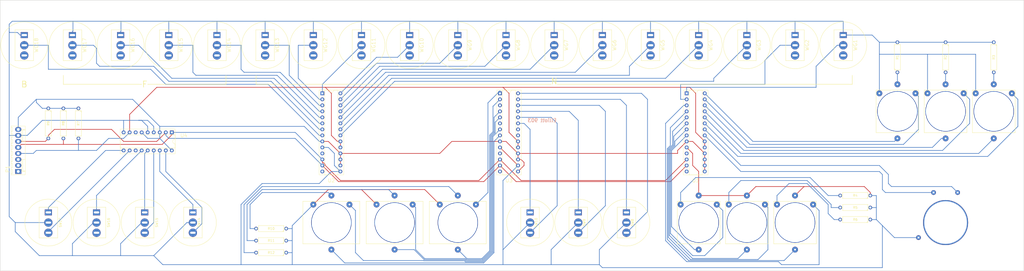
<source format=kicad_pcb>
(kicad_pcb (version 4) (host pcbnew 4.0.7)

  (general
    (links 132)
    (no_connects 3)
    (area 18.974999 38.024999 450.925001 152.475001)
    (thickness 1.6)
    (drawings 17)
    (tracks 538)
    (zones 0)
    (modules 52)
    (nets 91)
  )

  (page User 469.9 279.4)
  (title_block
    (title "Elliott 903 Control Panel")
    (date 2017-04-18)
  )

  (layers
    (0 F.Cu signal)
    (31 B.Cu signal)
    (32 B.Adhes user hide)
    (33 F.Adhes user hide)
    (34 B.Paste user hide)
    (35 F.Paste user hide)
    (36 B.SilkS user)
    (37 F.SilkS user)
    (38 B.Mask user)
    (39 F.Mask user)
    (40 Dwgs.User user hide)
    (41 Cmts.User user hide)
    (42 Eco1.User user hide)
    (43 Eco2.User user hide)
    (44 Edge.Cuts user)
    (45 Margin user)
    (46 B.CrtYd user hide)
    (47 F.CrtYd user hide)
    (48 B.Fab user hide)
    (49 F.Fab user hide)
  )

  (setup
    (last_trace_width 0.254)
    (trace_clearance 0.2)
    (zone_clearance 0.508)
    (zone_45_only no)
    (trace_min 0.2)
    (segment_width 0.2)
    (edge_width 0.15)
    (via_size 0.6)
    (via_drill 0.4)
    (via_min_size 0.4)
    (via_min_drill 0.3)
    (uvia_size 0.3)
    (uvia_drill 0.1)
    (uvias_allowed no)
    (uvia_min_size 0.2)
    (uvia_min_drill 0.1)
    (pcb_text_width 0.3)
    (pcb_text_size 1.5 1.5)
    (mod_edge_width 0.15)
    (mod_text_size 1.524 1.524)
    (mod_text_width 0.1524)
    (pad_size 1.524 1.524)
    (pad_drill 0.762)
    (pad_to_mask_clearance 0.2)
    (aux_axis_origin 19.05 38.1)
    (visible_elements 7FFFEFFF)
    (pcbplotparams
      (layerselection 0x010f0_80000001)
      (usegerberextensions false)
      (excludeedgelayer true)
      (linewidth 0.100000)
      (plotframeref false)
      (viasonmask false)
      (mode 1)
      (useauxorigin false)
      (hpglpennumber 1)
      (hpglpenspeed 20)
      (hpglpendiameter 15)
      (hpglpenoverlay 2)
      (psnegative false)
      (psa4output false)
      (plotreference true)
      (plotvalue true)
      (plotinvisibletext false)
      (padsonsilk false)
      (subtractmaskfromsilk false)
      (outputformat 1)
      (mirror false)
      (drillshape 0)
      (scaleselection 1)
      (outputdirectory ""))
  )

  (net 0 "")
  (net 1 "Net-(P1-Pad1)")
  (net 2 "Net-(P1-Pad2)")
  (net 3 "Net-(P1-Pad3)")
  (net 4 "Net-(P1-Pad4)")
  (net 5 "Net-(P1-Pad5)")
  (net 6 "Net-(P1-Pad6)")
  (net 7 0V)
  (net 8 +5V)
  (net 9 "Net-(R1-Pad1)")
  (net 10 "Net-(R2-Pad2)")
  (net 11 "Net-(R3-Pad2)")
  (net 12 "Net-(R4-Pad2)")
  (net 13 "Net-(R5-Pad2)")
  (net 14 "Net-(R6-Pad2)")
  (net 15 "Net-(R10-Pad2)")
  (net 16 "Net-(SW1-Pad4)")
  (net 17 "Net-(SW1-Pad2)")
  (net 18 "Net-(SW2-Pad4)")
  (net 19 "Net-(SW2-Pad2)")
  (net 20 "Net-(SW3-Pad4)")
  (net 21 "Net-(SW3-Pad2)")
  (net 22 "Net-(SW4-Pad2)")
  (net 23 "Net-(SW5-Pad4)")
  (net 24 "Net-(SW5-Pad2)")
  (net 25 "Net-(SW6-Pad4)")
  (net 26 "Net-(SW6-Pad2)")
  (net 27 "Net-(SW7-Pad4)")
  (net 28 "Net-(SW7-Pad2)")
  (net 29 "Net-(SW8-Pad2)")
  (net 30 "Net-(SW9-Pad2)")
  (net 31 "Net-(SW10-Pad2)")
  (net 32 "Net-(SW11-Pad4)")
  (net 33 "Net-(SW11-Pad2)")
  (net 34 "Net-(U1-Pad1)")
  (net 35 "Net-(U1-Pad2)")
  (net 36 "Net-(U2-Pad1)")
  (net 37 "Net-(U2-Pad2)")
  (net 38 "Net-(U2-Pad3)")
  (net 39 "Net-(U2-Pad4)")
  (net 40 "Net-(U2-Pad5)")
  (net 41 "Net-(U2-Pad6)")
  (net 42 "Net-(U2-Pad7)")
  (net 43 "Net-(U2-Pad21)")
  (net 44 "Net-(U2-Pad8)")
  (net 45 "Net-(U2-Pad22)")
  (net 46 "Net-(U2-Pad23)")
  (net 47 "Net-(U2-Pad24)")
  (net 48 "Net-(U2-Pad25)")
  (net 49 "Net-(U2-Pad26)")
  (net 50 "Net-(U2-Pad27)")
  (net 51 "Net-(U2-Pad28)")
  (net 52 "Net-(U3-Pad3)")
  (net 53 "Net-(U3-Pad6)")
  (net 54 "Net-(SW4-Pad3)")
  (net 55 "Net-(SW8-Pad3)")
  (net 56 "Net-(SW9-Pad3)")
  (net 57 "Net-(SW10-Pad3)")
  (net 58 "Net-(R11-Pad2)")
  (net 59 "Net-(R12-Pad2)")
  (net 60 "Net-(SW12-Pad4)")
  (net 61 "Net-(SW12-Pad2)")
  (net 62 "Net-(SW13-Pad4)")
  (net 63 "Net-(SW13-Pad2)")
  (net 64 "Net-(SW14-Pad2)")
  (net 65 "Net-(SW14-Pad3)")
  (net 66 "Net-(SW15-Pad2)")
  (net 67 "Net-(SW15-Pad3)")
  (net 68 "Net-(SW16-Pad2)")
  (net 69 "Net-(SW17-Pad2)")
  (net 70 "Net-(U3-Pad21)")
  (net 71 "Net-(U3-Pad22)")
  (net 72 "Net-(SW17-Pad3)")
  (net 73 "Net-(U4-Pad12)")
  (net 74 "Net-(R7-Pad2)")
  (net 75 "Net-(R8-Pad2)")
  (net 76 "Net-(R9-Pad2)")
  (net 77 "Net-(U1-Pad21)")
  (net 78 "Net-(U1-Pad22)")
  (net 79 "Net-(U3-Pad23)")
  (net 80 "Net-(U3-Pad24)")
  (net 81 "Net-(U3-Pad25)")
  (net 82 "Net-(U3-Pad26)")
  (net 83 "Net-(U3-Pad27)")
  (net 84 "Net-(U3-Pad28)")
  (net 85 "Net-(U4-Pad10)")
  (net 86 "Net-(U4-Pad11)")
  (net 87 "Net-(U4-Pad14)")
  (net 88 "Net-(U4-Pad15)")
  (net 89 "Net-(U4-Pad16)")
  (net 90 "Net-(U4-Pad17)")

  (net_class Default "This is the default net class."
    (clearance 0.2)
    (trace_width 0.254)
    (via_dia 0.6)
    (via_drill 0.4)
    (uvia_dia 0.3)
    (uvia_drill 0.1)
    (add_net +5V)
    (add_net 0V)
    (add_net "Net-(P1-Pad1)")
    (add_net "Net-(P1-Pad2)")
    (add_net "Net-(P1-Pad3)")
    (add_net "Net-(P1-Pad4)")
    (add_net "Net-(P1-Pad5)")
    (add_net "Net-(P1-Pad6)")
    (add_net "Net-(R1-Pad1)")
    (add_net "Net-(R10-Pad2)")
    (add_net "Net-(R11-Pad2)")
    (add_net "Net-(R12-Pad2)")
    (add_net "Net-(R2-Pad2)")
    (add_net "Net-(R3-Pad2)")
    (add_net "Net-(R4-Pad2)")
    (add_net "Net-(R5-Pad2)")
    (add_net "Net-(R6-Pad2)")
    (add_net "Net-(R7-Pad2)")
    (add_net "Net-(R8-Pad2)")
    (add_net "Net-(R9-Pad2)")
    (add_net "Net-(SW1-Pad2)")
    (add_net "Net-(SW1-Pad4)")
    (add_net "Net-(SW10-Pad2)")
    (add_net "Net-(SW10-Pad3)")
    (add_net "Net-(SW11-Pad2)")
    (add_net "Net-(SW11-Pad4)")
    (add_net "Net-(SW12-Pad2)")
    (add_net "Net-(SW12-Pad4)")
    (add_net "Net-(SW13-Pad2)")
    (add_net "Net-(SW13-Pad4)")
    (add_net "Net-(SW14-Pad2)")
    (add_net "Net-(SW14-Pad3)")
    (add_net "Net-(SW15-Pad2)")
    (add_net "Net-(SW15-Pad3)")
    (add_net "Net-(SW16-Pad2)")
    (add_net "Net-(SW17-Pad2)")
    (add_net "Net-(SW17-Pad3)")
    (add_net "Net-(SW2-Pad2)")
    (add_net "Net-(SW2-Pad4)")
    (add_net "Net-(SW3-Pad2)")
    (add_net "Net-(SW3-Pad4)")
    (add_net "Net-(SW4-Pad2)")
    (add_net "Net-(SW4-Pad3)")
    (add_net "Net-(SW5-Pad2)")
    (add_net "Net-(SW5-Pad4)")
    (add_net "Net-(SW6-Pad2)")
    (add_net "Net-(SW6-Pad4)")
    (add_net "Net-(SW7-Pad2)")
    (add_net "Net-(SW7-Pad4)")
    (add_net "Net-(SW8-Pad2)")
    (add_net "Net-(SW8-Pad3)")
    (add_net "Net-(SW9-Pad2)")
    (add_net "Net-(SW9-Pad3)")
    (add_net "Net-(U1-Pad1)")
    (add_net "Net-(U1-Pad2)")
    (add_net "Net-(U1-Pad21)")
    (add_net "Net-(U1-Pad22)")
    (add_net "Net-(U2-Pad1)")
    (add_net "Net-(U2-Pad2)")
    (add_net "Net-(U2-Pad21)")
    (add_net "Net-(U2-Pad22)")
    (add_net "Net-(U2-Pad23)")
    (add_net "Net-(U2-Pad24)")
    (add_net "Net-(U2-Pad25)")
    (add_net "Net-(U2-Pad26)")
    (add_net "Net-(U2-Pad27)")
    (add_net "Net-(U2-Pad28)")
    (add_net "Net-(U2-Pad3)")
    (add_net "Net-(U2-Pad4)")
    (add_net "Net-(U2-Pad5)")
    (add_net "Net-(U2-Pad6)")
    (add_net "Net-(U2-Pad7)")
    (add_net "Net-(U2-Pad8)")
    (add_net "Net-(U3-Pad21)")
    (add_net "Net-(U3-Pad22)")
    (add_net "Net-(U3-Pad23)")
    (add_net "Net-(U3-Pad24)")
    (add_net "Net-(U3-Pad25)")
    (add_net "Net-(U3-Pad26)")
    (add_net "Net-(U3-Pad27)")
    (add_net "Net-(U3-Pad28)")
    (add_net "Net-(U3-Pad3)")
    (add_net "Net-(U3-Pad6)")
    (add_net "Net-(U4-Pad10)")
    (add_net "Net-(U4-Pad11)")
    (add_net "Net-(U4-Pad12)")
    (add_net "Net-(U4-Pad14)")
    (add_net "Net-(U4-Pad15)")
    (add_net "Net-(U4-Pad16)")
    (add_net "Net-(U4-Pad17)")
  )

  (net_class Track ""
    (clearance 0.254)
    (trace_width 0.508)
    (via_dia 0.6)
    (via_drill 0.4)
    (uvia_dia 0.3)
    (uvia_drill 0.1)
  )

  (module Housings_DIP:DIP-18_W7.62mm_Socket (layer F.Cu) (tedit 58D3F2CA) (tstamp 58C22C73)
    (at 91.44 93.98 270)
    (descr "18-lead dip package, row spacing 7.62 mm (300 mils), Socket")
    (tags "DIL DIP PDIP 2.54mm 7.62mm 300mil Socket")
    (path /58BE81EA)
    (fp_text reference U4 (at 1.27 -5.08 360) (layer F.SilkS)
      (effects (font (thickness 0.1524)))
    )
    (fp_text value MCP23008 (at 3.81 10.16 360) (layer F.Fab)
      (effects (font (thickness 0.1524)))
    )
    (fp_arc (start 3.81 -1.39) (end 2.81 -1.39) (angle -180) (layer F.SilkS) (width 0.12))
    (fp_line (start 1.635 -1.27) (end 6.985 -1.27) (layer F.Fab) (width 0.1))
    (fp_line (start 6.985 -1.27) (end 6.985 21.59) (layer F.Fab) (width 0.1))
    (fp_line (start 6.985 21.59) (end 0.635 21.59) (layer F.Fab) (width 0.1))
    (fp_line (start 0.635 21.59) (end 0.635 -0.27) (layer F.Fab) (width 0.1))
    (fp_line (start 0.635 -0.27) (end 1.635 -1.27) (layer F.Fab) (width 0.1))
    (fp_line (start -1.27 -1.27) (end -1.27 21.59) (layer F.Fab) (width 0.1))
    (fp_line (start -1.27 21.59) (end 8.89 21.59) (layer F.Fab) (width 0.1))
    (fp_line (start 8.89 21.59) (end 8.89 -1.27) (layer F.Fab) (width 0.1))
    (fp_line (start 8.89 -1.27) (end -1.27 -1.27) (layer F.Fab) (width 0.1))
    (fp_line (start 2.81 -1.39) (end 1.04 -1.39) (layer F.SilkS) (width 0.12))
    (fp_line (start 1.04 -1.39) (end 1.04 21.71) (layer F.SilkS) (width 0.12))
    (fp_line (start 1.04 21.71) (end 6.58 21.71) (layer F.SilkS) (width 0.12))
    (fp_line (start 6.58 21.71) (end 6.58 -1.39) (layer F.SilkS) (width 0.12))
    (fp_line (start 6.58 -1.39) (end 4.81 -1.39) (layer F.SilkS) (width 0.12))
    (fp_line (start -1.39 -1.39) (end -1.39 21.71) (layer F.SilkS) (width 0.12))
    (fp_line (start -1.39 21.71) (end 9.01 21.71) (layer F.SilkS) (width 0.12))
    (fp_line (start 9.01 21.71) (end 9.01 -1.39) (layer F.SilkS) (width 0.12))
    (fp_line (start 9.01 -1.39) (end -1.39 -1.39) (layer F.SilkS) (width 0.12))
    (fp_line (start -1.7 -1.7) (end -1.7 22) (layer F.CrtYd) (width 0.05))
    (fp_line (start -1.7 22) (end 9.3 22) (layer F.CrtYd) (width 0.05))
    (fp_line (start 9.3 22) (end 9.3 -1.7) (layer F.CrtYd) (width 0.05))
    (fp_line (start 9.3 -1.7) (end -1.7 -1.7) (layer F.CrtYd) (width 0.05))
    (pad 1 thru_hole rect (at 0 0 270) (size 1.6 1.6) (drill 0.8) (layers *.Cu *.Mask)
      (net 75 "Net-(R8-Pad2)"))
    (pad 10 thru_hole oval (at 7.62 20.32 270) (size 1.6 1.6) (drill 0.8) (layers *.Cu *.Mask)
      (net 85 "Net-(U4-Pad10)"))
    (pad 2 thru_hole oval (at 0 2.54 270) (size 1.6 1.6) (drill 0.8) (layers *.Cu *.Mask)
      (net 76 "Net-(R9-Pad2)"))
    (pad 11 thru_hole oval (at 7.62 17.78 270) (size 1.6 1.6) (drill 0.8) (layers *.Cu *.Mask)
      (net 86 "Net-(U4-Pad11)"))
    (pad 3 thru_hole oval (at 0 5.08 270) (size 1.6 1.6) (drill 0.8) (layers *.Cu *.Mask)
      (net 8 +5V))
    (pad 12 thru_hole oval (at 7.62 15.24 270) (size 1.6 1.6) (drill 0.8) (layers *.Cu *.Mask)
      (net 73 "Net-(U4-Pad12)"))
    (pad 4 thru_hole oval (at 0 7.62 270) (size 1.6 1.6) (drill 0.8) (layers *.Cu *.Mask)
      (net 7 0V))
    (pad 13 thru_hole oval (at 7.62 12.7 270) (size 1.6 1.6) (drill 0.8) (layers *.Cu *.Mask)
      (net 68 "Net-(SW16-Pad2)"))
    (pad 5 thru_hole oval (at 0 10.16 270) (size 1.6 1.6) (drill 0.8) (layers *.Cu *.Mask)
      (net 7 0V))
    (pad 14 thru_hole oval (at 7.62 10.16 270) (size 1.6 1.6) (drill 0.8) (layers *.Cu *.Mask)
      (net 87 "Net-(U4-Pad14)"))
    (pad 6 thru_hole oval (at 0 12.7 270) (size 1.6 1.6) (drill 0.8) (layers *.Cu *.Mask)
      (net 8 +5V))
    (pad 15 thru_hole oval (at 7.62 7.62 270) (size 1.6 1.6) (drill 0.8) (layers *.Cu *.Mask)
      (net 88 "Net-(U4-Pad15)"))
    (pad 7 thru_hole oval (at 0 15.24 270) (size 1.6 1.6) (drill 0.8) (layers *.Cu *.Mask))
    (pad 16 thru_hole oval (at 7.62 5.08 270) (size 1.6 1.6) (drill 0.8) (layers *.Cu *.Mask)
      (net 89 "Net-(U4-Pad16)"))
    (pad 8 thru_hole oval (at 0 17.78 270) (size 1.6 1.6) (drill 0.8) (layers *.Cu *.Mask)
      (net 74 "Net-(R7-Pad2)"))
    (pad 17 thru_hole oval (at 7.62 2.54 270) (size 1.6 1.6) (drill 0.8) (layers *.Cu *.Mask)
      (net 90 "Net-(U4-Pad17)"))
    (pad 9 thru_hole oval (at 0 20.32 270) (size 1.6 1.6) (drill 0.8) (layers *.Cu *.Mask)
      (net 7 0V))
    (pad 18 thru_hole oval (at 7.62 0 270) (size 1.6 1.6) (drill 0.8) (layers *.Cu *.Mask)
      (net 8 +5V))
    (model Housings_DIP.3dshapes/DIP-18_W7.62mm_Socket.wrl
      (at (xyz 0 0 0))
      (scale (xyz 1 1 1))
      (rotate (xyz 0 0 0))
    )
  )

  (module Elliott:SW_SPST_Toggle (layer F.Cu) (tedit 58D3F230) (tstamp 58C63530)
    (at 80.01 132.08 270)
    (tags "Switch Micro SPST")
    (path /58C40CE7)
    (fp_text reference SW15 (at 0 -5.08 270) (layer F.SilkS)
      (effects (font (size 1 1) (thickness 0.15)))
    )
    (fp_text value Enter (at -13.97 0 360) (layer F.Fab)
      (effects (font (thickness 0.1524)))
    )
    (fp_circle (center 0 0) (end 9.9 0) (layer F.SilkS) (width 0.15))
    (fp_line (start -6.5 3.9) (end -6.5 -3.9) (layer F.SilkS) (width 0.15))
    (fp_line (start -6.5 -3.9) (end 6.5 -3.9) (layer F.SilkS) (width 0.15))
    (fp_line (start 6.5 -3.9) (end 6.5 3.9) (layer F.SilkS) (width 0.15))
    (fp_line (start 6.5 3.9) (end -6.5 3.9) (layer F.SilkS) (width 0.15))
    (pad 2 thru_hole rect (at -4.3 0 270) (size 2.5 3) (drill oval 0.9 2.3) (layers *.Cu *.Mask)
      (net 66 "Net-(SW15-Pad2)"))
    (pad 1 thru_hole circle (at 0 0 270) (size 3.5 3.5) (drill oval 0.9 2.3) (layers *.Cu *.Mask)
      (net 7 0V))
    (pad 3 thru_hole circle (at 4.3 0 270) (size 3.5 3.5) (drill oval 0.9 2.3) (layers *.Cu *.Mask)
      (net 67 "Net-(SW15-Pad3)"))
    (model Buttons_Switches_ThroughHole.3dshapes/SW_Micro_SPST.wrl
      (at (xyz 0 0 0))
      (scale (xyz 0.33 0.33 0.33))
      (rotate (xyz 0 0 0))
    )
  )

  (module Elliott:SW_SPST_Toggle (layer F.Cu) (tedit 58D3F226) (tstamp 58C6353A)
    (at 59.69 132.08 270)
    (tags "Switch Micro SPST")
    (path /58C40E0F)
    (fp_text reference SW16 (at 0 -5.08 270) (layer F.SilkS)
      (effects (font (size 1 1) (thickness 0.15)))
    )
    (fp_text value "Cycle Repeat" (at -13.97 0 360) (layer F.Fab)
      (effects (font (thickness 0.1524)))
    )
    (fp_circle (center 0 0) (end 9.9 0) (layer F.SilkS) (width 0.15))
    (fp_line (start -6.5 3.9) (end -6.5 -3.9) (layer F.SilkS) (width 0.15))
    (fp_line (start -6.5 -3.9) (end 6.5 -3.9) (layer F.SilkS) (width 0.15))
    (fp_line (start 6.5 -3.9) (end 6.5 3.9) (layer F.SilkS) (width 0.15))
    (fp_line (start 6.5 3.9) (end -6.5 3.9) (layer F.SilkS) (width 0.15))
    (pad 2 thru_hole rect (at -4.3 0 270) (size 2.5 3) (drill oval 0.9 2.3) (layers *.Cu *.Mask)
      (net 68 "Net-(SW16-Pad2)"))
    (pad 1 thru_hole circle (at 0 0 270) (size 3.5 3.5) (drill oval 0.9 2.3) (layers *.Cu *.Mask)
      (net 7 0V))
    (pad 3 thru_hole circle (at 4.3 0 270) (size 3.5 3.5) (drill oval 0.9 2.3) (layers *.Cu *.Mask))
    (model Buttons_Switches_ThroughHole.3dshapes/SW_Micro_SPST.wrl
      (at (xyz 0 0 0))
      (scale (xyz 0.33 0.33 0.33))
      (rotate (xyz 0 0 0))
    )
  )

  (module Connectors_Molex:Molex_KK-6410-08_08x2.54mm_Straight (layer F.Cu) (tedit 56C6219D) (tstamp 58C107A7)
    (at 26.67 110.49 90)
    (descr "Connector Headers with Friction Lock, 22-27-2081, http://www.molex.com/pdm_docs/sd/022272021_sd.pdf")
    (tags "connector molex kk_6410 22-27-2081")
    (path /58B0A17B)
    (fp_text reference P1 (at 1 -4.5 90) (layer F.SilkS)
      (effects (font (thickness 0.1524)))
    )
    (fp_text value CONN_01X08 (at 8.89 4.5 90) (layer F.Fab)
      (effects (font (thickness 0.1524)))
    )
    (fp_line (start -1.37 -3.02) (end -1.37 2.98) (layer F.SilkS) (width 0.12))
    (fp_line (start -1.37 2.98) (end 19.15 2.98) (layer F.SilkS) (width 0.12))
    (fp_line (start 19.15 2.98) (end 19.15 -3.02) (layer F.SilkS) (width 0.12))
    (fp_line (start 19.15 -3.02) (end -1.37 -3.02) (layer F.SilkS) (width 0.12))
    (fp_line (start 0 2.98) (end 0 1.98) (layer F.SilkS) (width 0.12))
    (fp_line (start 0 1.98) (end 5.08 1.98) (layer F.SilkS) (width 0.12))
    (fp_line (start 5.08 1.98) (end 5.08 2.98) (layer F.SilkS) (width 0.12))
    (fp_line (start 0 1.98) (end 0.25 1.55) (layer F.SilkS) (width 0.12))
    (fp_line (start 0.25 1.55) (end 5.08 1.55) (layer F.SilkS) (width 0.12))
    (fp_line (start 5.08 1.55) (end 5.08 1.98) (layer F.SilkS) (width 0.12))
    (fp_line (start 0.25 2.98) (end 0.25 1.98) (layer F.SilkS) (width 0.12))
    (fp_line (start 17.78 2.98) (end 17.78 1.98) (layer F.SilkS) (width 0.12))
    (fp_line (start 17.78 1.98) (end 12.7 1.98) (layer F.SilkS) (width 0.12))
    (fp_line (start 12.7 1.98) (end 12.7 2.98) (layer F.SilkS) (width 0.12))
    (fp_line (start 17.78 1.98) (end 17.53 1.55) (layer F.SilkS) (width 0.12))
    (fp_line (start 17.53 1.55) (end 12.7 1.55) (layer F.SilkS) (width 0.12))
    (fp_line (start 12.7 1.55) (end 12.7 1.98) (layer F.SilkS) (width 0.12))
    (fp_line (start 17.53 2.98) (end 17.53 1.98) (layer F.SilkS) (width 0.12))
    (fp_line (start -0.8 -3.02) (end -0.8 -2.4) (layer F.SilkS) (width 0.12))
    (fp_line (start -0.8 -2.4) (end 0.8 -2.4) (layer F.SilkS) (width 0.12))
    (fp_line (start 0.8 -2.4) (end 0.8 -3.02) (layer F.SilkS) (width 0.12))
    (fp_line (start 1.74 -3.02) (end 1.74 -2.4) (layer F.SilkS) (width 0.12))
    (fp_line (start 1.74 -2.4) (end 3.34 -2.4) (layer F.SilkS) (width 0.12))
    (fp_line (start 3.34 -2.4) (end 3.34 -3.02) (layer F.SilkS) (width 0.12))
    (fp_line (start 4.28 -3.02) (end 4.28 -2.4) (layer F.SilkS) (width 0.12))
    (fp_line (start 4.28 -2.4) (end 5.88 -2.4) (layer F.SilkS) (width 0.12))
    (fp_line (start 5.88 -2.4) (end 5.88 -3.02) (layer F.SilkS) (width 0.12))
    (fp_line (start 6.82 -3.02) (end 6.82 -2.4) (layer F.SilkS) (width 0.12))
    (fp_line (start 6.82 -2.4) (end 8.42 -2.4) (layer F.SilkS) (width 0.12))
    (fp_line (start 8.42 -2.4) (end 8.42 -3.02) (layer F.SilkS) (width 0.12))
    (fp_line (start 9.36 -3.02) (end 9.36 -2.4) (layer F.SilkS) (width 0.12))
    (fp_line (start 9.36 -2.4) (end 10.96 -2.4) (layer F.SilkS) (width 0.12))
    (fp_line (start 10.96 -2.4) (end 10.96 -3.02) (layer F.SilkS) (width 0.12))
    (fp_line (start 11.9 -3.02) (end 11.9 -2.4) (layer F.SilkS) (width 0.12))
    (fp_line (start 11.9 -2.4) (end 13.5 -2.4) (layer F.SilkS) (width 0.12))
    (fp_line (start 13.5 -2.4) (end 13.5 -3.02) (layer F.SilkS) (width 0.12))
    (fp_line (start 14.44 -3.02) (end 14.44 -2.4) (layer F.SilkS) (width 0.12))
    (fp_line (start 14.44 -2.4) (end 16.04 -2.4) (layer F.SilkS) (width 0.12))
    (fp_line (start 16.04 -2.4) (end 16.04 -3.02) (layer F.SilkS) (width 0.12))
    (fp_line (start 16.98 -3.02) (end 16.98 -2.4) (layer F.SilkS) (width 0.12))
    (fp_line (start 16.98 -2.4) (end 18.58 -2.4) (layer F.SilkS) (width 0.12))
    (fp_line (start 18.58 -2.4) (end 18.58 -3.02) (layer F.SilkS) (width 0.12))
    (fp_line (start -1.9 3.5) (end -1.9 -3.55) (layer F.CrtYd) (width 0.05))
    (fp_line (start -1.9 -3.55) (end 19.7 -3.55) (layer F.CrtYd) (width 0.05))
    (fp_line (start 19.7 -3.55) (end 19.7 3.5) (layer F.CrtYd) (width 0.05))
    (fp_line (start 19.7 3.5) (end -1.9 3.5) (layer F.CrtYd) (width 0.05))
    (pad 1 thru_hole rect (at 0 0 90) (size 2 2.6) (drill 1.2) (layers *.Cu *.Mask)
      (net 1 "Net-(P1-Pad1)"))
    (pad 2 thru_hole oval (at 2.54 0 90) (size 2 2.6) (drill 1.2) (layers *.Cu *.Mask)
      (net 2 "Net-(P1-Pad2)"))
    (pad 3 thru_hole oval (at 5.08 0 90) (size 2 2.6) (drill 1.2) (layers *.Cu *.Mask)
      (net 3 "Net-(P1-Pad3)"))
    (pad 4 thru_hole oval (at 7.62 0 90) (size 2 2.6) (drill 1.2) (layers *.Cu *.Mask)
      (net 4 "Net-(P1-Pad4)"))
    (pad 5 thru_hole oval (at 10.16 0 90) (size 2 2.6) (drill 1.2) (layers *.Cu *.Mask)
      (net 5 "Net-(P1-Pad5)"))
    (pad 6 thru_hole oval (at 12.7 0 90) (size 2 2.6) (drill 1.2) (layers *.Cu *.Mask)
      (net 6 "Net-(P1-Pad6)"))
    (pad 7 thru_hole oval (at 15.24 0 90) (size 2 2.6) (drill 1.2) (layers *.Cu *.Mask)
      (net 7 0V))
    (pad 8 thru_hole oval (at 17.78 0 90) (size 2 2.6) (drill 1.2) (layers *.Cu *.Mask)
      (net 8 +5V))
  )

  (module Housings_DIP:DIP-28_W7.62mm_Socket (layer F.Cu) (tedit 58D3F328) (tstamp 58C10873)
    (at 308.61 77.47)
    (descr "28-lead dip package, row spacing 7.62 mm (300 mils), Socket")
    (tags "DIL DIP PDIP 2.54mm 7.62mm 300mil Socket")
    (path /58A9C292)
    (fp_text reference U1 (at 3.81 36.83) (layer F.SilkS)
      (effects (font (thickness 0.1524)))
    )
    (fp_text value MCP23017 (at 3.81 16.51 90) (layer F.Fab)
      (effects (font (thickness 0.1524)))
    )
    (fp_arc (start 3.81 -1.39) (end 2.81 -1.39) (angle -180) (layer F.SilkS) (width 0.12))
    (fp_line (start 1.635 -1.27) (end 6.985 -1.27) (layer F.Fab) (width 0.1))
    (fp_line (start 6.985 -1.27) (end 6.985 34.29) (layer F.Fab) (width 0.1))
    (fp_line (start 6.985 34.29) (end 0.635 34.29) (layer F.Fab) (width 0.1))
    (fp_line (start 0.635 34.29) (end 0.635 -0.27) (layer F.Fab) (width 0.1))
    (fp_line (start 0.635 -0.27) (end 1.635 -1.27) (layer F.Fab) (width 0.1))
    (fp_line (start -1.27 -1.27) (end -1.27 34.29) (layer F.Fab) (width 0.1))
    (fp_line (start -1.27 34.29) (end 8.89 34.29) (layer F.Fab) (width 0.1))
    (fp_line (start 8.89 34.29) (end 8.89 -1.27) (layer F.Fab) (width 0.1))
    (fp_line (start 8.89 -1.27) (end -1.27 -1.27) (layer F.Fab) (width 0.1))
    (fp_line (start 2.81 -1.39) (end 1.04 -1.39) (layer F.SilkS) (width 0.12))
    (fp_line (start 1.04 -1.39) (end 1.04 34.41) (layer F.SilkS) (width 0.12))
    (fp_line (start 1.04 34.41) (end 6.58 34.41) (layer F.SilkS) (width 0.12))
    (fp_line (start 6.58 34.41) (end 6.58 -1.39) (layer F.SilkS) (width 0.12))
    (fp_line (start 6.58 -1.39) (end 4.81 -1.39) (layer F.SilkS) (width 0.12))
    (fp_line (start -1.39 -1.39) (end -1.39 34.41) (layer F.SilkS) (width 0.12))
    (fp_line (start -1.39 34.41) (end 9.01 34.41) (layer F.SilkS) (width 0.12))
    (fp_line (start 9.01 34.41) (end 9.01 -1.39) (layer F.SilkS) (width 0.12))
    (fp_line (start 9.01 -1.39) (end -1.39 -1.39) (layer F.SilkS) (width 0.12))
    (fp_line (start -1.7 -1.7) (end -1.7 34.7) (layer F.CrtYd) (width 0.05))
    (fp_line (start -1.7 34.7) (end 9.3 34.7) (layer F.CrtYd) (width 0.05))
    (fp_line (start 9.3 34.7) (end 9.3 -1.7) (layer F.CrtYd) (width 0.05))
    (fp_line (start 9.3 -1.7) (end -1.7 -1.7) (layer F.CrtYd) (width 0.05))
    (pad 1 thru_hole rect (at 0 0) (size 1.6 1.6) (drill 0.8) (layers *.Cu *.Mask)
      (net 34 "Net-(U1-Pad1)"))
    (pad 15 thru_hole oval (at 7.62 33.02) (size 1.6 1.6) (drill 0.8) (layers *.Cu *.Mask)
      (net 8 +5V))
    (pad 2 thru_hole oval (at 0 2.54) (size 1.6 1.6) (drill 0.8) (layers *.Cu *.Mask)
      (net 35 "Net-(U1-Pad2)"))
    (pad 16 thru_hole oval (at 7.62 30.48) (size 1.6 1.6) (drill 0.8) (layers *.Cu *.Mask)
      (net 8 +5V))
    (pad 3 thru_hole oval (at 0 5.08) (size 1.6 1.6) (drill 0.8) (layers *.Cu *.Mask)
      (net 24 "Net-(SW5-Pad2)"))
    (pad 17 thru_hole oval (at 7.62 27.94) (size 1.6 1.6) (drill 0.8) (layers *.Cu *.Mask)
      (net 8 +5V))
    (pad 4 thru_hole oval (at 0 7.62) (size 1.6 1.6) (drill 0.8) (layers *.Cu *.Mask)
      (net 23 "Net-(SW5-Pad4)"))
    (pad 18 thru_hole oval (at 7.62 25.4) (size 1.6 1.6) (drill 0.8) (layers *.Cu *.Mask)
      (net 8 +5V))
    (pad 5 thru_hole oval (at 0 10.16) (size 1.6 1.6) (drill 0.8) (layers *.Cu *.Mask)
      (net 26 "Net-(SW6-Pad2)"))
    (pad 19 thru_hole oval (at 7.62 22.86) (size 1.6 1.6) (drill 0.8) (layers *.Cu *.Mask)
      (net 74 "Net-(R7-Pad2)"))
    (pad 6 thru_hole oval (at 0 12.7) (size 1.6 1.6) (drill 0.8) (layers *.Cu *.Mask)
      (net 25 "Net-(SW6-Pad4)"))
    (pad 20 thru_hole oval (at 7.62 20.32) (size 1.6 1.6) (drill 0.8) (layers *.Cu *.Mask)
      (net 74 "Net-(R7-Pad2)"))
    (pad 7 thru_hole oval (at 0 15.24) (size 1.6 1.6) (drill 0.8) (layers *.Cu *.Mask)
      (net 28 "Net-(SW7-Pad2)"))
    (pad 21 thru_hole oval (at 7.62 17.78) (size 1.6 1.6) (drill 0.8) (layers *.Cu *.Mask)
      (net 77 "Net-(U1-Pad21)"))
    (pad 8 thru_hole oval (at 0 17.78) (size 1.6 1.6) (drill 0.8) (layers *.Cu *.Mask)
      (net 27 "Net-(SW7-Pad4)"))
    (pad 22 thru_hole oval (at 7.62 15.24) (size 1.6 1.6) (drill 0.8) (layers *.Cu *.Mask)
      (net 78 "Net-(U1-Pad22)"))
    (pad 9 thru_hole oval (at 0 20.32) (size 1.6 1.6) (drill 0.8) (layers *.Cu *.Mask)
      (net 8 +5V))
    (pad 23 thru_hole oval (at 7.62 12.7) (size 1.6 1.6) (drill 0.8) (layers *.Cu *.Mask)
      (net 21 "Net-(SW3-Pad2)"))
    (pad 10 thru_hole oval (at 0 22.86) (size 1.6 1.6) (drill 0.8) (layers *.Cu *.Mask)
      (net 7 0V))
    (pad 24 thru_hole oval (at 7.62 10.16) (size 1.6 1.6) (drill 0.8) (layers *.Cu *.Mask)
      (net 20 "Net-(SW3-Pad4)"))
    (pad 11 thru_hole oval (at 0 25.4) (size 1.6 1.6) (drill 0.8) (layers *.Cu *.Mask))
    (pad 25 thru_hole oval (at 7.62 7.62) (size 1.6 1.6) (drill 0.8) (layers *.Cu *.Mask)
      (net 19 "Net-(SW2-Pad2)"))
    (pad 12 thru_hole oval (at 0 27.94) (size 1.6 1.6) (drill 0.8) (layers *.Cu *.Mask)
      (net 75 "Net-(R8-Pad2)"))
    (pad 26 thru_hole oval (at 7.62 5.08) (size 1.6 1.6) (drill 0.8) (layers *.Cu *.Mask)
      (net 18 "Net-(SW2-Pad4)"))
    (pad 13 thru_hole oval (at 0 30.48) (size 1.6 1.6) (drill 0.8) (layers *.Cu *.Mask)
      (net 76 "Net-(R9-Pad2)"))
    (pad 27 thru_hole oval (at 7.62 2.54) (size 1.6 1.6) (drill 0.8) (layers *.Cu *.Mask)
      (net 17 "Net-(SW1-Pad2)"))
    (pad 14 thru_hole oval (at 0 33.02) (size 1.6 1.6) (drill 0.8) (layers *.Cu *.Mask))
    (pad 28 thru_hole oval (at 7.62 0) (size 1.6 1.6) (drill 0.8) (layers *.Cu *.Mask)
      (net 16 "Net-(SW1-Pad4)"))
    (model Housings_DIP.3dshapes/DIP-28_W7.62mm_Socket.wrl
      (at (xyz 0 0 0))
      (scale (xyz 1 1 1))
      (rotate (xyz 0 0 0))
    )
  )

  (module Housings_DIP:DIP-28_W7.62mm_Socket (layer F.Cu) (tedit 58D3F341) (tstamp 58C10893)
    (at 154.94 77.47)
    (descr "28-lead dip package, row spacing 7.62 mm (300 mils), Socket")
    (tags "DIL DIP PDIP 2.54mm 7.62mm 300mil Socket")
    (path /58AAA28A)
    (fp_text reference U2 (at 3.81 36.83) (layer F.SilkS)
      (effects (font (thickness 0.1524)))
    )
    (fp_text value MCP23017 (at 3.81 16.51 90) (layer F.Fab)
      (effects (font (thickness 0.1524)))
    )
    (fp_arc (start 3.81 -1.39) (end 2.81 -1.39) (angle -180) (layer F.SilkS) (width 0.12))
    (fp_line (start 1.635 -1.27) (end 6.985 -1.27) (layer F.Fab) (width 0.1))
    (fp_line (start 6.985 -1.27) (end 6.985 34.29) (layer F.Fab) (width 0.1))
    (fp_line (start 6.985 34.29) (end 0.635 34.29) (layer F.Fab) (width 0.1))
    (fp_line (start 0.635 34.29) (end 0.635 -0.27) (layer F.Fab) (width 0.1))
    (fp_line (start 0.635 -0.27) (end 1.635 -1.27) (layer F.Fab) (width 0.1))
    (fp_line (start -1.27 -1.27) (end -1.27 34.29) (layer F.Fab) (width 0.1))
    (fp_line (start -1.27 34.29) (end 8.89 34.29) (layer F.Fab) (width 0.1))
    (fp_line (start 8.89 34.29) (end 8.89 -1.27) (layer F.Fab) (width 0.1))
    (fp_line (start 8.89 -1.27) (end -1.27 -1.27) (layer F.Fab) (width 0.1))
    (fp_line (start 2.81 -1.39) (end 1.04 -1.39) (layer F.SilkS) (width 0.12))
    (fp_line (start 1.04 -1.39) (end 1.04 34.41) (layer F.SilkS) (width 0.12))
    (fp_line (start 1.04 34.41) (end 6.58 34.41) (layer F.SilkS) (width 0.12))
    (fp_line (start 6.58 34.41) (end 6.58 -1.39) (layer F.SilkS) (width 0.12))
    (fp_line (start 6.58 -1.39) (end 4.81 -1.39) (layer F.SilkS) (width 0.12))
    (fp_line (start -1.39 -1.39) (end -1.39 34.41) (layer F.SilkS) (width 0.12))
    (fp_line (start -1.39 34.41) (end 9.01 34.41) (layer F.SilkS) (width 0.12))
    (fp_line (start 9.01 34.41) (end 9.01 -1.39) (layer F.SilkS) (width 0.12))
    (fp_line (start 9.01 -1.39) (end -1.39 -1.39) (layer F.SilkS) (width 0.12))
    (fp_line (start -1.7 -1.7) (end -1.7 34.7) (layer F.CrtYd) (width 0.05))
    (fp_line (start -1.7 34.7) (end 9.3 34.7) (layer F.CrtYd) (width 0.05))
    (fp_line (start 9.3 34.7) (end 9.3 -1.7) (layer F.CrtYd) (width 0.05))
    (fp_line (start 9.3 -1.7) (end -1.7 -1.7) (layer F.CrtYd) (width 0.05))
    (pad 1 thru_hole rect (at 0 0) (size 1.6 1.6) (drill 0.8) (layers *.Cu *.Mask)
      (net 36 "Net-(U2-Pad1)"))
    (pad 15 thru_hole oval (at 7.62 33.02) (size 1.6 1.6) (drill 0.8) (layers *.Cu *.Mask)
      (net 7 0V))
    (pad 2 thru_hole oval (at 0 2.54) (size 1.6 1.6) (drill 0.8) (layers *.Cu *.Mask)
      (net 37 "Net-(U2-Pad2)"))
    (pad 16 thru_hole oval (at 7.62 30.48) (size 1.6 1.6) (drill 0.8) (layers *.Cu *.Mask)
      (net 8 +5V))
    (pad 3 thru_hole oval (at 0 5.08) (size 1.6 1.6) (drill 0.8) (layers *.Cu *.Mask)
      (net 38 "Net-(U2-Pad3)"))
    (pad 17 thru_hole oval (at 7.62 27.94) (size 1.6 1.6) (drill 0.8) (layers *.Cu *.Mask)
      (net 8 +5V))
    (pad 4 thru_hole oval (at 0 7.62) (size 1.6 1.6) (drill 0.8) (layers *.Cu *.Mask)
      (net 39 "Net-(U2-Pad4)"))
    (pad 18 thru_hole oval (at 7.62 25.4) (size 1.6 1.6) (drill 0.8) (layers *.Cu *.Mask)
      (net 8 +5V))
    (pad 5 thru_hole oval (at 0 10.16) (size 1.6 1.6) (drill 0.8) (layers *.Cu *.Mask)
      (net 40 "Net-(U2-Pad5)"))
    (pad 19 thru_hole oval (at 7.62 22.86) (size 1.6 1.6) (drill 0.8) (layers *.Cu *.Mask)
      (net 74 "Net-(R7-Pad2)"))
    (pad 6 thru_hole oval (at 0 12.7) (size 1.6 1.6) (drill 0.8) (layers *.Cu *.Mask)
      (net 41 "Net-(U2-Pad6)"))
    (pad 20 thru_hole oval (at 7.62 20.32) (size 1.6 1.6) (drill 0.8) (layers *.Cu *.Mask)
      (net 74 "Net-(R7-Pad2)"))
    (pad 7 thru_hole oval (at 0 15.24) (size 1.6 1.6) (drill 0.8) (layers *.Cu *.Mask)
      (net 42 "Net-(U2-Pad7)"))
    (pad 21 thru_hole oval (at 7.62 17.78) (size 1.6 1.6) (drill 0.8) (layers *.Cu *.Mask)
      (net 43 "Net-(U2-Pad21)"))
    (pad 8 thru_hole oval (at 0 17.78) (size 1.6 1.6) (drill 0.8) (layers *.Cu *.Mask)
      (net 44 "Net-(U2-Pad8)"))
    (pad 22 thru_hole oval (at 7.62 15.24) (size 1.6 1.6) (drill 0.8) (layers *.Cu *.Mask)
      (net 45 "Net-(U2-Pad22)"))
    (pad 9 thru_hole oval (at 0 20.32) (size 1.6 1.6) (drill 0.8) (layers *.Cu *.Mask)
      (net 8 +5V))
    (pad 23 thru_hole oval (at 7.62 12.7) (size 1.6 1.6) (drill 0.8) (layers *.Cu *.Mask)
      (net 46 "Net-(U2-Pad23)"))
    (pad 10 thru_hole oval (at 0 22.86) (size 1.6 1.6) (drill 0.8) (layers *.Cu *.Mask)
      (net 7 0V))
    (pad 24 thru_hole oval (at 7.62 10.16) (size 1.6 1.6) (drill 0.8) (layers *.Cu *.Mask)
      (net 47 "Net-(U2-Pad24)"))
    (pad 11 thru_hole oval (at 0 25.4) (size 1.6 1.6) (drill 0.8) (layers *.Cu *.Mask))
    (pad 25 thru_hole oval (at 7.62 7.62) (size 1.6 1.6) (drill 0.8) (layers *.Cu *.Mask)
      (net 48 "Net-(U2-Pad25)"))
    (pad 12 thru_hole oval (at 0 27.94) (size 1.6 1.6) (drill 0.8) (layers *.Cu *.Mask)
      (net 75 "Net-(R8-Pad2)"))
    (pad 26 thru_hole oval (at 7.62 5.08) (size 1.6 1.6) (drill 0.8) (layers *.Cu *.Mask)
      (net 49 "Net-(U2-Pad26)"))
    (pad 13 thru_hole oval (at 0 30.48) (size 1.6 1.6) (drill 0.8) (layers *.Cu *.Mask)
      (net 76 "Net-(R9-Pad2)"))
    (pad 27 thru_hole oval (at 7.62 2.54) (size 1.6 1.6) (drill 0.8) (layers *.Cu *.Mask)
      (net 50 "Net-(U2-Pad27)"))
    (pad 14 thru_hole oval (at 0 33.02) (size 1.6 1.6) (drill 0.8) (layers *.Cu *.Mask))
    (pad 28 thru_hole oval (at 7.62 0) (size 1.6 1.6) (drill 0.8) (layers *.Cu *.Mask)
      (net 51 "Net-(U2-Pad28)"))
    (model Housings_DIP.3dshapes/DIP-28_W7.62mm_Socket.wrl
      (at (xyz 0 0 0))
      (scale (xyz 1 1 1))
      (rotate (xyz 0 0 0))
    )
  )

  (module Housings_DIP:DIP-28_W7.62mm_Socket (layer F.Cu) (tedit 58D3F33A) (tstamp 58C108B3)
    (at 229.87 77.47)
    (descr "28-lead dip package, row spacing 7.62 mm (300 mils), Socket")
    (tags "DIL DIP PDIP 2.54mm 7.62mm 300mil Socket")
    (path /58BE6F84)
    (fp_text reference U3 (at 3.81 36.83) (layer F.SilkS)
      (effects (font (thickness 0.1524)))
    )
    (fp_text value MCP23017 (at 3.81 16.51 90) (layer F.Fab)
      (effects (font (thickness 0.1524)))
    )
    (fp_arc (start 3.81 -1.39) (end 2.81 -1.39) (angle -180) (layer F.SilkS) (width 0.12))
    (fp_line (start 1.635 -1.27) (end 6.985 -1.27) (layer F.Fab) (width 0.1))
    (fp_line (start 6.985 -1.27) (end 6.985 34.29) (layer F.Fab) (width 0.1))
    (fp_line (start 6.985 34.29) (end 0.635 34.29) (layer F.Fab) (width 0.1))
    (fp_line (start 0.635 34.29) (end 0.635 -0.27) (layer F.Fab) (width 0.1))
    (fp_line (start 0.635 -0.27) (end 1.635 -1.27) (layer F.Fab) (width 0.1))
    (fp_line (start -1.27 -1.27) (end -1.27 34.29) (layer F.Fab) (width 0.1))
    (fp_line (start -1.27 34.29) (end 8.89 34.29) (layer F.Fab) (width 0.1))
    (fp_line (start 8.89 34.29) (end 8.89 -1.27) (layer F.Fab) (width 0.1))
    (fp_line (start 8.89 -1.27) (end -1.27 -1.27) (layer F.Fab) (width 0.1))
    (fp_line (start 2.81 -1.39) (end 1.04 -1.39) (layer F.SilkS) (width 0.12))
    (fp_line (start 1.04 -1.39) (end 1.04 34.41) (layer F.SilkS) (width 0.12))
    (fp_line (start 1.04 34.41) (end 6.58 34.41) (layer F.SilkS) (width 0.12))
    (fp_line (start 6.58 34.41) (end 6.58 -1.39) (layer F.SilkS) (width 0.12))
    (fp_line (start 6.58 -1.39) (end 4.81 -1.39) (layer F.SilkS) (width 0.12))
    (fp_line (start -1.39 -1.39) (end -1.39 34.41) (layer F.SilkS) (width 0.12))
    (fp_line (start -1.39 34.41) (end 9.01 34.41) (layer F.SilkS) (width 0.12))
    (fp_line (start 9.01 34.41) (end 9.01 -1.39) (layer F.SilkS) (width 0.12))
    (fp_line (start 9.01 -1.39) (end -1.39 -1.39) (layer F.SilkS) (width 0.12))
    (fp_line (start -1.7 -1.7) (end -1.7 34.7) (layer F.CrtYd) (width 0.05))
    (fp_line (start -1.7 34.7) (end 9.3 34.7) (layer F.CrtYd) (width 0.05))
    (fp_line (start 9.3 34.7) (end 9.3 -1.7) (layer F.CrtYd) (width 0.05))
    (fp_line (start 9.3 -1.7) (end -1.7 -1.7) (layer F.CrtYd) (width 0.05))
    (pad 1 thru_hole rect (at 0 0) (size 1.6 1.6) (drill 0.8) (layers *.Cu *.Mask)
      (net 63 "Net-(SW13-Pad2)"))
    (pad 15 thru_hole oval (at 7.62 33.02) (size 1.6 1.6) (drill 0.8) (layers *.Cu *.Mask)
      (net 8 +5V))
    (pad 2 thru_hole oval (at 0 2.54) (size 1.6 1.6) (drill 0.8) (layers *.Cu *.Mask)
      (net 62 "Net-(SW13-Pad4)"))
    (pad 16 thru_hole oval (at 7.62 30.48) (size 1.6 1.6) (drill 0.8) (layers *.Cu *.Mask)
      (net 7 0V))
    (pad 3 thru_hole oval (at 0 5.08) (size 1.6 1.6) (drill 0.8) (layers *.Cu *.Mask)
      (net 52 "Net-(U3-Pad3)"))
    (pad 17 thru_hole oval (at 7.62 27.94) (size 1.6 1.6) (drill 0.8) (layers *.Cu *.Mask)
      (net 8 +5V))
    (pad 4 thru_hole oval (at 0 7.62) (size 1.6 1.6) (drill 0.8) (layers *.Cu *.Mask)
      (net 61 "Net-(SW12-Pad2)"))
    (pad 18 thru_hole oval (at 7.62 25.4) (size 1.6 1.6) (drill 0.8) (layers *.Cu *.Mask)
      (net 8 +5V))
    (pad 5 thru_hole oval (at 0 10.16) (size 1.6 1.6) (drill 0.8) (layers *.Cu *.Mask)
      (net 60 "Net-(SW12-Pad4)"))
    (pad 19 thru_hole oval (at 7.62 22.86) (size 1.6 1.6) (drill 0.8) (layers *.Cu *.Mask)
      (net 74 "Net-(R7-Pad2)"))
    (pad 6 thru_hole oval (at 0 12.7) (size 1.6 1.6) (drill 0.8) (layers *.Cu *.Mask)
      (net 53 "Net-(U3-Pad6)"))
    (pad 20 thru_hole oval (at 7.62 20.32) (size 1.6 1.6) (drill 0.8) (layers *.Cu *.Mask)
      (net 74 "Net-(R7-Pad2)"))
    (pad 7 thru_hole oval (at 0 15.24) (size 1.6 1.6) (drill 0.8) (layers *.Cu *.Mask)
      (net 33 "Net-(SW11-Pad2)"))
    (pad 21 thru_hole oval (at 7.62 17.78) (size 1.6 1.6) (drill 0.8) (layers *.Cu *.Mask)
      (net 70 "Net-(U3-Pad21)"))
    (pad 8 thru_hole oval (at 0 17.78) (size 1.6 1.6) (drill 0.8) (layers *.Cu *.Mask)
      (net 32 "Net-(SW11-Pad4)"))
    (pad 22 thru_hole oval (at 7.62 15.24) (size 1.6 1.6) (drill 0.8) (layers *.Cu *.Mask)
      (net 71 "Net-(U3-Pad22)"))
    (pad 9 thru_hole oval (at 0 20.32) (size 1.6 1.6) (drill 0.8) (layers *.Cu *.Mask)
      (net 8 +5V))
    (pad 23 thru_hole oval (at 7.62 12.7) (size 1.6 1.6) (drill 0.8) (layers *.Cu *.Mask)
      (net 79 "Net-(U3-Pad23)"))
    (pad 10 thru_hole oval (at 0 22.86) (size 1.6 1.6) (drill 0.8) (layers *.Cu *.Mask)
      (net 7 0V))
    (pad 24 thru_hole oval (at 7.62 10.16) (size 1.6 1.6) (drill 0.8) (layers *.Cu *.Mask)
      (net 80 "Net-(U3-Pad24)"))
    (pad 11 thru_hole oval (at 0 25.4) (size 1.6 1.6) (drill 0.8) (layers *.Cu *.Mask))
    (pad 25 thru_hole oval (at 7.62 7.62) (size 1.6 1.6) (drill 0.8) (layers *.Cu *.Mask)
      (net 81 "Net-(U3-Pad25)"))
    (pad 12 thru_hole oval (at 0 27.94) (size 1.6 1.6) (drill 0.8) (layers *.Cu *.Mask)
      (net 75 "Net-(R8-Pad2)"))
    (pad 26 thru_hole oval (at 7.62 5.08) (size 1.6 1.6) (drill 0.8) (layers *.Cu *.Mask)
      (net 82 "Net-(U3-Pad26)"))
    (pad 13 thru_hole oval (at 0 30.48) (size 1.6 1.6) (drill 0.8) (layers *.Cu *.Mask)
      (net 76 "Net-(R9-Pad2)"))
    (pad 27 thru_hole oval (at 7.62 2.54) (size 1.6 1.6) (drill 0.8) (layers *.Cu *.Mask)
      (net 83 "Net-(U3-Pad27)"))
    (pad 14 thru_hole oval (at 0 33.02) (size 1.6 1.6) (drill 0.8) (layers *.Cu *.Mask))
    (pad 28 thru_hole oval (at 7.62 0) (size 1.6 1.6) (drill 0.8) (layers *.Cu *.Mask)
      (net 84 "Net-(U3-Pad28)"))
    (model Housings_DIP.3dshapes/DIP-28_W7.62mm_Socket.wrl
      (at (xyz 0 0 0))
      (scale (xyz 1 1 1))
      (rotate (xyz 0 0 0))
    )
  )

  (module Elliott:SW_SPST_Toggle (layer F.Cu) (tedit 58D2D073) (tstamp 58C635BC)
    (at 130.81 57.15 270)
    (tags "Switch Micro SPST")
    (path /58AAC01E)
    (fp_text reference WG13 (at 0 -5.08 270) (layer F.SilkS)
      (effects (font (thickness 0.1524)))
    )
    (fp_text value 4096 (at -13.97 0 360) (layer F.Fab)
      (effects (font (thickness 0.1524)))
    )
    (fp_circle (center 0 0) (end 9.9 0) (layer F.SilkS) (width 0.15))
    (fp_line (start -6.5 3.9) (end -6.5 -3.9) (layer F.SilkS) (width 0.15))
    (fp_line (start -6.5 -3.9) (end 6.5 -3.9) (layer F.SilkS) (width 0.15))
    (fp_line (start 6.5 -3.9) (end 6.5 3.9) (layer F.SilkS) (width 0.15))
    (fp_line (start 6.5 3.9) (end -6.5 3.9) (layer F.SilkS) (width 0.15))
    (pad 2 thru_hole rect (at -4.3 0 270) (size 2.5 3) (drill oval 0.9 2.3) (layers *.Cu *.Mask)
      (net 7 0V))
    (pad 1 thru_hole circle (at 0 0 270) (size 3.5 3.5) (drill oval 0.9 2.3) (layers *.Cu *.Mask)
      (net 38 "Net-(U2-Pad3)"))
    (pad 3 thru_hole circle (at 4.3 0 270) (size 3.5 3.5) (drill oval 0.9 2.3) (layers *.Cu *.Mask))
    (model Buttons_Switches_ThroughHole.3dshapes/SW_Micro_SPST.wrl
      (at (xyz 0 0 0))
      (scale (xyz 0.33 0.33 0.33))
      (rotate (xyz 0 0 0))
    )
  )

  (module Elliott:SW_SPST_Toggle (layer F.Cu) (tedit 58D2D09F) (tstamp 58C635B2)
    (at 151.13 57.15 270)
    (tags "Switch Micro SPST")
    (path /58AABFA5)
    (fp_text reference WG12 (at 0 -5.08 270) (layer F.SilkS)
      (effects (font (thickness 0.1524)))
    )
    (fp_text value 2048 (at -13.97 0 360) (layer F.Fab)
      (effects (font (thickness 0.1524)))
    )
    (fp_circle (center 0 0) (end 9.9 0) (layer F.SilkS) (width 0.15))
    (fp_line (start -6.5 3.9) (end -6.5 -3.9) (layer F.SilkS) (width 0.15))
    (fp_line (start -6.5 -3.9) (end 6.5 -3.9) (layer F.SilkS) (width 0.15))
    (fp_line (start 6.5 -3.9) (end 6.5 3.9) (layer F.SilkS) (width 0.15))
    (fp_line (start 6.5 3.9) (end -6.5 3.9) (layer F.SilkS) (width 0.15))
    (pad 2 thru_hole rect (at -4.3 0 270) (size 2.5 3) (drill oval 0.9 2.3) (layers *.Cu *.Mask)
      (net 7 0V))
    (pad 1 thru_hole circle (at 0 0 270) (size 3.5 3.5) (drill oval 0.9 2.3) (layers *.Cu *.Mask)
      (net 37 "Net-(U2-Pad2)"))
    (pad 3 thru_hole circle (at 4.3 0 270) (size 3.5 3.5) (drill oval 0.9 2.3) (layers *.Cu *.Mask))
    (model Buttons_Switches_ThroughHole.3dshapes/SW_Micro_SPST.wrl
      (at (xyz 0 0 0))
      (scale (xyz 0.33 0.33 0.33))
      (rotate (xyz 0 0 0))
    )
  )

  (module Elliott:SW_SPST_Toggle (layer F.Cu) (tedit 58D2D170) (tstamp 58C63544)
    (at 374.65 57.15 270)
    (tags "Switch Micro SPST")
    (path /58AAC866)
    (fp_text reference WG1 (at 0 -5.08 270) (layer F.SilkS)
      (effects (font (thickness 0.1524)))
    )
    (fp_text value 1 (at -13.97 0 360) (layer F.Fab)
      (effects (font (thickness 0.1524)))
    )
    (fp_circle (center 0 0) (end 9.9 0) (layer F.SilkS) (width 0.15))
    (fp_line (start -6.5 3.9) (end -6.5 -3.9) (layer F.SilkS) (width 0.15))
    (fp_line (start -6.5 -3.9) (end 6.5 -3.9) (layer F.SilkS) (width 0.15))
    (fp_line (start 6.5 -3.9) (end 6.5 3.9) (layer F.SilkS) (width 0.15))
    (fp_line (start 6.5 3.9) (end -6.5 3.9) (layer F.SilkS) (width 0.15))
    (pad 2 thru_hole rect (at -4.3 0 270) (size 2.5 3) (drill oval 0.9 2.3) (layers *.Cu *.Mask)
      (net 7 0V))
    (pad 1 thru_hole circle (at 0 0 270) (size 3.5 3.5) (drill oval 0.9 2.3) (layers *.Cu *.Mask)
      (net 34 "Net-(U1-Pad1)"))
    (pad 3 thru_hole circle (at 4.3 0 270) (size 3.5 3.5) (drill oval 0.9 2.3) (layers *.Cu *.Mask))
    (model Buttons_Switches_ThroughHole.3dshapes/SW_Micro_SPST.wrl
      (at (xyz 0 0 0))
      (scale (xyz 0.33 0.33 0.33))
      (rotate (xyz 0 0 0))
    )
  )

  (module Elliott:SW_SPST_Toggle (layer F.Cu) (tedit 58D2D175) (tstamp 58C6354E)
    (at 354.33 57.15 270)
    (tags "Switch Micro SPST")
    (path /58AAC97E)
    (fp_text reference WG2 (at 0 -5.08 270) (layer F.SilkS)
      (effects (font (thickness 0.1524)))
    )
    (fp_text value 2 (at -13.97 0 360) (layer F.Fab)
      (effects (font (thickness 0.1524)))
    )
    (fp_circle (center 0 0) (end 9.9 0) (layer F.SilkS) (width 0.15))
    (fp_line (start -6.5 3.9) (end -6.5 -3.9) (layer F.SilkS) (width 0.15))
    (fp_line (start -6.5 -3.9) (end 6.5 -3.9) (layer F.SilkS) (width 0.15))
    (fp_line (start 6.5 -3.9) (end 6.5 3.9) (layer F.SilkS) (width 0.15))
    (fp_line (start 6.5 3.9) (end -6.5 3.9) (layer F.SilkS) (width 0.15))
    (pad 2 thru_hole rect (at -4.3 0 270) (size 2.5 3) (drill oval 0.9 2.3) (layers *.Cu *.Mask)
      (net 7 0V))
    (pad 1 thru_hole circle (at 0 0 270) (size 3.5 3.5) (drill oval 0.9 2.3) (layers *.Cu *.Mask)
      (net 35 "Net-(U1-Pad2)"))
    (pad 3 thru_hole circle (at 4.3 0 270) (size 3.5 3.5) (drill oval 0.9 2.3) (layers *.Cu *.Mask))
    (model Buttons_Switches_ThroughHole.3dshapes/SW_Micro_SPST.wrl
      (at (xyz 0 0 0))
      (scale (xyz 0.33 0.33 0.33))
      (rotate (xyz 0 0 0))
    )
  )

  (module Elliott:SW_SPST_Toggle (layer F.Cu) (tedit 58D2D17C) (tstamp 58C63558)
    (at 334.01 57.15 270)
    (tags "Switch Micro SPST")
    (path /58AAC335)
    (fp_text reference WG3 (at 0 -5.08 270) (layer F.SilkS)
      (effects (font (thickness 0.1524)))
    )
    (fp_text value 4 (at -13.97 0 360) (layer F.Fab)
      (effects (font (thickness 0.1524)))
    )
    (fp_circle (center 0 0) (end 9.9 0) (layer F.SilkS) (width 0.15))
    (fp_line (start -6.5 3.9) (end -6.5 -3.9) (layer F.SilkS) (width 0.15))
    (fp_line (start -6.5 -3.9) (end 6.5 -3.9) (layer F.SilkS) (width 0.15))
    (fp_line (start 6.5 -3.9) (end 6.5 3.9) (layer F.SilkS) (width 0.15))
    (fp_line (start 6.5 3.9) (end -6.5 3.9) (layer F.SilkS) (width 0.15))
    (pad 2 thru_hole rect (at -4.3 0 270) (size 2.5 3) (drill oval 0.9 2.3) (layers *.Cu *.Mask)
      (net 7 0V))
    (pad 1 thru_hole circle (at 0 0 270) (size 3.5 3.5) (drill oval 0.9 2.3) (layers *.Cu *.Mask)
      (net 43 "Net-(U2-Pad21)"))
    (pad 3 thru_hole circle (at 4.3 0 270) (size 3.5 3.5) (drill oval 0.9 2.3) (layers *.Cu *.Mask))
    (model Buttons_Switches_ThroughHole.3dshapes/SW_Micro_SPST.wrl
      (at (xyz 0 0 0))
      (scale (xyz 0.33 0.33 0.33))
      (rotate (xyz 0 0 0))
    )
  )

  (module Elliott:SW_SPST_Toggle (layer F.Cu) (tedit 58D2D14A) (tstamp 58C63562)
    (at 313.69 57.15 270)
    (tags "Switch Micro SPST")
    (path /58AAC3EB)
    (fp_text reference WG4 (at 0 -5.08 270) (layer F.SilkS)
      (effects (font (thickness 0.1524)))
    )
    (fp_text value 8 (at -13.97 0 360) (layer F.Fab)
      (effects (font (thickness 0.1524)))
    )
    (fp_circle (center 0 0) (end 9.9 0) (layer F.SilkS) (width 0.15))
    (fp_line (start -6.5 3.9) (end -6.5 -3.9) (layer F.SilkS) (width 0.15))
    (fp_line (start -6.5 -3.9) (end 6.5 -3.9) (layer F.SilkS) (width 0.15))
    (fp_line (start 6.5 -3.9) (end 6.5 3.9) (layer F.SilkS) (width 0.15))
    (fp_line (start 6.5 3.9) (end -6.5 3.9) (layer F.SilkS) (width 0.15))
    (pad 2 thru_hole rect (at -4.3 0 270) (size 2.5 3) (drill oval 0.9 2.3) (layers *.Cu *.Mask)
      (net 7 0V))
    (pad 1 thru_hole circle (at 0 0 270) (size 3.5 3.5) (drill oval 0.9 2.3) (layers *.Cu *.Mask)
      (net 45 "Net-(U2-Pad22)"))
    (pad 3 thru_hole circle (at 4.3 0 270) (size 3.5 3.5) (drill oval 0.9 2.3) (layers *.Cu *.Mask))
    (model Buttons_Switches_ThroughHole.3dshapes/SW_Micro_SPST.wrl
      (at (xyz 0 0 0))
      (scale (xyz 0.33 0.33 0.33))
      (rotate (xyz 0 0 0))
    )
  )

  (module Elliott:SW_SPST_Toggle (layer F.Cu) (tedit 58D2D144) (tstamp 58C6356C)
    (at 293.37 57.15 270)
    (tags "Switch Micro SPST")
    (path /58AAC478)
    (fp_text reference WG5 (at 0 -5.08 270) (layer F.SilkS)
      (effects (font (thickness 0.1524)))
    )
    (fp_text value 16 (at -13.97 0 360) (layer F.Fab)
      (effects (font (thickness 0.1524)))
    )
    (fp_circle (center 0 0) (end 9.9 0) (layer F.SilkS) (width 0.15))
    (fp_line (start -6.5 3.9) (end -6.5 -3.9) (layer F.SilkS) (width 0.15))
    (fp_line (start -6.5 -3.9) (end 6.5 -3.9) (layer F.SilkS) (width 0.15))
    (fp_line (start 6.5 -3.9) (end 6.5 3.9) (layer F.SilkS) (width 0.15))
    (fp_line (start 6.5 3.9) (end -6.5 3.9) (layer F.SilkS) (width 0.15))
    (pad 2 thru_hole rect (at -4.3 0 270) (size 2.5 3) (drill oval 0.9 2.3) (layers *.Cu *.Mask)
      (net 7 0V))
    (pad 1 thru_hole circle (at 0 0 270) (size 3.5 3.5) (drill oval 0.9 2.3) (layers *.Cu *.Mask)
      (net 46 "Net-(U2-Pad23)"))
    (pad 3 thru_hole circle (at 4.3 0 270) (size 3.5 3.5) (drill oval 0.9 2.3) (layers *.Cu *.Mask))
    (model Buttons_Switches_ThroughHole.3dshapes/SW_Micro_SPST.wrl
      (at (xyz 0 0 0))
      (scale (xyz 0.33 0.33 0.33))
      (rotate (xyz 0 0 0))
    )
  )

  (module Elliott:SW_SPST_Toggle (layer F.Cu) (tedit 58D2D13E) (tstamp 58C63576)
    (at 273.05 57.15 270)
    (tags "Switch Micro SPST")
    (path /58AAC504)
    (fp_text reference WG6 (at 0 -5.08 270) (layer F.SilkS)
      (effects (font (thickness 0.1524)))
    )
    (fp_text value 32 (at -13.97 0 360) (layer F.Fab)
      (effects (font (thickness 0.1524)))
    )
    (fp_circle (center 0 0) (end 9.9 0) (layer F.SilkS) (width 0.15))
    (fp_line (start -6.5 3.9) (end -6.5 -3.9) (layer F.SilkS) (width 0.15))
    (fp_line (start -6.5 -3.9) (end 6.5 -3.9) (layer F.SilkS) (width 0.15))
    (fp_line (start 6.5 -3.9) (end 6.5 3.9) (layer F.SilkS) (width 0.15))
    (fp_line (start 6.5 3.9) (end -6.5 3.9) (layer F.SilkS) (width 0.15))
    (pad 2 thru_hole rect (at -4.3 0 270) (size 2.5 3) (drill oval 0.9 2.3) (layers *.Cu *.Mask)
      (net 7 0V))
    (pad 1 thru_hole circle (at 0 0 270) (size 3.5 3.5) (drill oval 0.9 2.3) (layers *.Cu *.Mask)
      (net 47 "Net-(U2-Pad24)"))
    (pad 3 thru_hole circle (at 4.3 0 270) (size 3.5 3.5) (drill oval 0.9 2.3) (layers *.Cu *.Mask))
    (model Buttons_Switches_ThroughHole.3dshapes/SW_Micro_SPST.wrl
      (at (xyz 0 0 0))
      (scale (xyz 0.33 0.33 0.33))
      (rotate (xyz 0 0 0))
    )
  )

  (module Elliott:SW_SPST_Toggle (layer F.Cu) (tedit 58D2D107) (tstamp 58C63580)
    (at 252.73 57.15 270)
    (tags "Switch Micro SPST")
    (path /58AAC599)
    (fp_text reference WG7 (at 0 -5.08 270) (layer F.SilkS)
      (effects (font (thickness 0.1524)))
    )
    (fp_text value 64 (at -13.97 0 360) (layer F.Fab)
      (effects (font (thickness 0.1524)))
    )
    (fp_circle (center 0 0) (end 9.9 0) (layer F.SilkS) (width 0.15))
    (fp_line (start -6.5 3.9) (end -6.5 -3.9) (layer F.SilkS) (width 0.15))
    (fp_line (start -6.5 -3.9) (end 6.5 -3.9) (layer F.SilkS) (width 0.15))
    (fp_line (start 6.5 -3.9) (end 6.5 3.9) (layer F.SilkS) (width 0.15))
    (fp_line (start 6.5 3.9) (end -6.5 3.9) (layer F.SilkS) (width 0.15))
    (pad 2 thru_hole rect (at -4.3 0 270) (size 2.5 3) (drill oval 0.9 2.3) (layers *.Cu *.Mask)
      (net 7 0V))
    (pad 1 thru_hole circle (at 0 0 270) (size 3.5 3.5) (drill oval 0.9 2.3) (layers *.Cu *.Mask)
      (net 48 "Net-(U2-Pad25)"))
    (pad 3 thru_hole circle (at 4.3 0 270) (size 3.5 3.5) (drill oval 0.9 2.3) (layers *.Cu *.Mask))
    (model Buttons_Switches_ThroughHole.3dshapes/SW_Micro_SPST.wrl
      (at (xyz 0 0 0))
      (scale (xyz 0.33 0.33 0.33))
      (rotate (xyz 0 0 0))
    )
  )

  (module Elliott:SW_SPST_Toggle (layer F.Cu) (tedit 58D2D102) (tstamp 58C6358A)
    (at 232.41 57.15 270)
    (tags "Switch Micro SPST")
    (path /58AAC631)
    (fp_text reference WG8 (at 0 -5.08 270) (layer F.SilkS)
      (effects (font (thickness 0.1524)))
    )
    (fp_text value 128 (at -13.97 0 360) (layer F.Fab)
      (effects (font (thickness 0.1524)))
    )
    (fp_circle (center 0 0) (end 9.9 0) (layer F.SilkS) (width 0.15))
    (fp_line (start -6.5 3.9) (end -6.5 -3.9) (layer F.SilkS) (width 0.15))
    (fp_line (start -6.5 -3.9) (end 6.5 -3.9) (layer F.SilkS) (width 0.15))
    (fp_line (start 6.5 -3.9) (end 6.5 3.9) (layer F.SilkS) (width 0.15))
    (fp_line (start 6.5 3.9) (end -6.5 3.9) (layer F.SilkS) (width 0.15))
    (pad 2 thru_hole rect (at -4.3 0 270) (size 2.5 3) (drill oval 0.9 2.3) (layers *.Cu *.Mask)
      (net 7 0V))
    (pad 1 thru_hole circle (at 0 0 270) (size 3.5 3.5) (drill oval 0.9 2.3) (layers *.Cu *.Mask)
      (net 49 "Net-(U2-Pad26)"))
    (pad 3 thru_hole circle (at 4.3 0 270) (size 3.5 3.5) (drill oval 0.9 2.3) (layers *.Cu *.Mask))
    (model Buttons_Switches_ThroughHole.3dshapes/SW_Micro_SPST.wrl
      (at (xyz 0 0 0))
      (scale (xyz 0.33 0.33 0.33))
      (rotate (xyz 0 0 0))
    )
  )

  (module Elliott:SW_SPST_Toggle (layer F.Cu) (tedit 58D2D0FA) (tstamp 58C63594)
    (at 212.09 57.15 270)
    (tags "Switch Micro SPST")
    (path /58AAC6BE)
    (fp_text reference WG9 (at 0 -5.08 270) (layer F.SilkS)
      (effects (font (thickness 0.1524)))
    )
    (fp_text value 256 (at -13.97 0 360) (layer F.Fab)
      (effects (font (thickness 0.1524)))
    )
    (fp_circle (center 0 0) (end 9.9 0) (layer F.SilkS) (width 0.15))
    (fp_line (start -6.5 3.9) (end -6.5 -3.9) (layer F.SilkS) (width 0.15))
    (fp_line (start -6.5 -3.9) (end 6.5 -3.9) (layer F.SilkS) (width 0.15))
    (fp_line (start 6.5 -3.9) (end 6.5 3.9) (layer F.SilkS) (width 0.15))
    (fp_line (start 6.5 3.9) (end -6.5 3.9) (layer F.SilkS) (width 0.15))
    (pad 2 thru_hole rect (at -4.3 0 270) (size 2.5 3) (drill oval 0.9 2.3) (layers *.Cu *.Mask)
      (net 7 0V))
    (pad 1 thru_hole circle (at 0 0 270) (size 3.5 3.5) (drill oval 0.9 2.3) (layers *.Cu *.Mask)
      (net 50 "Net-(U2-Pad27)"))
    (pad 3 thru_hole circle (at 4.3 0 270) (size 3.5 3.5) (drill oval 0.9 2.3) (layers *.Cu *.Mask))
    (model Buttons_Switches_ThroughHole.3dshapes/SW_Micro_SPST.wrl
      (at (xyz 0 0 0))
      (scale (xyz 0.33 0.33 0.33))
      (rotate (xyz 0 0 0))
    )
  )

  (module Elliott:SW_SPST_Toggle (layer F.Cu) (tedit 58D2D0B3) (tstamp 58C6359E)
    (at 191.77 57.15 270)
    (tags "Switch Micro SPST")
    (path /58AAC758)
    (fp_text reference WG10 (at 0 -5.08 270) (layer F.SilkS)
      (effects (font (thickness 0.1524)))
    )
    (fp_text value 512 (at -13.97 0 360) (layer F.Fab)
      (effects (font (thickness 0.1524)))
    )
    (fp_circle (center 0 0) (end 9.9 0) (layer F.SilkS) (width 0.15))
    (fp_line (start -6.5 3.9) (end -6.5 -3.9) (layer F.SilkS) (width 0.15))
    (fp_line (start -6.5 -3.9) (end 6.5 -3.9) (layer F.SilkS) (width 0.15))
    (fp_line (start 6.5 -3.9) (end 6.5 3.9) (layer F.SilkS) (width 0.15))
    (fp_line (start 6.5 3.9) (end -6.5 3.9) (layer F.SilkS) (width 0.15))
    (pad 2 thru_hole rect (at -4.3 0 270) (size 2.5 3) (drill oval 0.9 2.3) (layers *.Cu *.Mask)
      (net 7 0V))
    (pad 1 thru_hole circle (at 0 0 270) (size 3.5 3.5) (drill oval 0.9 2.3) (layers *.Cu *.Mask)
      (net 51 "Net-(U2-Pad28)"))
    (pad 3 thru_hole circle (at 4.3 0 270) (size 3.5 3.5) (drill oval 0.9 2.3) (layers *.Cu *.Mask))
    (model Buttons_Switches_ThroughHole.3dshapes/SW_Micro_SPST.wrl
      (at (xyz 0 0 0))
      (scale (xyz 0.33 0.33 0.33))
      (rotate (xyz 0 0 0))
    )
  )

  (module Elliott:SW_SPST_Toggle (layer F.Cu) (tedit 58D2D0A7) (tstamp 58C635A8)
    (at 171.45 57.15 270)
    (tags "Switch Micro SPST")
    (path /58AABE52)
    (fp_text reference WG11 (at 0 -5.08 270) (layer F.SilkS)
      (effects (font (thickness 0.1524)))
    )
    (fp_text value 1024 (at -13.97 0 360) (layer F.Fab)
      (effects (font (thickness 0.1524)))
    )
    (fp_circle (center 0 0) (end 9.9 0) (layer F.SilkS) (width 0.15))
    (fp_line (start -6.5 3.9) (end -6.5 -3.9) (layer F.SilkS) (width 0.15))
    (fp_line (start -6.5 -3.9) (end 6.5 -3.9) (layer F.SilkS) (width 0.15))
    (fp_line (start 6.5 -3.9) (end 6.5 3.9) (layer F.SilkS) (width 0.15))
    (fp_line (start 6.5 3.9) (end -6.5 3.9) (layer F.SilkS) (width 0.15))
    (pad 2 thru_hole rect (at -4.3 0 270) (size 2.5 3) (drill oval 0.9 2.3) (layers *.Cu *.Mask)
      (net 7 0V))
    (pad 1 thru_hole circle (at 0 0 270) (size 3.5 3.5) (drill oval 0.9 2.3) (layers *.Cu *.Mask)
      (net 36 "Net-(U2-Pad1)"))
    (pad 3 thru_hole circle (at 4.3 0 270) (size 3.5 3.5) (drill oval 0.9 2.3) (layers *.Cu *.Mask))
    (model Buttons_Switches_ThroughHole.3dshapes/SW_Micro_SPST.wrl
      (at (xyz 0 0 0))
      (scale (xyz 0.33 0.33 0.33))
      (rotate (xyz 0 0 0))
    )
  )

  (module Elliott:SW_SPST_Toggle (layer F.Cu) (tedit 58D2D056) (tstamp 58C635C6)
    (at 110.49 57.15 270)
    (tags "Switch Micro SPST")
    (path /58AAC09C)
    (fp_text reference WG14 (at 0 -5.08 270) (layer F.SilkS)
      (effects (font (thickness 0.1524)))
    )
    (fp_text value 1 (at -13.97 0 360) (layer F.Fab)
      (effects (font (thickness 0.1524)))
    )
    (fp_circle (center 0 0) (end 9.9 0) (layer F.SilkS) (width 0.15))
    (fp_line (start -6.5 3.9) (end -6.5 -3.9) (layer F.SilkS) (width 0.15))
    (fp_line (start -6.5 -3.9) (end 6.5 -3.9) (layer F.SilkS) (width 0.15))
    (fp_line (start 6.5 -3.9) (end 6.5 3.9) (layer F.SilkS) (width 0.15))
    (fp_line (start 6.5 3.9) (end -6.5 3.9) (layer F.SilkS) (width 0.15))
    (pad 2 thru_hole rect (at -4.3 0 270) (size 2.5 3) (drill oval 0.9 2.3) (layers *.Cu *.Mask)
      (net 7 0V))
    (pad 1 thru_hole circle (at 0 0 270) (size 3.5 3.5) (drill oval 0.9 2.3) (layers *.Cu *.Mask)
      (net 39 "Net-(U2-Pad4)"))
    (pad 3 thru_hole circle (at 4.3 0 270) (size 3.5 3.5) (drill oval 0.9 2.3) (layers *.Cu *.Mask))
    (model Buttons_Switches_ThroughHole.3dshapes/SW_Micro_SPST.wrl
      (at (xyz 0 0 0))
      (scale (xyz 0.33 0.33 0.33))
      (rotate (xyz 0 0 0))
    )
  )

  (module Elliott:SW_SPST_Toggle (layer F.Cu) (tedit 58D2D050) (tstamp 58C635D0)
    (at 90.17 57.15 270)
    (tags "Switch Micro SPST")
    (path /58AAC11D)
    (fp_text reference WG15 (at 0 -5.08 270) (layer F.SilkS)
      (effects (font (thickness 0.1524)))
    )
    (fp_text value 2 (at -13.97 0 360) (layer F.Fab)
      (effects (font (thickness 0.1524)))
    )
    (fp_circle (center 0 0) (end 9.9 0) (layer F.SilkS) (width 0.15))
    (fp_line (start -6.5 3.9) (end -6.5 -3.9) (layer F.SilkS) (width 0.15))
    (fp_line (start -6.5 -3.9) (end 6.5 -3.9) (layer F.SilkS) (width 0.15))
    (fp_line (start 6.5 -3.9) (end 6.5 3.9) (layer F.SilkS) (width 0.15))
    (fp_line (start 6.5 3.9) (end -6.5 3.9) (layer F.SilkS) (width 0.15))
    (pad 2 thru_hole rect (at -4.3 0 270) (size 2.5 3) (drill oval 0.9 2.3) (layers *.Cu *.Mask)
      (net 7 0V))
    (pad 1 thru_hole circle (at 0 0 270) (size 3.5 3.5) (drill oval 0.9 2.3) (layers *.Cu *.Mask)
      (net 40 "Net-(U2-Pad5)"))
    (pad 3 thru_hole circle (at 4.3 0 270) (size 3.5 3.5) (drill oval 0.9 2.3) (layers *.Cu *.Mask))
    (model Buttons_Switches_ThroughHole.3dshapes/SW_Micro_SPST.wrl
      (at (xyz 0 0 0))
      (scale (xyz 0.33 0.33 0.33))
      (rotate (xyz 0 0 0))
    )
  )

  (module Elliott:SW_SPST_Toggle (layer F.Cu) (tedit 58D2CDB7) (tstamp 58C635DA)
    (at 69.85 57.15 270)
    (tags "Switch Micro SPST")
    (path /58AAC19B)
    (fp_text reference WG16 (at 0 -5.08 270) (layer F.SilkS)
      (effects (font (thickness 0.1524)))
    )
    (fp_text value 4 (at -13.97 0 360) (layer F.Fab)
      (effects (font (thickness 0.1524)))
    )
    (fp_circle (center 0 0) (end 9.9 0) (layer F.SilkS) (width 0.15))
    (fp_line (start -6.5 3.9) (end -6.5 -3.9) (layer F.SilkS) (width 0.15))
    (fp_line (start -6.5 -3.9) (end 6.5 -3.9) (layer F.SilkS) (width 0.15))
    (fp_line (start 6.5 -3.9) (end 6.5 3.9) (layer F.SilkS) (width 0.15))
    (fp_line (start 6.5 3.9) (end -6.5 3.9) (layer F.SilkS) (width 0.15))
    (pad 2 thru_hole rect (at -4.3 0 270) (size 2.5 3) (drill oval 0.9 2.3) (layers *.Cu *.Mask)
      (net 7 0V))
    (pad 1 thru_hole circle (at 0 0 270) (size 3.5 3.5) (drill oval 0.9 2.3) (layers *.Cu *.Mask)
      (net 41 "Net-(U2-Pad6)"))
    (pad 3 thru_hole circle (at 4.3 0 270) (size 3.5 3.5) (drill oval 0.9 2.3) (layers *.Cu *.Mask))
    (model Buttons_Switches_ThroughHole.3dshapes/SW_Micro_SPST.wrl
      (at (xyz 0 0 0))
      (scale (xyz 0.33 0.33 0.33))
      (rotate (xyz 0 0 0))
    )
  )

  (module Elliott:SW_SPST_Toggle (layer F.Cu) (tedit 58D2CDAB) (tstamp 58C635E4)
    (at 49.53 57.15 270)
    (tags "Switch Micro SPST")
    (path /58AAC220)
    (fp_text reference WG17 (at 0 -5.08 270) (layer F.SilkS)
      (effects (font (thickness 0.1524)))
    )
    (fp_text value 8 (at -13.97 0 360) (layer F.Fab)
      (effects (font (thickness 0.1524)))
    )
    (fp_circle (center 0 0) (end 9.9 0) (layer F.SilkS) (width 0.15))
    (fp_line (start -6.5 3.9) (end -6.5 -3.9) (layer F.SilkS) (width 0.15))
    (fp_line (start -6.5 -3.9) (end 6.5 -3.9) (layer F.SilkS) (width 0.15))
    (fp_line (start 6.5 -3.9) (end 6.5 3.9) (layer F.SilkS) (width 0.15))
    (fp_line (start 6.5 3.9) (end -6.5 3.9) (layer F.SilkS) (width 0.15))
    (pad 2 thru_hole rect (at -4.3 0 270) (size 2.5 3) (drill oval 0.9 2.3) (layers *.Cu *.Mask)
      (net 7 0V))
    (pad 1 thru_hole circle (at 0 0 270) (size 3.5 3.5) (drill oval 0.9 2.3) (layers *.Cu *.Mask)
      (net 42 "Net-(U2-Pad7)"))
    (pad 3 thru_hole circle (at 4.3 0 270) (size 3.5 3.5) (drill oval 0.9 2.3) (layers *.Cu *.Mask))
    (model Buttons_Switches_ThroughHole.3dshapes/SW_Micro_SPST.wrl
      (at (xyz 0 0 0))
      (scale (xyz 0.33 0.33 0.33))
      (rotate (xyz 0 0 0))
    )
  )

  (module Elliott:SW_SPST_Toggle (layer F.Cu) (tedit 58D2CBE5) (tstamp 58C635EE)
    (at 29.21 57.15 270)
    (tags "Switch Micro SPST")
    (path /58AAC2AC)
    (fp_text reference WG18 (at 0 -5.08 270) (layer F.SilkS)
      (effects (font (thickness 0.1524)))
    )
    (fp_text value / (at -13.97 0 360) (layer F.Fab)
      (effects (font (thickness 0.1524)))
    )
    (fp_circle (center 0 0) (end 9.9 0) (layer F.SilkS) (width 0.15))
    (fp_line (start -6.5 3.9) (end -6.5 -3.9) (layer F.SilkS) (width 0.15))
    (fp_line (start -6.5 -3.9) (end 6.5 -3.9) (layer F.SilkS) (width 0.15))
    (fp_line (start 6.5 -3.9) (end 6.5 3.9) (layer F.SilkS) (width 0.15))
    (fp_line (start 6.5 3.9) (end -6.5 3.9) (layer F.SilkS) (width 0.15))
    (pad 2 thru_hole rect (at -4.3 0 270) (size 2.5 3) (drill oval 0.9 2.3) (layers *.Cu *.Mask)
      (net 7 0V))
    (pad 1 thru_hole circle (at 0 0 270) (size 3.5 3.5) (drill oval 0.9 2.3) (layers *.Cu *.Mask)
      (net 44 "Net-(U2-Pad8)"))
    (pad 3 thru_hole circle (at 4.3 0 270) (size 3.5 3.5) (drill oval 0.9 2.3) (layers *.Cu *.Mask))
    (model Buttons_Switches_ThroughHole.3dshapes/SW_Micro_SPST.wrl
      (at (xyz 0 0 0))
      (scale (xyz 0.33 0.33 0.33))
      (rotate (xyz 0 0 0))
    )
  )

  (module Elliott:SW_SPST_Toggle (layer F.Cu) (tedit 58D2D2CD) (tstamp 58C638D9)
    (at 39.37 132.08 270)
    (tags "Switch Micro SPST")
    (path /58C40D93)
    (fp_text reference SW17 (at 0 -5.08 270) (layer F.SilkS)
      (effects (font (size 1 1) (thickness 0.15)))
    )
    (fp_text value "Cycle / Order Stop" (at -13.97 0 360) (layer F.Fab)
      (effects (font (thickness 0.15)))
    )
    (fp_circle (center 0 0) (end 9.9 0) (layer F.SilkS) (width 0.15))
    (fp_line (start -6.5 3.9) (end -6.5 -3.9) (layer F.SilkS) (width 0.15))
    (fp_line (start -6.5 -3.9) (end 6.5 -3.9) (layer F.SilkS) (width 0.15))
    (fp_line (start 6.5 -3.9) (end 6.5 3.9) (layer F.SilkS) (width 0.15))
    (fp_line (start 6.5 3.9) (end -6.5 3.9) (layer F.SilkS) (width 0.15))
    (pad 2 thru_hole rect (at -4.3 0 270) (size 2.5 3) (drill oval 0.9 2.3) (layers *.Cu *.Mask)
      (net 69 "Net-(SW17-Pad2)"))
    (pad 1 thru_hole circle (at 0 0 270) (size 3.5 3.5) (drill oval 0.9 2.3) (layers *.Cu *.Mask)
      (net 7 0V))
    (pad 3 thru_hole circle (at 4.3 0 270) (size 3.5 3.5) (drill oval 0.9 2.3) (layers *.Cu *.Mask)
      (net 72 "Net-(SW17-Pad3)"))
    (model Buttons_Switches_ThroughHole.3dshapes/SW_Micro_SPST.wrl
      (at (xyz 0 0 0))
      (scale (xyz 0.33 0.33 0.33))
      (rotate (xyz 0 0 0))
    )
  )

  (module Elliott:SW_SPST_Toggle (layer F.Cu) (tedit 58D3F275) (tstamp 58C63526)
    (at 100.33 132.08 270)
    (tags "Switch Micro SPST")
    (path /58C40C3D)
    (fp_text reference SW14 (at 0 -2.54 270) (layer F.SilkS)
      (effects (font (size 1 1) (thickness 0.15)))
    )
    (fp_text value Obey (at -13.97 0 360) (layer F.Fab)
      (effects (font (thickness 0.1524)))
    )
    (fp_circle (center 0 0) (end 9.9 0) (layer F.SilkS) (width 0.15))
    (fp_line (start -6.5 3.9) (end -6.5 -3.9) (layer F.SilkS) (width 0.15))
    (fp_line (start -6.5 -3.9) (end 6.5 -3.9) (layer F.SilkS) (width 0.15))
    (fp_line (start 6.5 -3.9) (end 6.5 3.9) (layer F.SilkS) (width 0.15))
    (fp_line (start 6.5 3.9) (end -6.5 3.9) (layer F.SilkS) (width 0.15))
    (pad 2 thru_hole rect (at -4.3 0 270) (size 2.5 3) (drill oval 0.9 2.3) (layers *.Cu *.Mask)
      (net 64 "Net-(SW14-Pad2)"))
    (pad 1 thru_hole circle (at 0 0 270) (size 3.5 3.5) (drill oval 0.9 2.3) (layers *.Cu *.Mask)
      (net 7 0V))
    (pad 3 thru_hole circle (at 4.3 0 270) (size 3.5 3.5) (drill oval 0.9 2.3) (layers *.Cu *.Mask)
      (net 65 "Net-(SW14-Pad3)"))
    (model Buttons_Switches_ThroughHole.3dshapes/SW_Micro_SPST.wrl
      (at (xyz 0 0 0))
      (scale (xyz 0.33 0.33 0.33))
      (rotate (xyz 0 0 0))
    )
  )

  (module Elliott:SW_SPST_Toggle (layer F.Cu) (tedit 58D2BAB2) (tstamp 58C6351C)
    (at 242.57 132.08 270)
    (tags "Switch Micro SPST")
    (path /58C36CBF)
    (fp_text reference SW10 (at 0 -2.54 270) (layer F.SilkS)
      (effects (font (size 1 1) (thickness 0.15)))
    )
    (fp_text value "Trace 1" (at 0.025 2.45 270) (layer F.Fab)
      (effects (font (size 1 1) (thickness 0.15)))
    )
    (fp_circle (center 0 0) (end 9.9 0) (layer F.SilkS) (width 0.15))
    (fp_line (start -6.5 3.9) (end -6.5 -3.9) (layer F.SilkS) (width 0.15))
    (fp_line (start -6.5 -3.9) (end 6.5 -3.9) (layer F.SilkS) (width 0.15))
    (fp_line (start 6.5 -3.9) (end 6.5 3.9) (layer F.SilkS) (width 0.15))
    (fp_line (start 6.5 3.9) (end -6.5 3.9) (layer F.SilkS) (width 0.15))
    (pad 2 thru_hole rect (at -4.3 0 270) (size 2.5 3) (drill oval 0.9 2.3) (layers *.Cu *.Mask)
      (net 31 "Net-(SW10-Pad2)"))
    (pad 1 thru_hole circle (at 0 0 270) (size 3.5 3.5) (drill oval 0.9 2.3) (layers *.Cu *.Mask)
      (net 7 0V))
    (pad 3 thru_hole circle (at 4.3 0 270) (size 3.5 3.5) (drill oval 0.9 2.3) (layers *.Cu *.Mask)
      (net 57 "Net-(SW10-Pad3)"))
    (model Buttons_Switches_ThroughHole.3dshapes/SW_Micro_SPST.wrl
      (at (xyz 0 0 0))
      (scale (xyz 0.33 0.33 0.33))
      (rotate (xyz 0 0 0))
    )
  )

  (module Elliott:SW_SPST_Toggle (layer F.Cu) (tedit 58D2BAB2) (tstamp 58C63512)
    (at 262.89 132.08 270)
    (tags "Switch Micro SPST")
    (path /58C36C22)
    (fp_text reference SW9 (at 0 -2.54 270) (layer F.SilkS)
      (effects (font (size 1 1) (thickness 0.15)))
    )
    (fp_text value "Trace 2" (at 0.025 2.45 270) (layer F.Fab)
      (effects (font (size 1 1) (thickness 0.15)))
    )
    (fp_circle (center 0 0) (end 9.9 0) (layer F.SilkS) (width 0.15))
    (fp_line (start -6.5 3.9) (end -6.5 -3.9) (layer F.SilkS) (width 0.15))
    (fp_line (start -6.5 -3.9) (end 6.5 -3.9) (layer F.SilkS) (width 0.15))
    (fp_line (start 6.5 -3.9) (end 6.5 3.9) (layer F.SilkS) (width 0.15))
    (fp_line (start 6.5 3.9) (end -6.5 3.9) (layer F.SilkS) (width 0.15))
    (pad 2 thru_hole rect (at -4.3 0 270) (size 2.5 3) (drill oval 0.9 2.3) (layers *.Cu *.Mask)
      (net 30 "Net-(SW9-Pad2)"))
    (pad 1 thru_hole circle (at 0 0 270) (size 3.5 3.5) (drill oval 0.9 2.3) (layers *.Cu *.Mask)
      (net 7 0V))
    (pad 3 thru_hole circle (at 4.3 0 270) (size 3.5 3.5) (drill oval 0.9 2.3) (layers *.Cu *.Mask)
      (net 56 "Net-(SW9-Pad3)"))
    (model Buttons_Switches_ThroughHole.3dshapes/SW_Micro_SPST.wrl
      (at (xyz 0 0 0))
      (scale (xyz 0.33 0.33 0.33))
      (rotate (xyz 0 0 0))
    )
  )

  (module Elliott:SW_SPST_Toggle (layer F.Cu) (tedit 58D2BAB2) (tstamp 58C63508)
    (at 283.21 132.08 270)
    (tags "Switch Micro SPST")
    (path /58C35466)
    (fp_text reference SW8 (at 0 -2.54 270) (layer F.SilkS)
      (effects (font (size 1 1) (thickness 0.15)))
    )
    (fp_text value "Trace 3" (at 0.025 2.45 270) (layer F.Fab)
      (effects (font (size 1 1) (thickness 0.15)))
    )
    (fp_circle (center 0 0) (end 9.9 0) (layer F.SilkS) (width 0.15))
    (fp_line (start -6.5 3.9) (end -6.5 -3.9) (layer F.SilkS) (width 0.15))
    (fp_line (start -6.5 -3.9) (end 6.5 -3.9) (layer F.SilkS) (width 0.15))
    (fp_line (start 6.5 -3.9) (end 6.5 3.9) (layer F.SilkS) (width 0.15))
    (fp_line (start 6.5 3.9) (end -6.5 3.9) (layer F.SilkS) (width 0.15))
    (pad 2 thru_hole rect (at -4.3 0 270) (size 2.5 3) (drill oval 0.9 2.3) (layers *.Cu *.Mask)
      (net 29 "Net-(SW8-Pad2)"))
    (pad 1 thru_hole circle (at 0 0 270) (size 3.5 3.5) (drill oval 0.9 2.3) (layers *.Cu *.Mask)
      (net 7 0V))
    (pad 3 thru_hole circle (at 4.3 0 270) (size 3.5 3.5) (drill oval 0.9 2.3) (layers *.Cu *.Mask)
      (net 55 "Net-(SW8-Pad3)"))
    (model Buttons_Switches_ThroughHole.3dshapes/SW_Micro_SPST.wrl
      (at (xyz 0 0 0))
      (scale (xyz 0.33 0.33 0.33))
      (rotate (xyz 0 0 0))
    )
  )

  (module Elliott:EAO31 (layer F.Cu) (tedit 58D6E362) (tstamp 58D69CD2)
    (at 438.15 85.09)
    (path /58A9E177)
    (fp_text reference SW3 (at 0 0.5) (layer F.SilkS)
      (effects (font (size 1 1) (thickness 0.15)))
    )
    (fp_text value Off (at 0 15.24) (layer F.Fab)
      (effects (font (thickness 0.1524)))
    )
    (fp_line (start -9 -9) (end 9 -9) (layer F.SilkS) (width 0.15))
    (fp_line (start 9 -9) (end 9 9) (layer F.SilkS) (width 0.15))
    (fp_line (start 9 9) (end -9 9) (layer F.SilkS) (width 0.15))
    (fp_line (start -9 9) (end -9 -9) (layer F.SilkS) (width 0.15))
    (pad "" np_thru_hole circle (at 0 0) (size 17 17) (drill 16.5) (layers *.Cu *.Mask))
    (pad 3 thru_hole circle (at 0 -11.43) (size 2.5 2.5) (drill 0.8) (layers *.Cu *.Mask)
      (net 11 "Net-(R3-Pad2)"))
    (pad 2 thru_hole circle (at 7.62 -7.62) (size 2.5 2.5) (drill 0.8) (layers *.Cu *.Mask)
      (net 21 "Net-(SW3-Pad2)"))
    (pad 1 thru_hole circle (at -7.62 -7.62) (size 2.5 2.5) (drill 0.8) (layers *.Cu *.Mask)
      (net 7 0V))
    (pad 4 thru_hole circle (at 0 11.43) (size 2.5 2.5) (drill 0.8) (layers *.Cu *.Mask)
      (net 20 "Net-(SW3-Pad4)"))
  )

  (module Elliott:EAO31 (layer F.Cu) (tedit 58D6E362) (tstamp 58D69CCA)
    (at 417.83 85.09)
    (path /58A9D25F)
    (fp_text reference SW2 (at 0 0.5) (layer F.SilkS)
      (effects (font (size 1 1) (thickness 0.15)))
    )
    (fp_text value On (at 0 15.24) (layer F.Fab)
      (effects (font (thickness 0.1524)))
    )
    (fp_line (start -9 -9) (end 9 -9) (layer F.SilkS) (width 0.15))
    (fp_line (start 9 -9) (end 9 9) (layer F.SilkS) (width 0.15))
    (fp_line (start 9 9) (end -9 9) (layer F.SilkS) (width 0.15))
    (fp_line (start -9 9) (end -9 -9) (layer F.SilkS) (width 0.15))
    (pad "" np_thru_hole circle (at 0 0) (size 17 17) (drill 16.5) (layers *.Cu *.Mask))
    (pad 3 thru_hole circle (at 0 -11.43) (size 2.5 2.5) (drill 0.8) (layers *.Cu *.Mask)
      (net 10 "Net-(R2-Pad2)"))
    (pad 2 thru_hole circle (at 7.62 -7.62) (size 2.5 2.5) (drill 0.8) (layers *.Cu *.Mask)
      (net 19 "Net-(SW2-Pad2)"))
    (pad 1 thru_hole circle (at -7.62 -7.62) (size 2.5 2.5) (drill 0.8) (layers *.Cu *.Mask)
      (net 7 0V))
    (pad 4 thru_hole circle (at 0 11.43) (size 2.5 2.5) (drill 0.8) (layers *.Cu *.Mask)
      (net 18 "Net-(SW2-Pad4)"))
  )

  (module Elliott:EAO31 (layer F.Cu) (tedit 58D6E362) (tstamp 58D69CC2)
    (at 397.51 85.09)
    (path /58A9C787)
    (fp_text reference SW1 (at 0 0.5) (layer F.SilkS)
      (effects (font (size 1 1) (thickness 0.15)))
    )
    (fp_text value Reset (at 0 15.24) (layer F.Fab)
      (effects (font (thickness 0.1524)))
    )
    (fp_line (start -9 -9) (end 9 -9) (layer F.SilkS) (width 0.15))
    (fp_line (start 9 -9) (end 9 9) (layer F.SilkS) (width 0.15))
    (fp_line (start 9 9) (end -9 9) (layer F.SilkS) (width 0.15))
    (fp_line (start -9 9) (end -9 -9) (layer F.SilkS) (width 0.15))
    (pad "" np_thru_hole circle (at 0 0) (size 17 17) (drill 16.5) (layers *.Cu *.Mask))
    (pad 3 thru_hole circle (at 0 -11.43) (size 2.5 2.5) (drill 0.8) (layers *.Cu *.Mask)
      (net 9 "Net-(R1-Pad1)"))
    (pad 2 thru_hole circle (at 7.62 -7.62) (size 2.5 2.5) (drill 0.8) (layers *.Cu *.Mask)
      (net 17 "Net-(SW1-Pad2)"))
    (pad 1 thru_hole circle (at -7.62 -7.62) (size 2.5 2.5) (drill 0.8) (layers *.Cu *.Mask)
      (net 7 0V))
    (pad 4 thru_hole circle (at 0 11.43) (size 2.5 2.5) (drill 0.8) (layers *.Cu *.Mask)
      (net 16 "Net-(SW1-Pad4)"))
  )

  (module Elliott:EAO31_Rect (layer F.Cu) (tedit 58D6E5AE) (tstamp 58D6E742)
    (at 158.75 132.08)
    (path /58C1119F)
    (fp_text reference SW11 (at 0 0.5) (layer F.SilkS)
      (effects (font (size 1 1) (thickness 0.15)))
    )
    (fp_text value "Interrupt 1" (at 0 15.24) (layer F.Fab)
      (effects (font (thickness 0.1524)))
    )
    (fp_line (start -12 -9) (end 12 -9) (layer F.SilkS) (width 0.15))
    (fp_line (start 12 -9) (end 12 9) (layer F.SilkS) (width 0.15))
    (fp_line (start 12 9) (end -12 9) (layer F.SilkS) (width 0.15))
    (fp_line (start -12 9) (end -12 -9) (layer F.SilkS) (width 0.15))
    (pad "" np_thru_hole circle (at 0 0) (size 17 17) (drill 16.5) (layers *.Cu *.Mask))
    (pad 3 thru_hole circle (at 0 -11.43) (size 2.5 2.5) (drill 0.8) (layers *.Cu *.Mask)
      (net 15 "Net-(R10-Pad2)"))
    (pad 2 thru_hole circle (at 7.62 -7.62) (size 2.5 2.5) (drill 0.8) (layers *.Cu *.Mask)
      (net 33 "Net-(SW11-Pad2)"))
    (pad 1 thru_hole circle (at -7.62 -7.62) (size 2.5 2.5) (drill 0.8) (layers *.Cu *.Mask)
      (net 7 0V))
    (pad 4 thru_hole circle (at 0 11.43) (size 2.5 2.5) (drill 0.8) (layers *.Cu *.Mask)
      (net 32 "Net-(SW11-Pad4)"))
  )

  (module Elliott:EAO31_Rect (layer F.Cu) (tedit 58D6E5AE) (tstamp 58D6E74E)
    (at 185.42 132.08)
    (path /58C3B6F3)
    (fp_text reference SW12 (at 0 0.5) (layer F.SilkS)
      (effects (font (size 1 1) (thickness 0.15)))
    )
    (fp_text value "Interrupt 2" (at 0 15.24) (layer F.Fab)
      (effects (font (thickness 0.1524)))
    )
    (fp_line (start -12 -9) (end 12 -9) (layer F.SilkS) (width 0.15))
    (fp_line (start 12 -9) (end 12 9) (layer F.SilkS) (width 0.15))
    (fp_line (start 12 9) (end -12 9) (layer F.SilkS) (width 0.15))
    (fp_line (start -12 9) (end -12 -9) (layer F.SilkS) (width 0.15))
    (pad "" np_thru_hole circle (at 0 0) (size 17 17) (drill 16.5) (layers *.Cu *.Mask))
    (pad 3 thru_hole circle (at 0 -11.43) (size 2.5 2.5) (drill 0.8) (layers *.Cu *.Mask)
      (net 58 "Net-(R11-Pad2)"))
    (pad 2 thru_hole circle (at 7.62 -7.62) (size 2.5 2.5) (drill 0.8) (layers *.Cu *.Mask)
      (net 61 "Net-(SW12-Pad2)"))
    (pad 1 thru_hole circle (at -7.62 -7.62) (size 2.5 2.5) (drill 0.8) (layers *.Cu *.Mask)
      (net 7 0V))
    (pad 4 thru_hole circle (at 0 11.43) (size 2.5 2.5) (drill 0.8) (layers *.Cu *.Mask)
      (net 60 "Net-(SW12-Pad4)"))
  )

  (module Elliott:EAO31_Rect (layer F.Cu) (tedit 58D6E5AE) (tstamp 58D6E75A)
    (at 212.09 132.08)
    (path /58C3BDE3)
    (fp_text reference SW13 (at 0 0.5) (layer F.SilkS)
      (effects (font (size 1 1) (thickness 0.15)))
    )
    (fp_text value "Interrupt 3" (at 0 15.24) (layer F.Fab)
      (effects (font (thickness 0.1524)))
    )
    (fp_line (start -12 -9) (end 12 -9) (layer F.SilkS) (width 0.15))
    (fp_line (start 12 -9) (end 12 9) (layer F.SilkS) (width 0.15))
    (fp_line (start 12 9) (end -12 9) (layer F.SilkS) (width 0.15))
    (fp_line (start -12 9) (end -12 -9) (layer F.SilkS) (width 0.15))
    (pad "" np_thru_hole circle (at 0 0) (size 17 17) (drill 16.5) (layers *.Cu *.Mask))
    (pad 3 thru_hole circle (at 0 -11.43) (size 2.5 2.5) (drill 0.8) (layers *.Cu *.Mask)
      (net 59 "Net-(R12-Pad2)"))
    (pad 2 thru_hole circle (at 7.62 -7.62) (size 2.5 2.5) (drill 0.8) (layers *.Cu *.Mask)
      (net 63 "Net-(SW13-Pad2)"))
    (pad 1 thru_hole circle (at -7.62 -7.62) (size 2.5 2.5) (drill 0.8) (layers *.Cu *.Mask)
      (net 7 0V))
    (pad 4 thru_hole circle (at 0 11.43) (size 2.5 2.5) (drill 0.8) (layers *.Cu *.Mask)
      (net 62 "Net-(SW13-Pad4)"))
  )

  (module Elliott:EAO31 (layer F.Cu) (tedit 58D6E362) (tstamp 58D69CDA)
    (at 354.33 132.08)
    (path /58AA1556)
    (fp_text reference SW5 (at 0 0.5) (layer F.SilkS)
      (effects (font (size 1 1) (thickness 0.15)))
    )
    (fp_text value Jump (at 0 15.24) (layer F.Fab)
      (effects (font (thickness 0.1524)))
    )
    (fp_line (start -9 -9) (end 9 -9) (layer F.SilkS) (width 0.15))
    (fp_line (start 9 -9) (end 9 9) (layer F.SilkS) (width 0.15))
    (fp_line (start 9 9) (end -9 9) (layer F.SilkS) (width 0.15))
    (fp_line (start -9 9) (end -9 -9) (layer F.SilkS) (width 0.15))
    (pad "" np_thru_hole circle (at 0 0) (size 17 17) (drill 16.5) (layers *.Cu *.Mask))
    (pad 3 thru_hole circle (at 0 -11.43) (size 2.5 2.5) (drill 0.8) (layers *.Cu *.Mask)
      (net 7 0V))
    (pad 2 thru_hole circle (at 7.62 -7.62) (size 2.5 2.5) (drill 0.8) (layers *.Cu *.Mask)
      (net 24 "Net-(SW5-Pad2)"))
    (pad 1 thru_hole circle (at -7.62 -7.62) (size 2.5 2.5) (drill 0.8) (layers *.Cu *.Mask)
      (net 14 "Net-(R6-Pad2)"))
    (pad 4 thru_hole circle (at 0 11.43) (size 2.5 2.5) (drill 0.8) (layers *.Cu *.Mask)
      (net 23 "Net-(SW5-Pad4)"))
  )

  (module Elliott:EAO31 (layer F.Cu) (tedit 58D6E362) (tstamp 58D69CE2)
    (at 334.01 132.08)
    (path /58AA15BA)
    (fp_text reference SW6 (at 0 0.5) (layer F.SilkS)
      (effects (font (size 1 1) (thickness 0.15)))
    )
    (fp_text value Stop (at 0 15.24) (layer F.Fab)
      (effects (font (thickness 0.1524)))
    )
    (fp_line (start -9 -9) (end 9 -9) (layer F.SilkS) (width 0.15))
    (fp_line (start 9 -9) (end 9 9) (layer F.SilkS) (width 0.15))
    (fp_line (start 9 9) (end -9 9) (layer F.SilkS) (width 0.15))
    (fp_line (start -9 9) (end -9 -9) (layer F.SilkS) (width 0.15))
    (pad "" np_thru_hole circle (at 0 0) (size 17 17) (drill 16.5) (layers *.Cu *.Mask))
    (pad 3 thru_hole circle (at 0 -11.43) (size 2.5 2.5) (drill 0.8) (layers *.Cu *.Mask)
      (net 7 0V))
    (pad 2 thru_hole circle (at 7.62 -7.62) (size 2.5 2.5) (drill 0.8) (layers *.Cu *.Mask)
      (net 26 "Net-(SW6-Pad2)"))
    (pad 1 thru_hole circle (at -7.62 -7.62) (size 2.5 2.5) (drill 0.8) (layers *.Cu *.Mask)
      (net 13 "Net-(R5-Pad2)"))
    (pad 4 thru_hole circle (at 0 11.43) (size 2.5 2.5) (drill 0.8) (layers *.Cu *.Mask)
      (net 25 "Net-(SW6-Pad4)"))
  )

  (module Elliott:EAO31 (layer F.Cu) (tedit 58D6E362) (tstamp 58D69CEA)
    (at 313.69 132.08)
    (path /58AA1EC8)
    (fp_text reference SW7 (at 0 0.5) (layer F.SilkS)
      (effects (font (size 1 1) (thickness 0.15)))
    )
    (fp_text value Restart (at 0 15.24) (layer F.Fab)
      (effects (font (thickness 0.1524)))
    )
    (fp_line (start -9 -9) (end 9 -9) (layer F.SilkS) (width 0.15))
    (fp_line (start 9 -9) (end 9 9) (layer F.SilkS) (width 0.15))
    (fp_line (start 9 9) (end -9 9) (layer F.SilkS) (width 0.15))
    (fp_line (start -9 9) (end -9 -9) (layer F.SilkS) (width 0.15))
    (pad "" np_thru_hole circle (at 0 0) (size 17 17) (drill 16.5) (layers *.Cu *.Mask))
    (pad 3 thru_hole circle (at 0 -11.43) (size 2.5 2.5) (drill 0.8) (layers *.Cu *.Mask)
      (net 7 0V))
    (pad 2 thru_hole circle (at 7.62 -7.62) (size 2.5 2.5) (drill 0.8) (layers *.Cu *.Mask)
      (net 28 "Net-(SW7-Pad2)"))
    (pad 1 thru_hole circle (at -7.62 -7.62) (size 2.5 2.5) (drill 0.8) (layers *.Cu *.Mask)
      (net 12 "Net-(R4-Pad2)"))
    (pad 4 thru_hole circle (at 0 11.43) (size 2.5 2.5) (drill 0.8) (layers *.Cu *.Mask)
      (net 27 "Net-(SW7-Pad4)"))
  )

  (module Discret:R5 (layer F.Cu) (tedit 58D7C04B) (tstamp 58D7BF39)
    (at 397.51 62.23 90)
    (descr "Resistance 5 pas")
    (tags R)
    (path /58A9C98B)
    (fp_text reference R1 (at 0 0 90) (layer F.SilkS)
      (effects (font (size 1 1) (thickness 0.15)))
    )
    (fp_text value 330R (at 0 3.81 90) (layer F.Fab)
      (effects (font (thickness 0.1524)))
    )
    (fp_line (start -6.35 0) (end -5.334 0) (layer F.SilkS) (width 0.15))
    (fp_line (start 6.35 0) (end 5.334 0) (layer F.SilkS) (width 0.15))
    (fp_line (start 5.334 -1.27) (end 5.334 1.27) (layer F.SilkS) (width 0.15))
    (fp_line (start 5.334 1.27) (end -5.334 1.27) (layer F.SilkS) (width 0.15))
    (fp_line (start -5.334 1.27) (end -5.334 -1.27) (layer F.SilkS) (width 0.15))
    (fp_line (start -5.334 -1.27) (end 5.334 -1.27) (layer F.SilkS) (width 0.15))
    (fp_line (start -5.334 -0.762) (end -4.826 -1.27) (layer F.SilkS) (width 0.15))
    (pad 1 thru_hole circle (at -6.35 0 90) (size 1.524 1.524) (drill 0.8128) (layers *.Cu *.Mask)
      (net 9 "Net-(R1-Pad1)"))
    (pad 2 thru_hole circle (at 6.35 0 90) (size 1.524 1.524) (drill 0.8128) (layers *.Cu *.Mask)
      (net 7 0V))
    (model Discret.3dshapes/R5.wrl
      (at (xyz 0 0 0))
      (scale (xyz 0.5 0.5 0.5))
      (rotate (xyz 0 0 0))
    )
  )

  (module Discret:R5 (layer F.Cu) (tedit 58D7C040) (tstamp 58D7BF3E)
    (at 417.83 62.23 270)
    (descr "Resistance 5 pas")
    (tags R)
    (path /58A9D3FF)
    (fp_text reference R2 (at 0 0 270) (layer F.SilkS)
      (effects (font (size 1 1) (thickness 0.15)))
    )
    (fp_text value 330R (at 0 -3.81 270) (layer F.Fab)
      (effects (font (thickness 0.1524)))
    )
    (fp_line (start -6.35 0) (end -5.334 0) (layer F.SilkS) (width 0.15))
    (fp_line (start 6.35 0) (end 5.334 0) (layer F.SilkS) (width 0.15))
    (fp_line (start 5.334 -1.27) (end 5.334 1.27) (layer F.SilkS) (width 0.15))
    (fp_line (start 5.334 1.27) (end -5.334 1.27) (layer F.SilkS) (width 0.15))
    (fp_line (start -5.334 1.27) (end -5.334 -1.27) (layer F.SilkS) (width 0.15))
    (fp_line (start -5.334 -1.27) (end 5.334 -1.27) (layer F.SilkS) (width 0.15))
    (fp_line (start -5.334 -0.762) (end -4.826 -1.27) (layer F.SilkS) (width 0.15))
    (pad 1 thru_hole circle (at -6.35 0 270) (size 1.524 1.524) (drill 0.8128) (layers *.Cu *.Mask)
      (net 7 0V))
    (pad 2 thru_hole circle (at 6.35 0 270) (size 1.524 1.524) (drill 0.8128) (layers *.Cu *.Mask)
      (net 10 "Net-(R2-Pad2)"))
    (model Discret.3dshapes/R5.wrl
      (at (xyz 0 0 0))
      (scale (xyz 0.5 0.5 0.5))
      (rotate (xyz 0 0 0))
    )
  )

  (module Discret:R5 (layer F.Cu) (tedit 58D7C033) (tstamp 58D7BF43)
    (at 438.15 62.23 270)
    (descr "Resistance 5 pas")
    (tags R)
    (path /58A9EACE)
    (fp_text reference R3 (at 0 0 270) (layer F.SilkS)
      (effects (font (size 1 1) (thickness 0.15)))
    )
    (fp_text value 330R (at 0 -3.81 270) (layer F.Fab)
      (effects (font (thickness 0.1524)))
    )
    (fp_line (start -6.35 0) (end -5.334 0) (layer F.SilkS) (width 0.15))
    (fp_line (start 6.35 0) (end 5.334 0) (layer F.SilkS) (width 0.15))
    (fp_line (start 5.334 -1.27) (end 5.334 1.27) (layer F.SilkS) (width 0.15))
    (fp_line (start 5.334 1.27) (end -5.334 1.27) (layer F.SilkS) (width 0.15))
    (fp_line (start -5.334 1.27) (end -5.334 -1.27) (layer F.SilkS) (width 0.15))
    (fp_line (start -5.334 -1.27) (end 5.334 -1.27) (layer F.SilkS) (width 0.15))
    (fp_line (start -5.334 -0.762) (end -4.826 -1.27) (layer F.SilkS) (width 0.15))
    (pad 1 thru_hole circle (at -6.35 0 270) (size 1.524 1.524) (drill 0.8128) (layers *.Cu *.Mask)
      (net 7 0V))
    (pad 2 thru_hole circle (at 6.35 0 270) (size 1.524 1.524) (drill 0.8128) (layers *.Cu *.Mask)
      (net 11 "Net-(R3-Pad2)"))
    (model Discret.3dshapes/R5.wrl
      (at (xyz 0 0 0))
      (scale (xyz 0.5 0.5 0.5))
      (rotate (xyz 0 0 0))
    )
  )

  (module Discret:R5 (layer F.Cu) (tedit 0) (tstamp 58D7BF48)
    (at 379.73 120.65 180)
    (descr "Resistance 5 pas")
    (tags R)
    (path /58AA2C00)
    (fp_text reference R4 (at 0 0 180) (layer F.SilkS)
      (effects (font (size 1 1) (thickness 0.15)))
    )
    (fp_text value 330R (at 0 0 180) (layer F.Fab)
      (effects (font (size 1 1) (thickness 0.15)))
    )
    (fp_line (start -6.35 0) (end -5.334 0) (layer F.SilkS) (width 0.15))
    (fp_line (start 6.35 0) (end 5.334 0) (layer F.SilkS) (width 0.15))
    (fp_line (start 5.334 -1.27) (end 5.334 1.27) (layer F.SilkS) (width 0.15))
    (fp_line (start 5.334 1.27) (end -5.334 1.27) (layer F.SilkS) (width 0.15))
    (fp_line (start -5.334 1.27) (end -5.334 -1.27) (layer F.SilkS) (width 0.15))
    (fp_line (start -5.334 -1.27) (end 5.334 -1.27) (layer F.SilkS) (width 0.15))
    (fp_line (start -5.334 -0.762) (end -4.826 -1.27) (layer F.SilkS) (width 0.15))
    (pad 1 thru_hole circle (at -6.35 0 180) (size 1.524 1.524) (drill 0.8128) (layers *.Cu *.Mask)
      (net 7 0V))
    (pad 2 thru_hole circle (at 6.35 0 180) (size 1.524 1.524) (drill 0.8128) (layers *.Cu *.Mask)
      (net 12 "Net-(R4-Pad2)"))
    (model Discret.3dshapes/R5.wrl
      (at (xyz 0 0 0))
      (scale (xyz 0.5 0.5 0.5))
      (rotate (xyz 0 0 0))
    )
  )

  (module Discret:R5 (layer F.Cu) (tedit 0) (tstamp 58D7BF4D)
    (at 379.73 125.73 180)
    (descr "Resistance 5 pas")
    (tags R)
    (path /58AA3568)
    (fp_text reference R5 (at 0 0 180) (layer F.SilkS)
      (effects (font (size 1 1) (thickness 0.15)))
    )
    (fp_text value 330R (at 0 0 180) (layer F.Fab)
      (effects (font (size 1 1) (thickness 0.15)))
    )
    (fp_line (start -6.35 0) (end -5.334 0) (layer F.SilkS) (width 0.15))
    (fp_line (start 6.35 0) (end 5.334 0) (layer F.SilkS) (width 0.15))
    (fp_line (start 5.334 -1.27) (end 5.334 1.27) (layer F.SilkS) (width 0.15))
    (fp_line (start 5.334 1.27) (end -5.334 1.27) (layer F.SilkS) (width 0.15))
    (fp_line (start -5.334 1.27) (end -5.334 -1.27) (layer F.SilkS) (width 0.15))
    (fp_line (start -5.334 -1.27) (end 5.334 -1.27) (layer F.SilkS) (width 0.15))
    (fp_line (start -5.334 -0.762) (end -4.826 -1.27) (layer F.SilkS) (width 0.15))
    (pad 1 thru_hole circle (at -6.35 0 180) (size 1.524 1.524) (drill 0.8128) (layers *.Cu *.Mask)
      (net 7 0V))
    (pad 2 thru_hole circle (at 6.35 0 180) (size 1.524 1.524) (drill 0.8128) (layers *.Cu *.Mask)
      (net 13 "Net-(R5-Pad2)"))
    (model Discret.3dshapes/R5.wrl
      (at (xyz 0 0 0))
      (scale (xyz 0.5 0.5 0.5))
      (rotate (xyz 0 0 0))
    )
  )

  (module Discret:R5 (layer F.Cu) (tedit 0) (tstamp 58D7BF52)
    (at 379.73 130.81 180)
    (descr "Resistance 5 pas")
    (tags R)
    (path /58AA891C)
    (fp_text reference R6 (at 0 0 180) (layer F.SilkS)
      (effects (font (size 1 1) (thickness 0.15)))
    )
    (fp_text value 330R (at 0 0 180) (layer F.Fab)
      (effects (font (size 1 1) (thickness 0.15)))
    )
    (fp_line (start -6.35 0) (end -5.334 0) (layer F.SilkS) (width 0.15))
    (fp_line (start 6.35 0) (end 5.334 0) (layer F.SilkS) (width 0.15))
    (fp_line (start 5.334 -1.27) (end 5.334 1.27) (layer F.SilkS) (width 0.15))
    (fp_line (start 5.334 1.27) (end -5.334 1.27) (layer F.SilkS) (width 0.15))
    (fp_line (start -5.334 1.27) (end -5.334 -1.27) (layer F.SilkS) (width 0.15))
    (fp_line (start -5.334 -1.27) (end 5.334 -1.27) (layer F.SilkS) (width 0.15))
    (fp_line (start -5.334 -0.762) (end -4.826 -1.27) (layer F.SilkS) (width 0.15))
    (pad 1 thru_hole circle (at -6.35 0 180) (size 1.524 1.524) (drill 0.8128) (layers *.Cu *.Mask)
      (net 7 0V))
    (pad 2 thru_hole circle (at 6.35 0 180) (size 1.524 1.524) (drill 0.8128) (layers *.Cu *.Mask)
      (net 14 "Net-(R6-Pad2)"))
    (model Discret.3dshapes/R5.wrl
      (at (xyz 0 0 0))
      (scale (xyz 0.5 0.5 0.5))
      (rotate (xyz 0 0 0))
    )
  )

  (module Discret:R5 (layer F.Cu) (tedit 0) (tstamp 58D7BF57)
    (at 52.07 90.17 270)
    (descr "Resistance 5 pas")
    (tags R)
    (path /58C0E110)
    (fp_text reference R7 (at 0 0 270) (layer F.SilkS)
      (effects (font (size 1 1) (thickness 0.15)))
    )
    (fp_text value 10k (at 0 0 270) (layer F.Fab)
      (effects (font (size 1 1) (thickness 0.15)))
    )
    (fp_line (start -6.35 0) (end -5.334 0) (layer F.SilkS) (width 0.15))
    (fp_line (start 6.35 0) (end 5.334 0) (layer F.SilkS) (width 0.15))
    (fp_line (start 5.334 -1.27) (end 5.334 1.27) (layer F.SilkS) (width 0.15))
    (fp_line (start 5.334 1.27) (end -5.334 1.27) (layer F.SilkS) (width 0.15))
    (fp_line (start -5.334 1.27) (end -5.334 -1.27) (layer F.SilkS) (width 0.15))
    (fp_line (start -5.334 -1.27) (end 5.334 -1.27) (layer F.SilkS) (width 0.15))
    (fp_line (start -5.334 -0.762) (end -4.826 -1.27) (layer F.SilkS) (width 0.15))
    (pad 1 thru_hole circle (at -6.35 0 270) (size 1.524 1.524) (drill 0.8128) (layers *.Cu *.Mask)
      (net 8 +5V))
    (pad 2 thru_hole circle (at 6.35 0 270) (size 1.524 1.524) (drill 0.8128) (layers *.Cu *.Mask)
      (net 74 "Net-(R7-Pad2)"))
    (model Discret.3dshapes/R5.wrl
      (at (xyz 0 0 0))
      (scale (xyz 0.5 0.5 0.5))
      (rotate (xyz 0 0 0))
    )
  )

  (module Discret:R5 (layer F.Cu) (tedit 0) (tstamp 58D7BF5C)
    (at 45.72 90.17 270)
    (descr "Resistance 5 pas")
    (tags R)
    (path /58C0E1D1)
    (fp_text reference R8 (at 0 0 270) (layer F.SilkS)
      (effects (font (size 1 1) (thickness 0.15)))
    )
    (fp_text value 10k (at 0 0 270) (layer F.Fab)
      (effects (font (size 1 1) (thickness 0.15)))
    )
    (fp_line (start -6.35 0) (end -5.334 0) (layer F.SilkS) (width 0.15))
    (fp_line (start 6.35 0) (end 5.334 0) (layer F.SilkS) (width 0.15))
    (fp_line (start 5.334 -1.27) (end 5.334 1.27) (layer F.SilkS) (width 0.15))
    (fp_line (start 5.334 1.27) (end -5.334 1.27) (layer F.SilkS) (width 0.15))
    (fp_line (start -5.334 1.27) (end -5.334 -1.27) (layer F.SilkS) (width 0.15))
    (fp_line (start -5.334 -1.27) (end 5.334 -1.27) (layer F.SilkS) (width 0.15))
    (fp_line (start -5.334 -0.762) (end -4.826 -1.27) (layer F.SilkS) (width 0.15))
    (pad 1 thru_hole circle (at -6.35 0 270) (size 1.524 1.524) (drill 0.8128) (layers *.Cu *.Mask)
      (net 8 +5V))
    (pad 2 thru_hole circle (at 6.35 0 270) (size 1.524 1.524) (drill 0.8128) (layers *.Cu *.Mask)
      (net 75 "Net-(R8-Pad2)"))
    (model Discret.3dshapes/R5.wrl
      (at (xyz 0 0 0))
      (scale (xyz 0.5 0.5 0.5))
      (rotate (xyz 0 0 0))
    )
  )

  (module Discret:R5 (layer F.Cu) (tedit 0) (tstamp 58D7BF61)
    (at 39.37 90.17 270)
    (descr "Resistance 5 pas")
    (tags R)
    (path /58C0E22B)
    (fp_text reference R9 (at 0 0 270) (layer F.SilkS)
      (effects (font (size 1 1) (thickness 0.15)))
    )
    (fp_text value 10k (at 0 0 270) (layer F.Fab)
      (effects (font (size 1 1) (thickness 0.15)))
    )
    (fp_line (start -6.35 0) (end -5.334 0) (layer F.SilkS) (width 0.15))
    (fp_line (start 6.35 0) (end 5.334 0) (layer F.SilkS) (width 0.15))
    (fp_line (start 5.334 -1.27) (end 5.334 1.27) (layer F.SilkS) (width 0.15))
    (fp_line (start 5.334 1.27) (end -5.334 1.27) (layer F.SilkS) (width 0.15))
    (fp_line (start -5.334 1.27) (end -5.334 -1.27) (layer F.SilkS) (width 0.15))
    (fp_line (start -5.334 -1.27) (end 5.334 -1.27) (layer F.SilkS) (width 0.15))
    (fp_line (start -5.334 -0.762) (end -4.826 -1.27) (layer F.SilkS) (width 0.15))
    (pad 1 thru_hole circle (at -6.35 0 270) (size 1.524 1.524) (drill 0.8128) (layers *.Cu *.Mask)
      (net 8 +5V))
    (pad 2 thru_hole circle (at 6.35 0 270) (size 1.524 1.524) (drill 0.8128) (layers *.Cu *.Mask)
      (net 76 "Net-(R9-Pad2)"))
    (model Discret.3dshapes/R5.wrl
      (at (xyz 0 0 0))
      (scale (xyz 0.5 0.5 0.5))
      (rotate (xyz 0 0 0))
    )
  )

  (module Discret:R5 (layer F.Cu) (tedit 0) (tstamp 58D7BF66)
    (at 133.35 134.62 180)
    (descr "Resistance 5 pas")
    (tags R)
    (path /58C114C9)
    (fp_text reference R10 (at 0 0 180) (layer F.SilkS)
      (effects (font (size 1 1) (thickness 0.15)))
    )
    (fp_text value 330R (at 0 0 180) (layer F.Fab)
      (effects (font (size 1 1) (thickness 0.15)))
    )
    (fp_line (start -6.35 0) (end -5.334 0) (layer F.SilkS) (width 0.15))
    (fp_line (start 6.35 0) (end 5.334 0) (layer F.SilkS) (width 0.15))
    (fp_line (start 5.334 -1.27) (end 5.334 1.27) (layer F.SilkS) (width 0.15))
    (fp_line (start 5.334 1.27) (end -5.334 1.27) (layer F.SilkS) (width 0.15))
    (fp_line (start -5.334 1.27) (end -5.334 -1.27) (layer F.SilkS) (width 0.15))
    (fp_line (start -5.334 -1.27) (end 5.334 -1.27) (layer F.SilkS) (width 0.15))
    (fp_line (start -5.334 -0.762) (end -4.826 -1.27) (layer F.SilkS) (width 0.15))
    (pad 1 thru_hole circle (at -6.35 0 180) (size 1.524 1.524) (drill 0.8128) (layers *.Cu *.Mask)
      (net 7 0V))
    (pad 2 thru_hole circle (at 6.35 0 180) (size 1.524 1.524) (drill 0.8128) (layers *.Cu *.Mask)
      (net 15 "Net-(R10-Pad2)"))
    (model Discret.3dshapes/R5.wrl
      (at (xyz 0 0 0))
      (scale (xyz 0.5 0.5 0.5))
      (rotate (xyz 0 0 0))
    )
  )

  (module Discret:R5 (layer F.Cu) (tedit 0) (tstamp 58D7BF6B)
    (at 133.35 139.7 180)
    (descr "Resistance 5 pas")
    (tags R)
    (path /58C3DF0F)
    (fp_text reference R11 (at 0 0 180) (layer F.SilkS)
      (effects (font (size 1 1) (thickness 0.15)))
    )
    (fp_text value 330R (at 0 0 180) (layer F.Fab)
      (effects (font (size 1 1) (thickness 0.15)))
    )
    (fp_line (start -6.35 0) (end -5.334 0) (layer F.SilkS) (width 0.15))
    (fp_line (start 6.35 0) (end 5.334 0) (layer F.SilkS) (width 0.15))
    (fp_line (start 5.334 -1.27) (end 5.334 1.27) (layer F.SilkS) (width 0.15))
    (fp_line (start 5.334 1.27) (end -5.334 1.27) (layer F.SilkS) (width 0.15))
    (fp_line (start -5.334 1.27) (end -5.334 -1.27) (layer F.SilkS) (width 0.15))
    (fp_line (start -5.334 -1.27) (end 5.334 -1.27) (layer F.SilkS) (width 0.15))
    (fp_line (start -5.334 -0.762) (end -4.826 -1.27) (layer F.SilkS) (width 0.15))
    (pad 1 thru_hole circle (at -6.35 0 180) (size 1.524 1.524) (drill 0.8128) (layers *.Cu *.Mask)
      (net 7 0V))
    (pad 2 thru_hole circle (at 6.35 0 180) (size 1.524 1.524) (drill 0.8128) (layers *.Cu *.Mask)
      (net 58 "Net-(R11-Pad2)"))
    (model Discret.3dshapes/R5.wrl
      (at (xyz 0 0 0))
      (scale (xyz 0.5 0.5 0.5))
      (rotate (xyz 0 0 0))
    )
  )

  (module Discret:R5 (layer F.Cu) (tedit 0) (tstamp 58D7BF70)
    (at 133.35 144.78 180)
    (descr "Resistance 5 pas")
    (tags R)
    (path /58C3F498)
    (fp_text reference R12 (at 0 0 180) (layer F.SilkS)
      (effects (font (size 1 1) (thickness 0.15)))
    )
    (fp_text value 330R (at 0 0 180) (layer F.Fab)
      (effects (font (size 1 1) (thickness 0.15)))
    )
    (fp_line (start -6.35 0) (end -5.334 0) (layer F.SilkS) (width 0.15))
    (fp_line (start 6.35 0) (end 5.334 0) (layer F.SilkS) (width 0.15))
    (fp_line (start 5.334 -1.27) (end 5.334 1.27) (layer F.SilkS) (width 0.15))
    (fp_line (start 5.334 1.27) (end -5.334 1.27) (layer F.SilkS) (width 0.15))
    (fp_line (start -5.334 1.27) (end -5.334 -1.27) (layer F.SilkS) (width 0.15))
    (fp_line (start -5.334 -1.27) (end 5.334 -1.27) (layer F.SilkS) (width 0.15))
    (fp_line (start -5.334 -0.762) (end -4.826 -1.27) (layer F.SilkS) (width 0.15))
    (pad 1 thru_hole circle (at -6.35 0 180) (size 1.524 1.524) (drill 0.8128) (layers *.Cu *.Mask)
      (net 7 0V))
    (pad 2 thru_hole circle (at 6.35 0 180) (size 1.524 1.524) (drill 0.8128) (layers *.Cu *.Mask)
      (net 59 "Net-(R12-Pad2)"))
    (model Discret.3dshapes/R5.wrl
      (at (xyz 0 0 0))
      (scale (xyz 0.5 0.5 0.5))
      (rotate (xyz 0 0 0))
    )
  )

  (module Elliott:C&K_Keyswitch (layer F.Cu) (tedit 58F2A58C) (tstamp 58F2A615)
    (at 417.83 132.08)
    (path /58C33B11)
    (fp_text reference SW4 (at 0 0.5) (layer F.SilkS)
      (effects (font (size 1 1) (thickness 0.15)))
    )
    (fp_text value "Key Switch" (at 0 -0.5) (layer F.Fab)
      (effects (font (size 1 1) (thickness 0.15)))
    )
    (pad "" np_thru_hole circle (at 0 0) (size 19 19) (drill 18) (layers *.Cu *.Mask))
    (pad 3 thru_hole circle (at 5.08 -12.7) (size 2 2) (drill 0.8) (layers *.Cu *.Mask)
      (net 54 "Net-(SW4-Pad3)"))
    (pad 2 thru_hole circle (at -5.08 -12.7) (size 2 2) (drill 0.8) (layers *.Cu *.Mask)
      (net 22 "Net-(SW4-Pad2)"))
    (pad 1 thru_hole circle (at -11.43 6.35) (size 2 2) (drill 0.8) (layers *.Cu *.Mask)
      (net 7 0V))
  )

  (gr_line (start 254 73.66) (end 378.46 73.66) (angle 90) (layer F.SilkS) (width 0.2))
  (gr_line (start 127 73.66) (end 251.46 73.66) (angle 90) (layer F.SilkS) (width 0.2))
  (gr_line (start 81.28 73.66) (end 114.3 73.66) (angle 90) (layer F.SilkS) (width 0.2))
  (gr_text B (at 29.21 73.66) (layer F.SilkS)
    (effects (font (size 2.54 2.54) (thickness 0.3)))
  )
  (gr_text "Elliott 903" (at 247.65 88.9) (layer B.SilkS)
    (effects (font (size 1.5 1.5) (thickness 0.3)) (justify mirror))
  )
  (gr_text N (at 252.73 72.39) (layer F.SilkS)
    (effects (font (size 2.54 2.54) (thickness 0.3)))
  )
  (gr_line (start 378.46 73.66) (end 378.46 69.85) (angle 90) (layer F.SilkS) (width 0.2))
  (gr_line (start 127 69.85) (end 127 73.66) (angle 90) (layer F.SilkS) (width 0.2))
  (gr_text F (at 80.01 73.66) (layer F.SilkS)
    (effects (font (size 2.54 2.54) (thickness 0.3)))
  )
  (gr_line (start 114.3 73.66) (end 114.3 69.85) (angle 90) (layer F.SilkS) (width 0.2))
  (gr_line (start 45.72 73.66) (end 78.74 73.66) (angle 90) (layer F.SilkS) (width 0.2))
  (gr_line (start 45.72 69.85) (end 45.72 73.66) (angle 90) (layer F.SilkS) (width 0.2))
  (gr_line (start 450.85 38.1) (end 450.85 152.4) (angle 90) (layer Edge.Cuts) (width 0.15))
  (gr_line (start 19.05 152.4) (end 450.85 152.4) (angle 90) (layer Edge.Cuts) (width 0.15))
  (gr_line (start 19.05 38.1) (end 19.05 152.4) (angle 90) (layer Edge.Cuts) (width 0.15))
  (gr_line (start 19.05 38.1) (end 450.85 38.1) (angle 90) (layer Edge.Cuts) (width 0.15))
  (gr_line (start 104.14 53.34) (end 115.57 53.34) (angle 90) (layer Eco2.User) (width 0.2))

  (segment (start 26.67 102.87) (end 33.02 102.87) (width 0.254) (layer B.Cu) (net 4) (status 10))
  (segment (start 33.02 102.87) (end 34.29 101.6) (width 0.254) (layer B.Cu) (net 4))
  (segment (start 26.67 100.33) (end 27.94 99.06) (width 0.254) (layer F.Cu) (net 5) (status 10))
  (segment (start 26.67 97.79) (end 38.1 97.79) (width 0.254) (layer F.Cu) (net 6) (status 10))
  (segment (start 22.86 95.25) (end 22.86 51.5) (width 0.254) (layer B.Cu) (net 7))
  (segment (start 22.86 51.5) (end 22.86 48.26) (width 0.254) (layer B.Cu) (net 7))
  (segment (start 23 51.75) (end 23 51.64) (width 0.254) (layer B.Cu) (net 7))
  (segment (start 23 51.64) (end 22.86 51.5) (width 0.254) (layer B.Cu) (net 7))
  (segment (start 26.356 51.75) (end 23 51.75) (width 0.254) (layer B.Cu) (net 7))
  (segment (start 29.21 52.85) (end 27.456 52.85) (width 0.254) (layer B.Cu) (net 7))
  (segment (start 27.456 52.85) (end 26.356 51.75) (width 0.254) (layer B.Cu) (net 7))
  (segment (start 24.13 46.99) (end 49.75 46.99) (width 0.254) (layer B.Cu) (net 7))
  (segment (start 49.75 46.99) (end 70 46.99) (width 0.254) (layer B.Cu) (net 7))
  (segment (start 49.75 51.126) (end 49.75 46.99) (width 0.254) (layer B.Cu) (net 7))
  (segment (start 49.53 52.85) (end 49.53 51.346) (width 0.254) (layer B.Cu) (net 7))
  (segment (start 49.53 51.346) (end 49.75 51.126) (width 0.254) (layer B.Cu) (net 7))
  (segment (start 70 46.99) (end 90.17 46.99) (width 0.254) (layer B.Cu) (net 7))
  (segment (start 69.85 52.85) (end 69.85 51.346) (width 0.254) (layer B.Cu) (net 7))
  (segment (start 69.85 51.346) (end 70 51.196) (width 0.254) (layer B.Cu) (net 7))
  (segment (start 70 51.196) (end 70 46.99) (width 0.254) (layer B.Cu) (net 7))
  (segment (start 391.16 133.35) (end 396.24 138.43) (width 0.254) (layer B.Cu) (net 7))
  (segment (start 396.24 138.43) (end 406.4 138.43) (width 0.254) (layer B.Cu) (net 7) (tstamp 58F2A6AC) (status 20))
  (segment (start 271.78 149.86) (end 273.05 151.13) (width 0.254) (layer B.Cu) (net 7))
  (segment (start 273.05 151.13) (end 391.16 151.13) (width 0.254) (layer B.Cu) (net 7))
  (segment (start 391.16 151.13) (end 391.16 133.35) (width 0.254) (layer B.Cu) (net 7))
  (segment (start 391.16 133.35) (end 388.62 130.81) (width 0.254) (layer B.Cu) (net 7))
  (segment (start 313.69 120.65) (end 313.69 110.49) (width 0.254) (layer F.Cu) (net 7) (status 10))
  (segment (start 311.15 102.87) (end 308.61 100.33) (width 0.254) (layer F.Cu) (net 7) (tstamp 58E19B5D) (status 20))
  (segment (start 311.15 107.95) (end 311.15 102.87) (width 0.254) (layer F.Cu) (net 7) (tstamp 58E19B5B))
  (segment (start 313.69 110.49) (end 311.15 107.95) (width 0.254) (layer F.Cu) (net 7) (tstamp 58E19B54))
  (segment (start 334.01 120.65) (end 313.69 120.65) (width 0.254) (layer F.Cu) (net 7) (status 30))
  (segment (start 358.14 116.84) (end 337.82 116.84) (width 0.254) (layer F.Cu) (net 7))
  (segment (start 337.82 116.84) (end 334.01 120.65) (width 0.254) (layer F.Cu) (net 7) (tstamp 58E19A5A) (status 20))
  (segment (start 386.08 120.65) (end 386.08 119.38) (width 0.254) (layer F.Cu) (net 7) (status 10))
  (segment (start 358.14 116.84) (end 354.33 120.65) (width 0.254) (layer F.Cu) (net 7) (tstamp 58E19A51) (status 20))
  (segment (start 383.54 116.84) (end 358.14 116.84) (width 0.254) (layer F.Cu) (net 7) (tstamp 58E19A4B))
  (segment (start 386.08 119.38) (end 383.54 116.84) (width 0.254) (layer F.Cu) (net 7) (tstamp 58E19A40))
  (segment (start 142.24 149.86) (end 231.14 149.86) (width 0.254) (layer B.Cu) (net 7))
  (segment (start 388.62 120.65) (end 388.62 125.73) (width 0.254) (layer B.Cu) (net 7))
  (segment (start 388.62 130.81) (end 388.62 125.73) (width 0.254) (layer B.Cu) (net 7))
  (segment (start 251.46 149.86) (end 251.46 143.51) (width 0.254) (layer B.Cu) (net 7))
  (segment (start 251.46 143.51) (end 262.89 132.08) (width 0.254) (layer B.Cu) (net 7) (tstamp 58DA5AEA) (status 20))
  (segment (start 231.14 149.86) (end 251.46 149.86) (width 0.254) (layer B.Cu) (net 7))
  (segment (start 251.46 149.86) (end 271.78 149.86) (width 0.254) (layer B.Cu) (net 7) (tstamp 58DA5AE8))
  (segment (start 231.14 143.51) (end 231.14 114.3) (width 0.254) (layer B.Cu) (net 7))
  (segment (start 231.14 114.3) (end 237.49 107.95) (width 0.254) (layer B.Cu) (net 7) (tstamp 58DA58F0) (status 20))
  (segment (start 162.56 110.49) (end 158.75 110.49) (width 0.254) (layer B.Cu) (net 7) (status 10))
  (segment (start 120.65 124.46) (end 120.65 149.86) (width 0.254) (layer B.Cu) (net 7) (tstamp 58DA588B))
  (segment (start 129.54 115.57) (end 120.65 124.46) (width 0.254) (layer B.Cu) (net 7) (tstamp 58DA5886))
  (segment (start 153.67 115.57) (end 129.54 115.57) (width 0.254) (layer B.Cu) (net 7) (tstamp 58DA5881))
  (segment (start 158.75 110.49) (end 153.67 115.57) (width 0.254) (layer B.Cu) (net 7) (tstamp 58DA587C))
  (segment (start 139.7 134.62) (end 142.24 134.62) (width 0.254) (layer B.Cu) (net 7) (status 10))
  (segment (start 229.87 100.33) (end 237.49 107.95) (width 0.254) (layer F.Cu) (net 7) (status 30))
  (segment (start 198.12 118.11) (end 204.47 124.46) (width 0.254) (layer F.Cu) (net 7) (status 20))
  (segment (start 171.45 118.11) (end 198.12 118.11) (width 0.254) (layer F.Cu) (net 7))
  (segment (start 151.13 124.46) (end 157.48 118.11) (width 0.254) (layer F.Cu) (net 7) (status 10))
  (segment (start 157.48 118.11) (end 171.45 118.11) (width 0.254) (layer F.Cu) (net 7))
  (segment (start 171.45 118.11) (end 177.8 124.46) (width 0.254) (layer F.Cu) (net 7) (status 20))
  (segment (start 231.14 149.86) (end 231.14 143.51) (width 0.254) (layer B.Cu) (net 7))
  (segment (start 87.63 149.86) (end 120.65 149.86) (width 0.254) (layer B.Cu) (net 7))
  (segment (start 83.82 146.05) (end 87.63 149.86) (width 0.254) (layer B.Cu) (net 7))
  (segment (start 120.65 149.86) (end 142.24 149.86) (width 0.254) (layer B.Cu) (net 7) (tstamp 58DA5893))
  (segment (start 142.24 144.78) (end 142.24 139.7) (width 0.254) (layer B.Cu) (net 7))
  (segment (start 142.24 149.86) (end 142.24 144.78) (width 0.254) (layer B.Cu) (net 7))
  (segment (start 142.24 144.78) (end 139.7 144.78) (width 0.254) (layer B.Cu) (net 7) (status 20))
  (segment (start 142.24 139.7) (end 142.24 134.62) (width 0.254) (layer B.Cu) (net 7))
  (segment (start 142.24 134.62) (end 142.24 133.35) (width 0.254) (layer B.Cu) (net 7) (tstamp 58DA57C4))
  (segment (start 139.7 139.7) (end 142.24 139.7) (width 0.254) (layer B.Cu) (net 7) (status 10))
  (segment (start 142.24 133.35) (end 151.13 124.46) (width 0.254) (layer B.Cu) (net 7) (status 20))
  (segment (start 271.78 149.86) (end 271.78 143.51) (width 0.254) (layer B.Cu) (net 7))
  (segment (start 271.78 143.51) (end 283.21 132.08) (width 0.254) (layer B.Cu) (net 7) (status 20))
  (segment (start 417.83 55.88) (end 438.15 55.88) (width 0.254) (layer B.Cu) (net 7) (status 30))
  (segment (start 397.51 55.88) (end 417.83 55.88) (width 0.254) (layer B.Cu) (net 7) (status 30))
  (segment (start 389.89 55.88) (end 397.51 55.88) (width 0.254) (layer B.Cu) (net 7) (status 20))
  (segment (start 261.62 132.08) (end 262.89 132.08) (width 0.254) (layer B.Cu) (net 7) (status 30))
  (segment (start 231.14 143.51) (end 242.57 132.08) (width 0.254) (layer B.Cu) (net 7) (status 20))
  (segment (start 160.02 102.87) (end 160.02 107.95) (width 0.254) (layer B.Cu) (net 7))
  (segment (start 154.94 100.33) (end 157.48 100.33) (width 0.254) (layer B.Cu) (net 7) (status 10))
  (segment (start 157.48 100.33) (end 160.02 102.87) (width 0.254) (layer B.Cu) (net 7))
  (segment (start 160.02 107.95) (end 162.56 110.49) (width 0.254) (layer B.Cu) (net 7) (status 20))
  (segment (start 77.47 88.9) (end 78.74 88.9) (width 0.254) (layer B.Cu) (net 7))
  (segment (start 78.74 88.9) (end 81.28 91.44) (width 0.254) (layer B.Cu) (net 7))
  (segment (start 81.28 91.44) (end 81.28 93.98) (width 0.254) (layer B.Cu) (net 7) (status 20))
  (segment (start 83.82 91.44) (end 83.82 93.98) (width 0.254) (layer B.Cu) (net 7) (status 20))
  (segment (start 81.28 88.9) (end 83.82 91.44) (width 0.254) (layer B.Cu) (net 7))
  (segment (start 77.47 88.9) (end 81.28 88.9) (width 0.254) (layer B.Cu) (net 7))
  (segment (start 71.12 88.9) (end 77.47 88.9) (width 0.254) (layer B.Cu) (net 7))
  (segment (start 26.67 95.25) (end 30.48 95.25) (width 0.254) (layer B.Cu) (net 7) (status 10))
  (segment (start 30.48 95.25) (end 36.83 88.9) (width 0.254) (layer B.Cu) (net 7))
  (segment (start 36.83 88.9) (end 71.12 88.9) (width 0.254) (layer B.Cu) (net 7))
  (segment (start 71.12 88.9) (end 71.12 93.98) (width 0.254) (layer B.Cu) (net 7) (status 20))
  (segment (start 69.85 146.05) (end 69.85 140.97) (width 0.254) (layer B.Cu) (net 7))
  (segment (start 69.85 140.97) (end 78.74 132.08) (width 0.254) (layer B.Cu) (net 7) (tstamp 58D6EBAA) (status 20))
  (segment (start 78.74 132.08) (end 80.01 132.08) (width 0.254) (layer B.Cu) (net 7) (tstamp 58D6EBAB) (status 30))
  (segment (start 49.53 146.05) (end 49.53 140.97) (width 0.254) (layer B.Cu) (net 7))
  (segment (start 49.53 140.97) (end 58.42 132.08) (width 0.254) (layer B.Cu) (net 7) (tstamp 58D6EBA1) (status 20))
  (segment (start 58.42 132.08) (end 59.69 132.08) (width 0.254) (layer B.Cu) (net 7) (tstamp 58D6EBA7) (status 30))
  (segment (start 97.79 132.08) (end 100.33 132.08) (width 0.254) (layer B.Cu) (net 7) (tstamp 58D6EB71) (status 20))
  (segment (start 83.82 146.05) (end 97.79 132.08) (width 0.254) (layer B.Cu) (net 7) (tstamp 58D6EB6C))
  (segment (start 35.56 146.05) (end 49.53 146.05) (width 0.254) (layer B.Cu) (net 7) (tstamp 58D6EB65))
  (segment (start 49.53 146.05) (end 69.85 146.05) (width 0.254) (layer B.Cu) (net 7) (tstamp 58D6EB9F))
  (segment (start 69.85 146.05) (end 83.82 146.05) (width 0.254) (layer B.Cu) (net 7) (tstamp 58D6EBA8))
  (segment (start 25.4 135.89) (end 35.56 146.05) (width 0.254) (layer B.Cu) (net 7) (tstamp 58D6EB5F))
  (segment (start 25.4 132.08) (end 25.4 135.89) (width 0.254) (layer B.Cu) (net 7))
  (segment (start 410.21 60.96) (end 410.21 77.47) (width 0.254) (layer B.Cu) (net 7) (status 20))
  (segment (start 389.89 60.96) (end 389.89 77.47) (width 0.254) (layer B.Cu) (net 7) (status 20))
  (segment (start 430.53 60.96) (end 430.53 77.47) (width 0.254) (layer B.Cu) (net 7) (status 20))
  (segment (start 410.21 60.96) (end 430.53 60.96) (width 0.254) (layer B.Cu) (net 7))
  (segment (start 389.89 60.96) (end 410.21 60.96) (width 0.254) (layer B.Cu) (net 7))
  (segment (start 374.65 52.85) (end 386.86 52.85) (width 0.254) (layer B.Cu) (net 7) (status 10))
  (segment (start 389.89 55.88) (end 389.89 60.96) (width 0.254) (layer B.Cu) (net 7) (tstamp 58D6E8DD))
  (segment (start 386.86 52.85) (end 389.89 55.88) (width 0.254) (layer B.Cu) (net 7) (tstamp 58D6E8D6))
  (segment (start 22.86 95.25) (end 22.86 129.54) (width 0.254) (layer B.Cu) (net 7))
  (segment (start 25.4 132.08) (end 39.37 132.08) (width 0.254) (layer B.Cu) (net 7) (tstamp 58D3F741) (status 20))
  (segment (start 22.86 129.54) (end 25.4 132.08) (width 0.254) (layer B.Cu) (net 7) (tstamp 58D3F739))
  (segment (start 354.33 46.99) (end 374.65 46.99) (width 0.254) (layer B.Cu) (net 7))
  (segment (start 374.65 46.99) (end 374.65 52.07) (width 0.254) (layer B.Cu) (net 7) (tstamp 58D3F716) (status 20))
  (segment (start 374.65 52.07) (end 374.65 52.85) (width 0.254) (layer B.Cu) (net 7) (tstamp 58D3F719) (status 30))
  (segment (start 334.01 46.99) (end 354.33 46.99) (width 0.254) (layer B.Cu) (net 7))
  (segment (start 354.33 46.99) (end 354.33 52.85) (width 0.254) (layer B.Cu) (net 7) (tstamp 58D3F711) (status 20))
  (segment (start 313.69 46.99) (end 334.01 46.99) (width 0.254) (layer B.Cu) (net 7))
  (segment (start 334.01 46.99) (end 334.01 52.85) (width 0.254) (layer B.Cu) (net 7) (tstamp 58D3F70C) (status 20))
  (segment (start 293.37 46.99) (end 313.69 46.99) (width 0.254) (layer B.Cu) (net 7))
  (segment (start 313.69 46.99) (end 313.69 52.85) (width 0.254) (layer B.Cu) (net 7) (tstamp 58D3F701) (status 20))
  (segment (start 273.05 46.99) (end 293.37 46.99) (width 0.254) (layer B.Cu) (net 7))
  (segment (start 293.37 46.99) (end 293.37 52.85) (width 0.254) (layer B.Cu) (net 7) (tstamp 58D3F6FD) (status 20))
  (segment (start 252.73 46.99) (end 273.05 46.99) (width 0.254) (layer B.Cu) (net 7))
  (segment (start 273.05 46.99) (end 273.05 52.85) (width 0.254) (layer B.Cu) (net 7) (tstamp 58D3F6F8) (status 20))
  (segment (start 232.41 46.99) (end 252.73 46.99) (width 0.254) (layer B.Cu) (net 7))
  (segment (start 252.73 46.99) (end 252.73 52.07) (width 0.254) (layer B.Cu) (net 7) (tstamp 58D3F6F3) (status 20))
  (segment (start 252.73 52.07) (end 252.73 52.85) (width 0.254) (layer B.Cu) (net 7) (tstamp 58D3F6F7) (status 30))
  (segment (start 212.09 46.99) (end 232.41 46.99) (width 0.254) (layer B.Cu) (net 7))
  (segment (start 232.41 46.99) (end 232.41 52.85) (width 0.254) (layer B.Cu) (net 7) (tstamp 58D3F6DF) (status 20))
  (segment (start 191.77 46.99) (end 212.09 46.99) (width 0.254) (layer B.Cu) (net 7))
  (segment (start 212.09 46.99) (end 212.09 52.85) (width 0.254) (layer B.Cu) (net 7) (tstamp 58D3F6DA) (status 20))
  (segment (start 171.45 46.99) (end 191.77 46.99) (width 0.254) (layer B.Cu) (net 7))
  (segment (start 191.77 46.99) (end 191.77 52.85) (width 0.254) (layer B.Cu) (net 7) (tstamp 58D3F6D4) (status 20))
  (segment (start 151.13 46.99) (end 171.45 46.99) (width 0.254) (layer B.Cu) (net 7))
  (segment (start 171.45 46.99) (end 171.45 52.07) (width 0.254) (layer B.Cu) (net 7) (tstamp 58D3F6CC) (status 20))
  (segment (start 171.45 52.07) (end 171.45 52.85) (width 0.254) (layer B.Cu) (net 7) (tstamp 58D3F6D2) (status 30))
  (segment (start 130.81 46.99) (end 151.13 46.99) (width 0.254) (layer B.Cu) (net 7))
  (segment (start 151.13 46.99) (end 151.13 52.85) (width 0.254) (layer B.Cu) (net 7) (tstamp 58D3F6BB) (status 20))
  (segment (start 110.49 46.99) (end 130.81 46.99) (width 0.254) (layer B.Cu) (net 7))
  (segment (start 130.81 46.99) (end 130.81 52.85) (width 0.254) (layer B.Cu) (net 7) (tstamp 58D3F6B3) (status 20))
  (segment (start 90.17 46.99) (end 110.49 46.99) (width 0.254) (layer B.Cu) (net 7))
  (segment (start 110.49 46.99) (end 110.49 52.07) (width 0.254) (layer B.Cu) (net 7) (tstamp 58D3F6AC) (status 20))
  (segment (start 110.49 52.07) (end 110.49 52.85) (width 0.254) (layer B.Cu) (net 7) (tstamp 58D3F6B1) (status 30))
  (segment (start 90.17 46.99) (end 90.17 52.85) (width 0.254) (layer B.Cu) (net 7) (tstamp 58D3F6A5) (status 20))
  (segment (start 26.67 95.25) (end 22.86 95.25) (width 0.254) (layer B.Cu) (net 7) (status 10))
  (segment (start 22.86 48.26) (end 24.13 46.99) (width 0.254) (layer B.Cu) (net 7) (tstamp 58D3F66D))
  (segment (start 388.62 130.81) (end 386.08 130.81) (width 0.254) (layer B.Cu) (net 7) (tstamp 58DA5BBF) (status 20))
  (segment (start 386.08 125.73) (end 388.62 125.73) (width 0.254) (layer B.Cu) (net 7) (status 10))
  (segment (start 386.08 120.65) (end 388.62 120.65) (width 0.254) (layer B.Cu) (net 7) (status 10))
  (segment (start 39.37 83.82) (end 45.72 83.82) (width 0.254) (layer B.Cu) (net 8) (status 30))
  (segment (start 237.49 105.41) (end 238.76 105.41) (width 0.254) (layer F.Cu) (net 8) (status 10))
  (segment (start 240.03 107.95) (end 237.49 110.49) (width 0.254) (layer F.Cu) (net 8) (tstamp 58DA5926) (status 20))
  (segment (start 240.03 106.68) (end 240.03 107.95) (width 0.254) (layer F.Cu) (net 8) (tstamp 58DA5924))
  (segment (start 238.76 105.41) (end 240.03 106.68) (width 0.254) (layer F.Cu) (net 8) (tstamp 58DA591F))
  (segment (start 237.49 102.87) (end 237.49 105.41) (width 0.254) (layer F.Cu) (net 8) (status 30))
  (segment (start 316.23 107.95) (end 316.23 110.49) (width 0.254) (layer F.Cu) (net 8) (status 30))
  (segment (start 316.23 105.41) (end 316.23 107.95) (width 0.254) (layer F.Cu) (net 8) (status 30))
  (segment (start 316.23 102.87) (end 316.23 105.41) (width 0.254) (layer F.Cu) (net 8) (status 30))
  (segment (start 308.61 97.79) (end 311.15 97.79) (width 0.254) (layer F.Cu) (net 8) (status 10))
  (segment (start 311.15 97.79) (end 316.23 102.87) (width 0.254) (layer F.Cu) (net 8) (status 20))
  (segment (start 304.8 102.87) (end 304.8 101.6) (width 0.254) (layer F.Cu) (net 8))
  (segment (start 304.8 101.6) (end 308.61 97.79) (width 0.254) (layer F.Cu) (net 8) (status 20))
  (segment (start 237.49 102.87) (end 304.8 102.87) (width 0.254) (layer F.Cu) (net 8) (status 10))
  (segment (start 229.87 97.79) (end 232.41 97.79) (width 0.254) (layer F.Cu) (net 8) (status 10))
  (segment (start 232.41 97.79) (end 237.49 102.87) (width 0.254) (layer F.Cu) (net 8) (status 20))
  (segment (start 45.72 83.82) (end 52.07 83.82) (width 0.254) (layer B.Cu) (net 8) (status 30))
  (segment (start 34.29 81.28) (end 36.83 83.82) (width 0.254) (layer B.Cu) (net 8))
  (segment (start 36.83 83.82) (end 39.37 83.82) (width 0.254) (layer B.Cu) (net 8) (status 20))
  (segment (start 34.29 80.01) (end 34.29 81.28) (width 0.254) (layer B.Cu) (net 8))
  (segment (start 162.56 105.41) (end 162.56 107.95) (width 0.254) (layer F.Cu) (net 8) (status 30))
  (segment (start 204.47 102.87) (end 209.55 97.79) (width 0.254) (layer F.Cu) (net 8))
  (segment (start 209.55 97.79) (end 229.87 97.79) (width 0.254) (layer F.Cu) (net 8) (status 20))
  (segment (start 162.56 102.87) (end 204.47 102.87) (width 0.254) (layer F.Cu) (net 8) (status 10))
  (segment (start 162.56 102.87) (end 162.56 105.41) (width 0.254) (layer F.Cu) (net 8) (status 30))
  (segment (start 154.94 97.79) (end 157.48 97.79) (width 0.254) (layer F.Cu) (net 8) (status 10))
  (segment (start 157.48 97.79) (end 162.56 102.87) (width 0.254) (layer F.Cu) (net 8) (status 20))
  (segment (start 81.28 96.52) (end 78.74 93.98) (width 0.254) (layer B.Cu) (net 8) (status 20))
  (segment (start 86.36 96.52) (end 81.28 96.52) (width 0.254) (layer B.Cu) (net 8))
  (segment (start 86.36 91.44) (end 147.32 91.44) (width 0.254) (layer B.Cu) (net 8))
  (segment (start 153.67 97.79) (end 154.94 97.79) (width 0.254) (layer B.Cu) (net 8) (status 20))
  (segment (start 147.32 91.44) (end 153.67 97.79) (width 0.254) (layer B.Cu) (net 8))
  (segment (start 86.36 93.98) (end 86.36 96.52) (width 0.254) (layer B.Cu) (net 8) (status 10))
  (segment (start 86.36 96.52) (end 91.44 101.6) (width 0.254) (layer B.Cu) (net 8) (tstamp 58D6ED0E) (status 20))
  (segment (start 74.93 80.01) (end 86.36 91.44) (width 0.254) (layer B.Cu) (net 8))
  (segment (start 86.36 91.44) (end 86.36 93.98) (width 0.254) (layer B.Cu) (net 8) (tstamp 58D6ECF6) (status 20))
  (segment (start 34.29 80.01) (end 74.93 80.01) (width 0.254) (layer B.Cu) (net 8))
  (segment (start 26.67 92.71) (end 26.67 87.63) (width 0.254) (layer B.Cu) (net 8) (status 10))
  (segment (start 26.67 87.63) (end 34.29 80.01) (width 0.254) (layer B.Cu) (net 8) (tstamp 58D6EC2A))
  (segment (start 397.51 73.66) (end 397.51 68.58) (width 0.254) (layer B.Cu) (net 9) (status 30))
  (segment (start 417.83 73.66) (end 417.83 68.58) (width 0.254) (layer B.Cu) (net 10) (status 30))
  (segment (start 438.15 68.58) (end 438.15 73.66) (width 0.254) (layer B.Cu) (net 11) (status 30))
  (segment (start 373.38 120.65) (end 368.3 120.65) (width 0.254) (layer B.Cu) (net 12) (status 10))
  (segment (start 306.07 119.38) (end 306.07 124.46) (width 0.254) (layer B.Cu) (net 12) (tstamp 58E19B08) (status 20))
  (segment (start 312.42 113.03) (end 306.07 119.38) (width 0.254) (layer B.Cu) (net 12) (tstamp 58E19AF8))
  (segment (start 360.68 113.03) (end 312.42 113.03) (width 0.254) (layer B.Cu) (net 12) (tstamp 58E19AF5))
  (segment (start 368.3 120.65) (end 360.68 113.03) (width 0.254) (layer B.Cu) (net 12) (tstamp 58E19AF3))
  (segment (start 373.38 125.73) (end 369.57 125.73) (width 0.254) (layer B.Cu) (net 13) (status 10))
  (segment (start 326.39 119.38) (end 326.39 124.46) (width 0.254) (layer B.Cu) (net 13) (tstamp 58E19AEA) (status 20))
  (segment (start 331.47 114.3) (end 326.39 119.38) (width 0.254) (layer B.Cu) (net 13) (tstamp 58E19ADF))
  (segment (start 359.41 114.3) (end 331.47 114.3) (width 0.254) (layer B.Cu) (net 13) (tstamp 58E19ADB))
  (segment (start 369.57 124.46) (end 359.41 114.3) (width 0.254) (layer B.Cu) (net 13) (tstamp 58E19AD9))
  (segment (start 369.57 125.73) (end 369.57 124.46) (width 0.254) (layer B.Cu) (net 13) (tstamp 58E19AD5))
  (segment (start 373.38 130.81) (end 370.84 130.81) (width 0.254) (layer B.Cu) (net 14) (status 10))
  (segment (start 346.71 120.65) (end 346.71 124.46) (width 0.254) (layer B.Cu) (net 14) (tstamp 58E19AC7) (status 20))
  (segment (start 351.79 115.57) (end 346.71 120.65) (width 0.254) (layer B.Cu) (net 14) (tstamp 58E19AC0))
  (segment (start 359.41 115.57) (end 351.79 115.57) (width 0.254) (layer B.Cu) (net 14) (tstamp 58E19ABD))
  (segment (start 368.3 124.46) (end 359.41 115.57) (width 0.254) (layer B.Cu) (net 14) (tstamp 58E19AB7))
  (segment (start 368.3 128.27) (end 368.3 124.46) (width 0.254) (layer B.Cu) (net 14) (tstamp 58E19AB0))
  (segment (start 370.84 130.81) (end 368.3 128.27) (width 0.254) (layer B.Cu) (net 14) (tstamp 58E19AAC))
  (segment (start 157.48 119.38) (end 158.75 120.65) (width 0.254) (layer B.Cu) (net 15) (status 20))
  (segment (start 127 134.62) (end 124.46 134.62) (width 0.254) (layer B.Cu) (net 15) (status 10))
  (segment (start 129.54 119.38) (end 157.48 119.38) (width 0.254) (layer B.Cu) (net 15) (tstamp 58DA57C8))
  (segment (start 124.46 124.46) (end 129.54 119.38) (width 0.254) (layer B.Cu) (net 15) (tstamp 58DA57C7))
  (segment (start 124.46 134.62) (end 124.46 124.46) (width 0.254) (layer B.Cu) (net 15) (tstamp 58DA57C6))
  (segment (start 397.51 96.52) (end 396.24 97.79) (width 0.254) (layer B.Cu) (net 16) (status 10))
  (segment (start 396.24 97.79) (end 336.55 97.79) (width 0.254) (layer B.Cu) (net 16))
  (segment (start 336.55 97.79) (end 316.23 77.47) (width 0.254) (layer B.Cu) (net 16) (status 20))
  (segment (start 405.13 77.47) (end 406.379999 78.719999) (width 0.254) (layer B.Cu) (net 17) (status 10))
  (segment (start 406.379999 78.719999) (end 406.379999 92.730001) (width 0.254) (layer B.Cu) (net 17))
  (segment (start 406.379999 92.730001) (end 400.05 99.06) (width 0.254) (layer B.Cu) (net 17))
  (segment (start 400.05 99.06) (end 335.28 99.06) (width 0.254) (layer B.Cu) (net 17))
  (segment (start 335.28 99.06) (end 316.23 80.01) (width 0.254) (layer B.Cu) (net 17) (status 20))
  (segment (start 417.83 96.52) (end 416.062234 96.52) (width 0.254) (layer B.Cu) (net 18) (status 10))
  (segment (start 416.062234 96.52) (end 412.252234 100.33) (width 0.254) (layer B.Cu) (net 18))
  (segment (start 412.252234 100.33) (end 334.01 100.33) (width 0.254) (layer B.Cu) (net 18))
  (segment (start 334.01 100.33) (end 316.23 82.55) (width 0.254) (layer B.Cu) (net 18) (status 20))
  (segment (start 425.45 77.47) (end 427.99 80.01) (width 0.254) (layer B.Cu) (net 19) (status 10))
  (segment (start 332.74 101.6) (end 316.23 85.09) (width 0.254) (layer B.Cu) (net 19) (status 20))
  (segment (start 427.99 80.01) (end 427.99 90.17) (width 0.254) (layer B.Cu) (net 19))
  (segment (start 427.99 90.17) (end 416.56 101.6) (width 0.254) (layer B.Cu) (net 19))
  (segment (start 416.56 101.6) (end 332.74 101.6) (width 0.254) (layer B.Cu) (net 19))
  (segment (start 438.15 96.52) (end 431.8 102.87) (width 0.254) (layer B.Cu) (net 20) (status 10))
  (segment (start 431.8 102.87) (end 331.47 102.87) (width 0.254) (layer B.Cu) (net 20))
  (segment (start 331.47 102.87) (end 316.23 87.63) (width 0.254) (layer B.Cu) (net 20) (status 20))
  (segment (start 445.77 77.47) (end 448.31 80.01) (width 0.254) (layer B.Cu) (net 21) (status 10))
  (segment (start 448.31 80.01) (end 448.31 91.44) (width 0.254) (layer B.Cu) (net 21))
  (segment (start 448.31 91.44) (end 435.61 104.14) (width 0.254) (layer B.Cu) (net 21))
  (segment (start 435.61 104.14) (end 330.2 104.14) (width 0.254) (layer B.Cu) (net 21))
  (segment (start 330.2 104.14) (end 316.23 90.17) (width 0.254) (layer B.Cu) (net 21) (status 20))
  (segment (start 391.16 111.76) (end 391.16 118.11) (width 0.254) (layer B.Cu) (net 22))
  (segment (start 392.43 119.38) (end 412.75 119.38) (width 0.254) (layer B.Cu) (net 22) (tstamp 58F2A69B) (status 20))
  (segment (start 391.16 118.11) (end 392.43 119.38) (width 0.254) (layer B.Cu) (net 22) (tstamp 58F2A696))
  (segment (start 309.425989 148.135989) (end 300.44396 139.15396) (width 0.254) (layer B.Cu) (net 23))
  (segment (start 300.44396 139.15396) (end 300.44396 100.847768) (width 0.254) (layer B.Cu) (net 23))
  (segment (start 300.44396 100.847768) (end 301.713959 99.577769) (width 0.254) (layer B.Cu) (net 23))
  (segment (start 354.33 143.51) (end 349.704011 148.135989) (width 0.254) (layer B.Cu) (net 23) (status 10))
  (segment (start 301.71396 91.98604) (end 308.61 85.09) (width 0.254) (layer B.Cu) (net 23) (status 20))
  (segment (start 301.713959 99.577769) (end 301.71396 91.98604) (width 0.254) (layer B.Cu) (net 23))
  (segment (start 349.704011 148.135989) (end 309.425989 148.135989) (width 0.254) (layer B.Cu) (net 23))
  (segment (start 361.95 124.46) (end 364.49 127) (width 0.254) (layer B.Cu) (net 24) (status 10))
  (segment (start 308.61 148.59) (end 299.72 139.7) (width 0.254) (layer B.Cu) (net 24))
  (segment (start 307.34 82.55) (end 308.61 82.55) (width 0.254) (layer B.Cu) (net 24) (status 20))
  (segment (start 364.49 127) (end 364.49 149.86) (width 0.254) (layer B.Cu) (net 24))
  (segment (start 364.49 149.86) (end 348.622068 149.86) (width 0.254) (layer B.Cu) (net 24))
  (segment (start 347.352068 148.59) (end 308.61 148.59) (width 0.254) (layer B.Cu) (net 24))
  (segment (start 348.622068 149.86) (end 347.352068 148.59) (width 0.254) (layer B.Cu) (net 24))
  (segment (start 299.72 139.7) (end 299.72 90.17) (width 0.254) (layer B.Cu) (net 24))
  (segment (start 299.72 90.17) (end 307.34 82.55) (width 0.254) (layer B.Cu) (net 24))
  (segment (start 303.168022 95.611978) (end 308.61 90.17) (width 0.254) (layer B.Cu) (net 25) (status 20))
  (segment (start 303.168022 99.407842) (end 303.168022 95.611978) (width 0.254) (layer B.Cu) (net 25))
  (segment (start 301.351982 137.521982) (end 301.351982 101.223882) (width 0.254) (layer B.Cu) (net 25))
  (segment (start 311.057967 147.227967) (end 301.351982 137.521982) (width 0.254) (layer B.Cu) (net 25))
  (segment (start 334.01 143.51) (end 330.292033 147.227967) (width 0.254) (layer B.Cu) (net 25) (status 10))
  (segment (start 330.292033 147.227967) (end 311.057967 147.227967) (width 0.254) (layer B.Cu) (net 25))
  (segment (start 301.351982 101.223882) (end 303.168022 99.407842) (width 0.254) (layer B.Cu) (net 25))
  (segment (start 310.241978 147.681978) (end 300.897971 138.337971) (width 0.254) (layer B.Cu) (net 26))
  (segment (start 302.714011 93.525989) (end 308.61 87.63) (width 0.254) (layer B.Cu) (net 26) (status 20))
  (segment (start 300.897971 101.035825) (end 302.714011 99.219785) (width 0.254) (layer B.Cu) (net 26))
  (segment (start 300.897971 138.337971) (end 300.897971 101.035825) (width 0.254) (layer B.Cu) (net 26))
  (segment (start 342.879999 125.709999) (end 342.879999 143.530001) (width 0.254) (layer B.Cu) (net 26))
  (segment (start 341.63 124.46) (end 342.879999 125.709999) (width 0.254) (layer B.Cu) (net 26) (status 10))
  (segment (start 302.714011 99.219785) (end 302.714011 93.525989) (width 0.254) (layer B.Cu) (net 26))
  (segment (start 338.728022 147.681978) (end 310.241978 147.681978) (width 0.254) (layer B.Cu) (net 26))
  (segment (start 342.879999 143.530001) (end 338.728022 147.681978) (width 0.254) (layer B.Cu) (net 26))
  (segment (start 302.26 101.6) (end 308.61 95.25) (width 0.254) (layer B.Cu) (net 27) (status 20))
  (segment (start 302.26 133.847766) (end 302.26 101.6) (width 0.254) (layer B.Cu) (net 27))
  (segment (start 311.922234 143.51) (end 302.26 133.847766) (width 0.254) (layer B.Cu) (net 27))
  (segment (start 313.69 143.51) (end 311.922234 143.51) (width 0.254) (layer B.Cu) (net 27) (status 10))
  (segment (start 321.31 124.46) (end 323.85 127) (width 0.254) (layer B.Cu) (net 28) (status 10))
  (segment (start 323.85 127) (end 323.85 138.43) (width 0.254) (layer B.Cu) (net 28))
  (segment (start 323.85 138.43) (end 316.23 146.05) (width 0.254) (layer B.Cu) (net 28))
  (segment (start 316.23 146.05) (end 311.15 146.05) (width 0.254) (layer B.Cu) (net 28))
  (segment (start 301.805992 101.41194) (end 303.622033 99.595899) (width 0.254) (layer B.Cu) (net 28))
  (segment (start 311.15 146.05) (end 301.805992 136.705992) (width 0.254) (layer B.Cu) (net 28))
  (segment (start 301.805992 136.705992) (end 301.805992 101.41194) (width 0.254) (layer B.Cu) (net 28))
  (segment (start 303.622033 99.595899) (end 303.622033 97.697967) (width 0.254) (layer B.Cu) (net 28))
  (segment (start 303.622033 97.697967) (end 308.61 92.71) (width 0.254) (layer B.Cu) (net 28) (status 20))
  (segment (start 283.21 82.55) (end 283.21 127.78) (width 0.254) (layer B.Cu) (net 29) (status 20))
  (segment (start 262.89 88.9) (end 262.89 127.78) (width 0.254) (layer B.Cu) (net 30) (status 20))
  (segment (start 242.57 92.71) (end 242.57 127.78) (width 0.254) (layer B.Cu) (net 31) (status 20))
  (segment (start 227.330001 97.789999) (end 229.87 95.25) (width 0.254) (layer B.Cu) (net 32) (status 20))
  (segment (start 222.97396 149.13604) (end 227.330001 144.779999) (width 0.254) (layer B.Cu) (net 32))
  (segment (start 227.330001 144.779999) (end 227.330001 97.789999) (width 0.254) (layer B.Cu) (net 32))
  (segment (start 158.75 143.51) (end 164.376041 149.136041) (width 0.254) (layer B.Cu) (net 32) (status 10))
  (segment (start 164.376041 149.136041) (end 222.97396 149.13604) (width 0.254) (layer B.Cu) (net 32))
  (segment (start 197.651853 148.135989) (end 197.743883 148.228019) (width 0.254) (layer B.Cu) (net 33))
  (segment (start 226.87599 144.591942) (end 226.87599 95.70401) (width 0.254) (layer B.Cu) (net 33))
  (segment (start 215.335831 148.682031) (end 222.785902 148.68203) (width 0.254) (layer B.Cu) (net 33))
  (segment (start 226.87599 95.70401) (end 229.87 92.71) (width 0.254) (layer B.Cu) (net 33) (status 20))
  (segment (start 197.743883 148.228019) (end 214.881817 148.228019) (width 0.254) (layer B.Cu) (net 33))
  (segment (start 222.785902 148.68203) (end 226.87599 144.591942) (width 0.254) (layer B.Cu) (net 33))
  (segment (start 214.881817 148.228019) (end 215.335831 148.682031) (width 0.254) (layer B.Cu) (net 33))
  (segment (start 168.91 144.78) (end 172.265989 148.135989) (width 0.254) (layer B.Cu) (net 33))
  (segment (start 172.265989 148.135989) (end 197.651853 148.135989) (width 0.254) (layer B.Cu) (net 33))
  (segment (start 166.37 124.46) (end 168.91 127) (width 0.254) (layer B.Cu) (net 33) (status 10))
  (segment (start 168.91 127) (end 168.91 144.78) (width 0.254) (layer B.Cu) (net 33))
  (segment (start 308.61 77.47) (end 308.61 74.93) (width 0.254) (layer B.Cu) (net 34) (status 10))
  (segment (start 372.11 57.15) (end 374.65 57.15) (width 0.254) (layer B.Cu) (net 34) (tstamp 58D6E9E3) (status 20))
  (segment (start 363.22 66.04) (end 372.11 57.15) (width 0.254) (layer B.Cu) (net 34) (tstamp 58D6E9DD))
  (segment (start 363.22 74.93) (end 363.22 66.04) (width 0.254) (layer B.Cu) (net 34) (tstamp 58D6E9D5))
  (segment (start 308.61 74.93) (end 363.22 74.93) (width 0.254) (layer B.Cu) (net 34) (tstamp 58D6E9D1))
  (segment (start 308.61 80.01) (end 306.07 80.01) (width 0.254) (layer B.Cu) (net 35) (status 10))
  (segment (start 306.07 73.66) (end 341.63 73.66) (width 0.254) (layer B.Cu) (net 35))
  (segment (start 306.07 80.01) (end 306.07 73.66) (width 0.254) (layer B.Cu) (net 35))
  (segment (start 341.63 73.66) (end 341.63 63.5) (width 0.254) (layer B.Cu) (net 35))
  (segment (start 341.63 63.5) (end 347.98 57.15) (width 0.254) (layer B.Cu) (net 35))
  (segment (start 347.98 57.15) (end 354.33 57.15) (width 0.254) (layer B.Cu) (net 35) (status 20))
  (segment (start 154.94 77.47) (end 154.94 73.66) (width 0.254) (layer B.Cu) (net 36) (status 10))
  (segment (start 154.94 73.66) (end 171.45 57.15) (width 0.254) (layer B.Cu) (net 36) (tstamp 58D6EDB7) (status 20))
  (segment (start 144.78 57.15) (end 151.13 57.15) (width 0.254) (layer B.Cu) (net 37) (status 20))
  (segment (start 144.78 71.12) (end 144.78 57.15) (width 0.254) (layer B.Cu) (net 37))
  (segment (start 153.67 80.01) (end 144.78 71.12) (width 0.254) (layer B.Cu) (net 37))
  (segment (start 154.94 80.01) (end 153.67 80.01) (width 0.254) (layer B.Cu) (net 37) (status 10))
  (segment (start 154.94 82.55) (end 153.67 82.55) (width 0.254) (layer B.Cu) (net 38) (status 10))
  (segment (start 153.67 82.55) (end 140.97 69.85) (width 0.254) (layer B.Cu) (net 38))
  (segment (start 140.97 69.85) (end 140.97 57.15) (width 0.254) (layer B.Cu) (net 38))
  (segment (start 140.97 57.15) (end 130.81 57.15) (width 0.254) (layer B.Cu) (net 38) (status 20))
  (segment (start 154.94 85.09) (end 153.67 85.09) (width 0.254) (layer B.Cu) (net 39) (status 10))
  (segment (start 153.67 85.09) (end 137.16 68.58) (width 0.254) (layer B.Cu) (net 39))
  (segment (start 137.16 68.58) (end 121.92 68.58) (width 0.254) (layer B.Cu) (net 39))
  (segment (start 121.92 68.58) (end 120.65 67.31) (width 0.254) (layer B.Cu) (net 39))
  (segment (start 120.65 67.31) (end 120.65 57.15) (width 0.254) (layer B.Cu) (net 39))
  (segment (start 120.65 57.15) (end 110.49 57.15) (width 0.254) (layer B.Cu) (net 39) (status 20))
  (segment (start 154.94 87.63) (end 153.67 87.63) (width 0.254) (layer B.Cu) (net 40) (status 10))
  (segment (start 101.6 69.85) (end 100.33 68.58) (width 0.254) (layer B.Cu) (net 40))
  (segment (start 153.67 87.63) (end 135.89 69.85) (width 0.254) (layer B.Cu) (net 40))
  (segment (start 135.89 69.85) (end 101.6 69.85) (width 0.254) (layer B.Cu) (net 40))
  (segment (start 100.33 68.58) (end 100.33 57.15) (width 0.254) (layer B.Cu) (net 40))
  (segment (start 100.33 57.15) (end 90.17 57.15) (width 0.254) (layer B.Cu) (net 40) (status 20))
  (segment (start 154.94 90.17) (end 153.67 90.17) (width 0.254) (layer B.Cu) (net 41) (status 10))
  (segment (start 153.67 90.17) (end 134.62 71.12) (width 0.254) (layer B.Cu) (net 41))
  (segment (start 134.62 71.12) (end 91.44 71.12) (width 0.254) (layer B.Cu) (net 41))
  (segment (start 91.44 71.12) (end 77.47 57.15) (width 0.254) (layer B.Cu) (net 41))
  (segment (start 77.47 57.15) (end 69.85 57.15) (width 0.254) (layer B.Cu) (net 41) (status 20))
  (segment (start 154.94 92.71) (end 153.67 92.71) (width 0.254) (layer B.Cu) (net 42) (status 10))
  (segment (start 153.67 92.71) (end 133.35 72.39) (width 0.254) (layer B.Cu) (net 42))
  (segment (start 83.82 66.04) (end 60.96 66.04) (width 0.254) (layer B.Cu) (net 42))
  (segment (start 133.35 72.39) (end 90.17 72.39) (width 0.254) (layer B.Cu) (net 42))
  (segment (start 90.17 72.39) (end 83.82 66.04) (width 0.254) (layer B.Cu) (net 42))
  (segment (start 60.96 66.04) (end 59.69 64.77) (width 0.254) (layer B.Cu) (net 42))
  (segment (start 59.69 64.77) (end 59.69 58.42) (width 0.254) (layer B.Cu) (net 42))
  (segment (start 59.69 58.42) (end 58.42 57.15) (width 0.254) (layer B.Cu) (net 42))
  (segment (start 58.42 57.15) (end 49.53 57.15) (width 0.254) (layer B.Cu) (net 42) (status 20))
  (segment (start 320.04 72.39) (end 320.04 71.12) (width 0.254) (layer B.Cu) (net 43))
  (segment (start 320.04 71.12) (end 334.01 57.15) (width 0.254) (layer B.Cu) (net 43) (status 20))
  (segment (start 185.42 72.39) (end 320.04 72.39) (width 0.254) (layer B.Cu) (net 43))
  (segment (start 162.56 95.25) (end 185.42 72.39) (width 0.254) (layer B.Cu) (net 43) (status 10))
  (segment (start 154.94 95.25) (end 153.67 95.25) (width 0.254) (layer B.Cu) (net 44) (status 10))
  (segment (start 39.37 67.31) (end 39.37 57.15) (width 0.254) (layer B.Cu) (net 44))
  (segment (start 153.67 95.25) (end 132.08 73.66) (width 0.254) (layer B.Cu) (net 44))
  (segment (start 132.08 73.66) (end 88.9 73.66) (width 0.254) (layer B.Cu) (net 44))
  (segment (start 88.9 73.66) (end 82.55 67.31) (width 0.254) (layer B.Cu) (net 44))
  (segment (start 82.55 67.31) (end 39.37 67.31) (width 0.254) (layer B.Cu) (net 44))
  (segment (start 39.37 57.15) (end 29.21 57.15) (width 0.254) (layer B.Cu) (net 44) (status 20))
  (segment (start 162.56 92.71) (end 184.15 71.12) (width 0.254) (layer B.Cu) (net 45) (status 10))
  (segment (start 184.15 71.12) (end 299.72 71.12) (width 0.254) (layer B.Cu) (net 45))
  (segment (start 299.72 71.12) (end 313.69 57.15) (width 0.254) (layer B.Cu) (net 45) (status 20))
  (segment (start 162.56 90.17) (end 182.88 69.85) (width 0.254) (layer B.Cu) (net 46) (status 10))
  (segment (start 182.88 69.85) (end 284.48 69.85) (width 0.254) (layer B.Cu) (net 46))
  (segment (start 284.48 69.85) (end 284.48 66.04) (width 0.254) (layer B.Cu) (net 46))
  (segment (start 284.48 66.04) (end 293.37 57.15) (width 0.254) (layer B.Cu) (net 46) (status 20))
  (segment (start 162.56 87.63) (end 181.61 68.58) (width 0.254) (layer B.Cu) (net 47) (status 10))
  (segment (start 181.61 68.58) (end 261.62 68.58) (width 0.254) (layer B.Cu) (net 47))
  (segment (start 261.62 68.58) (end 273.05 57.15) (width 0.254) (layer B.Cu) (net 47) (status 20))
  (segment (start 162.56 85.09) (end 180.34 67.31) (width 0.254) (layer B.Cu) (net 48) (status 10))
  (segment (start 180.34 67.31) (end 242.57 67.31) (width 0.254) (layer B.Cu) (net 48))
  (segment (start 242.57 67.31) (end 252.73 57.15) (width 0.254) (layer B.Cu) (net 48) (status 20))
  (segment (start 162.56 82.55) (end 179.07 66.04) (width 0.254) (layer B.Cu) (net 49) (status 10))
  (segment (start 179.07 66.04) (end 223.52 66.04) (width 0.254) (layer B.Cu) (net 49))
  (segment (start 223.52 66.04) (end 232.41 57.15) (width 0.254) (layer B.Cu) (net 49) (status 20))
  (segment (start 162.56 80.01) (end 177.8 64.77) (width 0.254) (layer B.Cu) (net 50) (status 10))
  (segment (start 177.8 64.77) (end 204.47 64.77) (width 0.254) (layer B.Cu) (net 50))
  (segment (start 204.47 64.77) (end 212.09 57.15) (width 0.254) (layer B.Cu) (net 50) (status 20))
  (segment (start 162.56 77.47) (end 177.8 62.23) (width 0.254) (layer B.Cu) (net 51) (status 10))
  (segment (start 177.8 62.23) (end 186.69 62.23) (width 0.254) (layer B.Cu) (net 51))
  (segment (start 186.69 62.23) (end 191.77 57.15) (width 0.254) (layer B.Cu) (net 51) (status 20))
  (segment (start 393.7 111.76) (end 393.7 115.57) (width 0.254) (layer B.Cu) (net 54))
  (segment (start 420.37 116.84) (end 422.91 119.38) (width 0.254) (layer B.Cu) (net 54) (tstamp 58F2A671) (status 20))
  (segment (start 394.97 116.84) (end 420.37 116.84) (width 0.254) (layer B.Cu) (net 54) (tstamp 58F2A66E))
  (segment (start 393.7 115.57) (end 394.97 116.84) (width 0.254) (layer B.Cu) (net 54) (tstamp 58F2A669))
  (segment (start 292.1 80.01) (end 292.1 127.49) (width 0.254) (layer B.Cu) (net 55))
  (segment (start 292.1 127.49) (end 283.21 136.38) (width 0.254) (layer B.Cu) (net 55) (status 20))
  (segment (start 289.56 77.47) (end 292.1 80.01) (width 0.254) (layer B.Cu) (net 55))
  (segment (start 274.32 85.09) (end 274.32 124.95) (width 0.254) (layer B.Cu) (net 56))
  (segment (start 274.32 124.95) (end 262.89 136.38) (width 0.254) (layer B.Cu) (net 56) (status 20))
  (segment (start 271.78 82.55) (end 274.32 85.09) (width 0.254) (layer B.Cu) (net 56))
  (segment (start 254 90.17) (end 254 124.95) (width 0.254) (layer B.Cu) (net 57))
  (segment (start 254 124.95) (end 242.57 136.38) (width 0.254) (layer B.Cu) (net 57) (status 20))
  (segment (start 251.46 87.63) (end 254 90.17) (width 0.254) (layer B.Cu) (net 57))
  (segment (start 127 139.7) (end 123.19 139.7) (width 0.254) (layer B.Cu) (net 58) (status 10))
  (segment (start 123.19 139.7) (end 123.19 124.46) (width 0.254) (layer B.Cu) (net 58))
  (segment (start 123.19 124.46) (end 129.54 118.11) (width 0.254) (layer B.Cu) (net 58))
  (segment (start 129.54 118.11) (end 182.88 118.11) (width 0.254) (layer B.Cu) (net 58))
  (segment (start 182.88 118.11) (end 185.42 120.65) (width 0.254) (layer B.Cu) (net 58) (status 20))
  (segment (start 127 144.78) (end 121.92 144.78) (width 0.254) (layer B.Cu) (net 59) (status 10))
  (segment (start 208.28 116.84) (end 212.09 120.65) (width 0.254) (layer B.Cu) (net 59) (tstamp 58DA57F9) (status 20))
  (segment (start 129.54 116.84) (end 208.28 116.84) (width 0.254) (layer B.Cu) (net 59) (tstamp 58DA57F2))
  (segment (start 121.92 124.46) (end 129.54 116.84) (width 0.254) (layer B.Cu) (net 59) (tstamp 58DA57EF))
  (segment (start 121.92 144.78) (end 121.92 124.46) (width 0.254) (layer B.Cu) (net 59) (tstamp 58DA57ED))
  (segment (start 222.597844 148.22802) (end 226.421979 144.403885) (width 0.254) (layer B.Cu) (net 60))
  (segment (start 226.421979 144.403885) (end 226.42198 95.515952) (width 0.254) (layer B.Cu) (net 60))
  (segment (start 197.93194 147.774008) (end 215.069872 147.774008) (width 0.254) (layer B.Cu) (net 60))
  (segment (start 215.069872 147.774008) (end 215.523887 148.228021) (width 0.254) (layer B.Cu) (net 60))
  (segment (start 227.834958 89.665042) (end 229.87 87.63) (width 0.254) (layer B.Cu) (net 60) (status 20))
  (segment (start 226.42198 95.515952) (end 227.834958 94.102974) (width 0.254) (layer B.Cu) (net 60))
  (segment (start 193.667932 143.51) (end 197.93194 147.774008) (width 0.254) (layer B.Cu) (net 60))
  (segment (start 227.834958 94.102974) (end 227.834958 89.665042) (width 0.254) (layer B.Cu) (net 60))
  (segment (start 185.42 143.51) (end 193.667932 143.51) (width 0.254) (layer B.Cu) (net 60) (status 10))
  (segment (start 215.523887 148.228021) (end 222.597844 148.22802) (width 0.254) (layer B.Cu) (net 60))
  (segment (start 227.380947 87.579053) (end 229.87 85.09) (width 0.254) (layer B.Cu) (net 61) (status 20))
  (segment (start 227.380947 93.914917) (end 227.380947 87.579053) (width 0.254) (layer B.Cu) (net 61))
  (segment (start 222.409786 147.77401) (end 225.967968 144.215828) (width 0.254) (layer B.Cu) (net 61))
  (segment (start 215.711943 147.774011) (end 222.409786 147.77401) (width 0.254) (layer B.Cu) (net 61))
  (segment (start 215.257929 147.319997) (end 215.711943 147.774011) (width 0.254) (layer B.Cu) (net 61))
  (segment (start 193.04 124.46) (end 194.289999 125.709999) (width 0.254) (layer B.Cu) (net 61) (status 10))
  (segment (start 194.289999 143.489999) (end 198.119997 147.319997) (width 0.254) (layer B.Cu) (net 61))
  (segment (start 194.289999 125.709999) (end 194.289999 143.489999) (width 0.254) (layer B.Cu) (net 61))
  (segment (start 225.96797 95.327894) (end 227.380947 93.914917) (width 0.254) (layer B.Cu) (net 61))
  (segment (start 225.967968 144.215828) (end 225.96797 95.327894) (width 0.254) (layer B.Cu) (net 61))
  (segment (start 198.119997 147.319997) (end 215.257929 147.319997) (width 0.254) (layer B.Cu) (net 61))
  (segment (start 226.926936 82.953064) (end 229.87 80.01) (width 0.254) (layer B.Cu) (net 62) (status 20))
  (segment (start 215.9 147.32) (end 222.221728 147.32) (width 0.254) (layer B.Cu) (net 62))
  (segment (start 226.926936 93.72686) (end 226.926936 82.953064) (width 0.254) (layer B.Cu) (net 62))
  (segment (start 212.09 143.51) (end 215.9 147.32) (width 0.254) (layer B.Cu) (net 62) (status 10))
  (segment (start 222.221728 147.32) (end 225.513958 144.02777) (width 0.254) (layer B.Cu) (net 62))
  (segment (start 225.513958 144.02777) (end 225.51396 95.139836) (width 0.254) (layer B.Cu) (net 62))
  (segment (start 225.51396 95.139836) (end 226.926936 93.72686) (width 0.254) (layer B.Cu) (net 62))
  (segment (start 229.87 76.416) (end 229.87 77.47) (width 0.254) (layer B.Cu) (net 63) (status 20))
  (segment (start 224.79 119.38) (end 224.79 81.496) (width 0.254) (layer B.Cu) (net 63))
  (segment (start 224.79 81.496) (end 229.87 76.416) (width 0.254) (layer B.Cu) (net 63))
  (segment (start 219.71 124.46) (end 224.79 119.38) (width 0.254) (layer B.Cu) (net 63) (status 10))
  (segment (start 100.33 127.78) (end 100.33 124.46) (width 0.254) (layer B.Cu) (net 64) (status 10))
  (segment (start 100.33 124.46) (end 86.36 110.49) (width 0.254) (layer B.Cu) (net 64))
  (segment (start 100.33 136.38) (end 104.14 132.57) (width 0.254) (layer B.Cu) (net 65) (status 10))
  (segment (start 104.14 132.57) (end 104.14 125.73) (width 0.254) (layer B.Cu) (net 65))
  (segment (start 104.14 125.73) (end 88.9 110.49) (width 0.254) (layer B.Cu) (net 65))
  (segment (start 80.01 127.78) (end 80.01 102.87) (width 0.254) (layer B.Cu) (net 66) (status 10))
  (segment (start 80.01 136.38) (end 80.01 135.89) (width 0.254) (layer B.Cu) (net 67) (status 30))
  (segment (start 80.01 135.89) (end 83.82 132.08) (width 0.254) (layer B.Cu) (net 67) (status 10))
  (segment (start 59.69 120.65) (end 78.74 101.6) (width 0.254) (layer B.Cu) (net 68) (status 20))
  (segment (start 59.69 127.78) (end 59.69 120.65) (width 0.254) (layer B.Cu) (net 68) (status 10))
  (segment (start 39.37 127.78) (end 39.37 125.73) (width 0.254) (layer B.Cu) (net 69) (status 10))
  (segment (start 39.37 125.73) (end 63.5 101.6) (width 0.254) (layer B.Cu) (net 69))
  (segment (start 39.37 136.38) (end 39.37 135.89) (width 0.254) (layer B.Cu) (net 72) (status 30))
  (segment (start 39.37 135.89) (end 73.66 101.6) (width 0.254) (layer B.Cu) (net 72) (status 30))
  (segment (start 52.07 96.52) (end 52.07 101.6) (width 0.254) (layer B.Cu) (net 74) (status 10))
  (segment (start 162.56 97.79) (end 162.56 100.33) (width 0.254) (layer F.Cu) (net 74) (status 30))
  (segment (start 237.49 97.79) (end 237.49 100.33) (width 0.254) (layer F.Cu) (net 74) (status 30))
  (segment (start 316.23 97.79) (end 316.23 100.33) (width 0.254) (layer F.Cu) (net 74) (status 30))
  (segment (start 59.69 101.6) (end 64.77 96.52) (width 0.254) (layer B.Cu) (net 74))
  (segment (start 34.29 101.6) (end 52.07 101.6) (width 0.254) (layer B.Cu) (net 74))
  (segment (start 52.07 101.6) (end 59.69 101.6) (width 0.254) (layer B.Cu) (net 74) (tstamp 58DA59CB))
  (segment (start 64.77 96.52) (end 71.12 96.52) (width 0.254) (layer B.Cu) (net 74))
  (segment (start 71.12 96.52) (end 73.66 93.98) (width 0.254) (layer B.Cu) (net 74) (status 20))
  (segment (start 312.42 93.98) (end 316.23 97.79) (width 0.254) (layer F.Cu) (net 74) (status 20))
  (segment (start 312.42 77.47) (end 312.42 93.98) (width 0.254) (layer F.Cu) (net 74))
  (segment (start 309.88 74.93) (end 312.42 77.47) (width 0.254) (layer F.Cu) (net 74))
  (segment (start 231.14 74.93) (end 309.88 74.93) (width 0.254) (layer F.Cu) (net 74))
  (segment (start 237.49 97.79) (end 233.68 93.98) (width 0.254) (layer F.Cu) (net 74) (status 10))
  (segment (start 233.68 93.98) (end 233.68 77.47) (width 0.254) (layer F.Cu) (net 74))
  (segment (start 233.68 77.47) (end 231.14 74.93) (width 0.254) (layer F.Cu) (net 74))
  (segment (start 231.14 74.93) (end 156.21 74.93) (width 0.254) (layer F.Cu) (net 74))
  (segment (start 162.56 97.79) (end 161.29 97.79) (width 0.254) (layer F.Cu) (net 74) (status 10))
  (segment (start 161.29 97.79) (end 158.75 95.25) (width 0.254) (layer F.Cu) (net 74))
  (segment (start 158.75 95.25) (end 158.75 77.47) (width 0.254) (layer F.Cu) (net 74))
  (segment (start 85.09 74.93) (end 73.66 86.36) (width 0.254) (layer F.Cu) (net 74))
  (segment (start 158.75 77.47) (end 156.21 74.93) (width 0.254) (layer F.Cu) (net 74))
  (segment (start 156.21 74.93) (end 85.09 74.93) (width 0.254) (layer F.Cu) (net 74))
  (segment (start 73.66 86.36) (end 73.66 93.98) (width 0.254) (layer F.Cu) (net 74) (status 20))
  (segment (start 45.72 96.52) (end 45.72 99.06) (width 0.254) (layer F.Cu) (net 75) (status 10))
  (segment (start 229.87 105.41) (end 238.76 114.3) (width 0.254) (layer F.Cu) (net 75) (status 10))
  (segment (start 238.76 114.3) (end 299.72 114.3) (width 0.254) (layer F.Cu) (net 75))
  (segment (start 299.72 114.3) (end 308.61 105.41) (width 0.254) (layer F.Cu) (net 75) (status 20))
  (segment (start 154.94 105.41) (end 154.94 106.68) (width 0.254) (layer F.Cu) (net 75) (status 10))
  (segment (start 220.98 114.3) (end 229.87 105.41) (width 0.254) (layer F.Cu) (net 75) (status 20))
  (segment (start 154.94 106.68) (end 155.082999 106.822999) (width 0.254) (layer F.Cu) (net 75))
  (segment (start 155.082999 106.822999) (end 155.480961 106.822999) (width 0.254) (layer F.Cu) (net 75))
  (segment (start 155.480961 106.822999) (end 156.067001 107.409039) (width 0.254) (layer F.Cu) (net 75))
  (segment (start 156.067001 107.409039) (end 156.067001 107.807001) (width 0.254) (layer F.Cu) (net 75))
  (segment (start 156.067001 107.807001) (end 162.56 114.3) (width 0.254) (layer F.Cu) (net 75))
  (segment (start 162.56 114.3) (end 220.98 114.3) (width 0.254) (layer F.Cu) (net 75))
  (segment (start 27.94 99.06) (end 45.72 99.06) (width 0.254) (layer F.Cu) (net 75))
  (segment (start 45.72 99.06) (end 87.414 99.06) (width 0.254) (layer F.Cu) (net 75) (tstamp 58DA59BB))
  (segment (start 87.414 99.06) (end 91.44 95.034) (width 0.254) (layer F.Cu) (net 75))
  (segment (start 91.44 95.034) (end 91.44 93.98) (width 0.254) (layer F.Cu) (net 75) (status 20))
  (segment (start 91.44 93.98) (end 143.51 93.98) (width 0.254) (layer B.Cu) (net 75) (status 10))
  (segment (start 143.51 93.98) (end 154.94 105.41) (width 0.254) (layer B.Cu) (net 75) (status 20))
  (segment (start 301.805989 114.754011) (end 308.61 107.95) (width 0.254) (layer F.Cu) (net 76) (status 20))
  (segment (start 229.87 107.95) (end 236.674011 114.754011) (width 0.254) (layer F.Cu) (net 76) (status 10))
  (segment (start 236.674011 114.754011) (end 301.805989 114.754011) (width 0.254) (layer F.Cu) (net 76))
  (segment (start 223.06599 114.75401) (end 229.87 107.95) (width 0.254) (layer F.Cu) (net 76) (status 20))
  (segment (start 161.74401 114.75401) (end 223.06599 114.75401) (width 0.254) (layer F.Cu) (net 76))
  (segment (start 154.94 107.95) (end 161.74401 114.75401) (width 0.254) (layer F.Cu) (net 76) (status 10))
  (segment (start 39.37 96.52) (end 39.37 95.25) (width 0.254) (layer F.Cu) (net 76) (status 10))
  (segment (start 39.37 95.25) (end 41.91 92.71) (width 0.254) (layer F.Cu) (net 76))
  (segment (start 41.91 92.71) (end 66.04 92.71) (width 0.254) (layer F.Cu) (net 76))
  (segment (start 66.04 92.71) (end 71.12 97.79) (width 0.254) (layer F.Cu) (net 76))
  (segment (start 71.12 97.79) (end 85.09 97.79) (width 0.254) (layer F.Cu) (net 76))
  (segment (start 85.09 97.79) (end 88.9 93.98) (width 0.254) (layer F.Cu) (net 76) (status 20))
  (segment (start 38.1 97.79) (end 39.37 96.52) (width 0.254) (layer F.Cu) (net 76) (status 20))
  (segment (start 88.9 93.98) (end 88.9 95.25) (width 0.254) (layer B.Cu) (net 76) (status 10))
  (segment (start 143.51 96.52) (end 154.94 107.95) (width 0.254) (layer B.Cu) (net 76) (status 20))
  (segment (start 88.9 95.25) (end 90.17 96.52) (width 0.254) (layer B.Cu) (net 76))
  (segment (start 90.17 96.52) (end 143.51 96.52) (width 0.254) (layer B.Cu) (net 76))
  (segment (start 389.89 110.49) (end 391.16 111.76) (width 0.254) (layer B.Cu) (net 77))
  (segment (start 331.47 110.49) (end 389.89 110.49) (width 0.254) (layer B.Cu) (net 77))
  (segment (start 316.23 95.25) (end 331.47 110.49) (width 0.254) (layer B.Cu) (net 77) (status 10))
  (segment (start 389.89 107.95) (end 393.7 111.76) (width 0.254) (layer B.Cu) (net 78))
  (segment (start 331.47 107.95) (end 389.89 107.95) (width 0.254) (layer B.Cu) (net 78))
  (segment (start 316.23 92.71) (end 331.47 107.95) (width 0.254) (layer B.Cu) (net 78) (status 10))
  (segment (start 240.03 90.17) (end 242.57 92.71) (width 0.254) (layer B.Cu) (net 79))
  (segment (start 237.49 90.17) (end 240.03 90.17) (width 0.254) (layer B.Cu) (net 79) (status 10))
  (segment (start 237.49 87.63) (end 251.46 87.63) (width 0.254) (layer B.Cu) (net 80) (status 10))
  (segment (start 259.08 85.09) (end 262.89 88.9) (width 0.254) (layer B.Cu) (net 81))
  (segment (start 237.49 85.09) (end 259.08 85.09) (width 0.254) (layer B.Cu) (net 81) (status 10))
  (segment (start 237.49 82.55) (end 271.78 82.55) (width 0.254) (layer B.Cu) (net 82) (status 10))
  (segment (start 280.67 80.01) (end 283.21 82.55) (width 0.254) (layer B.Cu) (net 83))
  (segment (start 237.49 80.01) (end 280.67 80.01) (width 0.254) (layer B.Cu) (net 83) (status 10))
  (segment (start 237.49 77.47) (end 289.56 77.47) (width 0.254) (layer B.Cu) (net 84) (status 10))
  (segment (start 63.5 101.6) (end 71.12 101.6) (width 0.254) (layer B.Cu) (net 85) (status 20))
  (segment (start 80.01 102.87) (end 81.28 101.6) (width 0.254) (layer B.Cu) (net 87) (status 20))
  (segment (start 83.82 132.08) (end 83.82 101.6) (width 0.254) (layer B.Cu) (net 88) (status 20))
  (segment (start 86.36 110.49) (end 86.36 101.6) (width 0.254) (layer B.Cu) (net 89) (status 20))
  (segment (start 88.9 110.49) (end 88.9 101.6) (width 0.254) (layer B.Cu) (net 90) (status 20))

)

</source>
